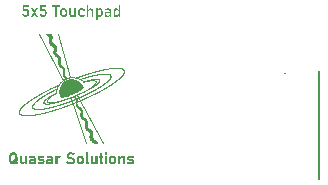
<source format=gbr>
%TF.GenerationSoftware,KiCad,Pcbnew,9.0.0*%
%TF.CreationDate,2025-04-18T16:03:12-04:00*%
%TF.ProjectId,SeniorProjectTouchpad,53656e69-6f72-4507-926f-6a656374546f,rev?*%
%TF.SameCoordinates,Original*%
%TF.FileFunction,Legend,Top*%
%TF.FilePolarity,Positive*%
%FSLAX46Y46*%
G04 Gerber Fmt 4.6, Leading zero omitted, Abs format (unit mm)*
G04 Created by KiCad (PCBNEW 9.0.0) date 2025-04-18 16:03:12*
%MOMM*%
%LPD*%
G01*
G04 APERTURE LIST*
%ADD10C,0.200000*%
%ADD11C,0.046302*%
%ADD12C,0.000000*%
%ADD13C,0.013890*%
%ADD14C,0.027781*%
%ADD15C,0.036763*%
%ADD16C,0.100000*%
G04 APERTURE END LIST*
D10*
G36*
X129202442Y-115501441D02*
G01*
X129265435Y-115516743D01*
X129321913Y-115541564D01*
X129372744Y-115576075D01*
X129414959Y-115618620D01*
X129449285Y-115669975D01*
X129473912Y-115726880D01*
X129489126Y-115790537D01*
X129494409Y-115862255D01*
X129494409Y-116143684D01*
X129489127Y-116215401D01*
X129473914Y-116279081D01*
X129465779Y-116297888D01*
X129585939Y-116388964D01*
X129486166Y-116515971D01*
X129372804Y-116429836D01*
X129372750Y-116429892D01*
X129321913Y-116464436D01*
X129265435Y-116489256D01*
X129202442Y-116504559D01*
X129131647Y-116509865D01*
X129060853Y-116504559D01*
X128997860Y-116489256D01*
X128941382Y-116464436D01*
X128890541Y-116429894D01*
X128848305Y-116387347D01*
X128813949Y-116336025D01*
X128789355Y-116279084D01*
X128774161Y-116215404D01*
X128768886Y-116143684D01*
X128768886Y-115862255D01*
X128769236Y-115857492D01*
X128962937Y-115857492D01*
X128962937Y-116148507D01*
X128968336Y-116198183D01*
X128983758Y-116240037D01*
X129009006Y-116275210D01*
X129042804Y-116301159D01*
X129083377Y-116317089D01*
X129131647Y-116322653D01*
X129179909Y-116317087D01*
X129209240Y-116305557D01*
X129102277Y-116224284D01*
X129201989Y-116097949D01*
X129297948Y-116170681D01*
X129300358Y-116148507D01*
X129300358Y-115857492D01*
X129294956Y-115807772D01*
X129279537Y-115765962D01*
X129254278Y-115730794D01*
X129220430Y-115704840D01*
X129179905Y-115688866D01*
X129131647Y-115683286D01*
X129083381Y-115688865D01*
X129042804Y-115704840D01*
X129009006Y-115730789D01*
X128983758Y-115765962D01*
X128968339Y-115807772D01*
X128962937Y-115857492D01*
X128769236Y-115857492D01*
X128774162Y-115790534D01*
X128789356Y-115726876D01*
X128813949Y-115669975D01*
X128848311Y-115618618D01*
X128890547Y-115576073D01*
X128941382Y-115541564D01*
X128997860Y-115516743D01*
X129060853Y-115501441D01*
X129131647Y-115496135D01*
X129202442Y-115501441D01*
G37*
G36*
X130095369Y-115790508D02*
G01*
X130281848Y-115790508D01*
X130281848Y-116499607D01*
X130095369Y-116499607D01*
X130095369Y-115790508D01*
G37*
G36*
X129875428Y-116221597D02*
G01*
X129878959Y-116254561D01*
X129888769Y-116280555D01*
X129904432Y-116301159D01*
X129925458Y-116316400D01*
X129952127Y-116326016D01*
X129986070Y-116329491D01*
X130019944Y-116325929D01*
X130046343Y-116316089D01*
X130066975Y-116300488D01*
X130082193Y-116279430D01*
X130091857Y-116252357D01*
X130095369Y-116217506D01*
X130104955Y-116372539D01*
X130088730Y-116409344D01*
X130066851Y-116441738D01*
X130039010Y-116470236D01*
X130006385Y-116492077D01*
X129969349Y-116505291D01*
X129926658Y-116509865D01*
X129870544Y-116504845D01*
X129823546Y-116490663D01*
X129783899Y-116467953D01*
X129750376Y-116436409D01*
X129724530Y-116398396D01*
X129705149Y-116352220D01*
X129692693Y-116296239D01*
X129688216Y-116228436D01*
X129688216Y-115790508D01*
X129875428Y-115790508D01*
X129875428Y-116221597D01*
G37*
G36*
X130855941Y-116050139D02*
G01*
X130852042Y-116018884D01*
X130841084Y-115994119D01*
X130823151Y-115974301D01*
X130799833Y-115960159D01*
X130769525Y-115950986D01*
X130730278Y-115947618D01*
X130690987Y-115950841D01*
X130651693Y-115960624D01*
X130614676Y-115976347D01*
X130582694Y-115996833D01*
X130466557Y-115882771D01*
X130497075Y-115853427D01*
X130534114Y-115828263D01*
X130578603Y-115807300D01*
X130650843Y-115787270D01*
X130733026Y-115780311D01*
X130794352Y-115784074D01*
X130846714Y-115794683D01*
X130891478Y-115811391D01*
X130932223Y-115835577D01*
X130965297Y-115865502D01*
X130991557Y-115901578D01*
X131010250Y-115942274D01*
X131021943Y-115989309D01*
X131026056Y-116043971D01*
X131026056Y-116499607D01*
X130855941Y-116499607D01*
X130855941Y-116050139D01*
G37*
G36*
X130658532Y-116509865D02*
G01*
X130600944Y-116505877D01*
X130554674Y-116494904D01*
X130517621Y-116477998D01*
X130488111Y-116455582D01*
X130464687Y-116426856D01*
X130447166Y-116390922D01*
X130435852Y-116346186D01*
X130431752Y-116290596D01*
X130436201Y-116238473D01*
X130448607Y-116195969D01*
X130468169Y-116161199D01*
X130494950Y-116132815D01*
X130527486Y-116111322D01*
X130568593Y-116094878D01*
X130620163Y-116084109D01*
X130684482Y-116080180D01*
X130862108Y-116080180D01*
X130871695Y-116222940D01*
X130685154Y-116222940D01*
X130646247Y-116227636D01*
X130621651Y-116239671D01*
X130606100Y-116259967D01*
X130600463Y-116290596D01*
X130607304Y-116321238D01*
X130627085Y-116342131D01*
X130657732Y-116354057D01*
X130707747Y-116358862D01*
X130777754Y-116353869D01*
X130819366Y-116341826D01*
X130840219Y-116327784D01*
X130851938Y-116310384D01*
X130855941Y-116288520D01*
X130870290Y-116391651D01*
X130859589Y-116426766D01*
X130835119Y-116456559D01*
X130800948Y-116479431D01*
X130757206Y-116496553D01*
X130709540Y-116506484D01*
X130658532Y-116509865D01*
G37*
G36*
X131481569Y-116509865D02*
G01*
X131418576Y-116507030D01*
X131357860Y-116498630D01*
X131299156Y-116484550D01*
X131245142Y-116465474D01*
X131194970Y-116441006D01*
X131152269Y-116412839D01*
X131267734Y-116268736D01*
X131320379Y-116297876D01*
X131374957Y-116319294D01*
X131430642Y-116332740D01*
X131481569Y-116337002D01*
X131543273Y-116332817D01*
X131583357Y-116322347D01*
X131604926Y-116310140D01*
X131616042Y-116296779D01*
X131619566Y-116281681D01*
X131615438Y-116260277D01*
X131603813Y-116245533D01*
X131586480Y-116235257D01*
X131563512Y-116228070D01*
X131494514Y-116218849D01*
X131469601Y-116216163D01*
X131443956Y-116213354D01*
X131438155Y-116212377D01*
X131432354Y-116212011D01*
X131357185Y-116199801D01*
X131305287Y-116186731D01*
X131261522Y-116165067D01*
X131224320Y-116129029D01*
X131206944Y-116098762D01*
X131195484Y-116058390D01*
X131191225Y-116005015D01*
X131195239Y-115958717D01*
X131206734Y-115918573D01*
X131225358Y-115883443D01*
X131250981Y-115852993D01*
X131283627Y-115827431D01*
X131324399Y-115806628D01*
X131368449Y-115792551D01*
X131420395Y-115783529D01*
X131481569Y-115780311D01*
X131535368Y-115783035D01*
X131589158Y-115791241D01*
X131641820Y-115804618D01*
X131691923Y-115822687D01*
X131739533Y-115845359D01*
X131782781Y-115871841D01*
X131671468Y-116007762D01*
X131623905Y-115984682D01*
X131574442Y-115967462D01*
X131524173Y-115956590D01*
X131477478Y-115953113D01*
X131424108Y-115956821D01*
X131389306Y-115966119D01*
X131364930Y-115982628D01*
X131357921Y-116002267D01*
X131362000Y-116017908D01*
X131374652Y-116029989D01*
X131392720Y-116038275D01*
X131416295Y-116044338D01*
X131489079Y-116054230D01*
X131501353Y-116055573D01*
X131513687Y-116056916D01*
X131519793Y-116057649D01*
X131525960Y-116058321D01*
X131604655Y-116069923D01*
X131660538Y-116082928D01*
X131693167Y-116096140D01*
X131722480Y-116115954D01*
X131748954Y-116143012D01*
X131768159Y-116175124D01*
X131780819Y-116218215D01*
X131785529Y-116275514D01*
X131781352Y-116323641D01*
X131769386Y-116365399D01*
X131749992Y-116401970D01*
X131723368Y-116433602D01*
X131689175Y-116460311D01*
X131646189Y-116482204D01*
X131599823Y-116497019D01*
X131545397Y-116506493D01*
X131481569Y-116509865D01*
G37*
G36*
X132326283Y-116050139D02*
G01*
X132322384Y-116018884D01*
X132311426Y-115994119D01*
X132293493Y-115974301D01*
X132270175Y-115960159D01*
X132239867Y-115950986D01*
X132200620Y-115947618D01*
X132161329Y-115950841D01*
X132122035Y-115960624D01*
X132085018Y-115976347D01*
X132053036Y-115996833D01*
X131936899Y-115882771D01*
X131967417Y-115853427D01*
X132004456Y-115828263D01*
X132048945Y-115807300D01*
X132121185Y-115787270D01*
X132203368Y-115780311D01*
X132264694Y-115784074D01*
X132317056Y-115794683D01*
X132361820Y-115811391D01*
X132402565Y-115835577D01*
X132435639Y-115865502D01*
X132461899Y-115901578D01*
X132480592Y-115942274D01*
X132492285Y-115989309D01*
X132496398Y-116043971D01*
X132496398Y-116499607D01*
X132326283Y-116499607D01*
X132326283Y-116050139D01*
G37*
G36*
X132128874Y-116509865D02*
G01*
X132071286Y-116505877D01*
X132025016Y-116494904D01*
X131987963Y-116477998D01*
X131958453Y-116455582D01*
X131935029Y-116426856D01*
X131917508Y-116390922D01*
X131906194Y-116346186D01*
X131902094Y-116290596D01*
X131906543Y-116238473D01*
X131918949Y-116195969D01*
X131938511Y-116161199D01*
X131965292Y-116132815D01*
X131997828Y-116111322D01*
X132038935Y-116094878D01*
X132090505Y-116084109D01*
X132154824Y-116080180D01*
X132332450Y-116080180D01*
X132342037Y-116222940D01*
X132155496Y-116222940D01*
X132116589Y-116227636D01*
X132091993Y-116239671D01*
X132076442Y-116259967D01*
X132070805Y-116290596D01*
X132077646Y-116321238D01*
X132097427Y-116342131D01*
X132128074Y-116354057D01*
X132178088Y-116358862D01*
X132248096Y-116353869D01*
X132289707Y-116341826D01*
X132310561Y-116327784D01*
X132322280Y-116310384D01*
X132326283Y-116288520D01*
X132340632Y-116391651D01*
X132329931Y-116426766D01*
X132305461Y-116456559D01*
X132271290Y-116479431D01*
X132227548Y-116496553D01*
X132179882Y-116506484D01*
X132128874Y-116509865D01*
G37*
G36*
X132680679Y-115790508D02*
G01*
X132881508Y-115790508D01*
X132881508Y-116499607D01*
X132680679Y-116499607D01*
X132680679Y-115790508D01*
G37*
G36*
X133079650Y-115987979D02*
G01*
X133064599Y-115976114D01*
X133046128Y-115967462D01*
X133025429Y-115962428D01*
X133000393Y-115960624D01*
X132964258Y-115964989D01*
X132935573Y-115977242D01*
X132912588Y-115997199D01*
X132895988Y-116023241D01*
X132885368Y-116056396D01*
X132881508Y-116098621D01*
X132867159Y-115914156D01*
X132889464Y-115873812D01*
X132914864Y-115841258D01*
X132943362Y-115815482D01*
X132975941Y-115795771D01*
X133009971Y-115784193D01*
X133046189Y-115780311D01*
X133089155Y-115783932D01*
X133126422Y-115794294D01*
X133160001Y-115811637D01*
X133188949Y-115835632D01*
X133079650Y-115987979D01*
G37*
G36*
X133978647Y-116509865D02*
G01*
X133908159Y-116506258D01*
X133839612Y-116495515D01*
X133773287Y-116477704D01*
X133711873Y-116453506D01*
X133654771Y-116422720D01*
X133604955Y-116386888D01*
X133691722Y-116232527D01*
X133753013Y-116273999D01*
X133824224Y-116305311D01*
X133900430Y-116324502D01*
X133978647Y-116330896D01*
X134039194Y-116326874D01*
X134085579Y-116316055D01*
X134120735Y-116299816D01*
X134149231Y-116275763D01*
X134165654Y-116247039D01*
X134171293Y-116212011D01*
X134171293Y-116211339D01*
X134165345Y-116174995D01*
X134148701Y-116148507D01*
X134123318Y-116128660D01*
X134089960Y-116114313D01*
X133997087Y-116094530D01*
X133993301Y-116093858D01*
X133989577Y-116093125D01*
X133974556Y-116091110D01*
X133879329Y-116072489D01*
X133809203Y-116051848D01*
X133768026Y-116032393D01*
X133731067Y-116005086D01*
X133697829Y-115969172D01*
X133673680Y-115927321D01*
X133657907Y-115872598D01*
X133652094Y-115801438D01*
X133652094Y-115800767D01*
X133657193Y-115737799D01*
X133671738Y-115683433D01*
X133695142Y-115636147D01*
X133727649Y-115594733D01*
X133768895Y-115560114D01*
X133820133Y-115531977D01*
X133875933Y-115512755D01*
X133941422Y-115500494D01*
X134018275Y-115496135D01*
X134071676Y-115499152D01*
X134127207Y-115508408D01*
X134182162Y-115523389D01*
X134236140Y-115543945D01*
X134288089Y-115569554D01*
X134337256Y-115599938D01*
X134258000Y-115758452D01*
X134198998Y-115723077D01*
X134138137Y-115696963D01*
X134075833Y-115680374D01*
X134018275Y-115675104D01*
X133961248Y-115678788D01*
X133917778Y-115688670D01*
X133885041Y-115703436D01*
X133858369Y-115725426D01*
X133843112Y-115751464D01*
X133837902Y-115782998D01*
X133837902Y-115783670D01*
X133844387Y-115823105D01*
X133862509Y-115851691D01*
X133889700Y-115873094D01*
X133923265Y-115888206D01*
X134025053Y-115912813D01*
X134030548Y-115913851D01*
X134035983Y-115914828D01*
X134043860Y-115916599D01*
X134051736Y-115918247D01*
X134141743Y-115939664D01*
X134209151Y-115963005D01*
X134248744Y-115983970D01*
X134283783Y-116012005D01*
X134314725Y-116047757D01*
X134337223Y-116088789D01*
X134351787Y-116140991D01*
X134357101Y-116207248D01*
X134357101Y-116208591D01*
X134351862Y-116270565D01*
X134336876Y-116324265D01*
X134312649Y-116371196D01*
X134279254Y-116411989D01*
X134236583Y-116446297D01*
X134183200Y-116474327D01*
X134125460Y-116493383D01*
X134057830Y-116505543D01*
X133978647Y-116509865D01*
G37*
G36*
X134863872Y-115784621D02*
G01*
X134918588Y-115796817D01*
X134965632Y-115816154D01*
X135007907Y-115843804D01*
X135042518Y-115878415D01*
X135070168Y-115920690D01*
X135089560Y-115967732D01*
X135101766Y-116022238D01*
X135106072Y-116085615D01*
X135106072Y-116203157D01*
X135101757Y-116266990D01*
X135089542Y-116321727D01*
X135070168Y-116368814D01*
X135042534Y-116411076D01*
X135007924Y-116445795D01*
X134965632Y-116473656D01*
X134918566Y-116493198D01*
X134863852Y-116505514D01*
X134800035Y-116509865D01*
X134736178Y-116505514D01*
X134681423Y-116493198D01*
X134634317Y-116473656D01*
X134592111Y-116445762D01*
X134557513Y-116410834D01*
X134529842Y-116368143D01*
X134510503Y-116320622D01*
X134498307Y-116265415D01*
X134493999Y-116201081D01*
X134493999Y-116085615D01*
X134681150Y-116085615D01*
X134681150Y-116203157D01*
X134684948Y-116242081D01*
X134695410Y-116272535D01*
X134711864Y-116296396D01*
X134734391Y-116314292D01*
X134762937Y-116325468D01*
X134799303Y-116329491D01*
X134835724Y-116325481D01*
X134864514Y-116314312D01*
X134887413Y-116296396D01*
X134904289Y-116272477D01*
X134914984Y-116242022D01*
X134918860Y-116203157D01*
X134918860Y-116085615D01*
X134914991Y-116047212D01*
X134904304Y-116017095D01*
X134887413Y-115993413D01*
X134864538Y-115975676D01*
X134835749Y-115964603D01*
X134799303Y-115960624D01*
X134763359Y-115964592D01*
X134734904Y-115975654D01*
X134712230Y-115993413D01*
X134695551Y-116017066D01*
X134684980Y-116047183D01*
X134681150Y-116085615D01*
X134493999Y-116085615D01*
X134498298Y-116022235D01*
X134510484Y-115967728D01*
X134529842Y-115920690D01*
X134557489Y-115878410D01*
X134592080Y-115843801D01*
X134634317Y-115816154D01*
X134681401Y-115796816D01*
X134736157Y-115784621D01*
X134800035Y-115780311D01*
X134863872Y-115784621D01*
G37*
G36*
X135463704Y-116265317D02*
G01*
X135467611Y-116288923D01*
X135478359Y-116305250D01*
X135495408Y-116315461D01*
X135520369Y-116319233D01*
X135551815Y-116319233D01*
X135551815Y-116499607D01*
X135456194Y-116499607D01*
X135401294Y-116493634D01*
X135357986Y-116477027D01*
X135323631Y-116450453D01*
X135298329Y-116414906D01*
X135282300Y-116369600D01*
X135276492Y-116311723D01*
X135276492Y-115506332D01*
X135463704Y-115506332D01*
X135463704Y-116265317D01*
G37*
G36*
X136081272Y-115790508D02*
G01*
X136267752Y-115790508D01*
X136267752Y-116499607D01*
X136081272Y-116499607D01*
X136081272Y-115790508D01*
G37*
G36*
X135861332Y-116221597D02*
G01*
X135864863Y-116254561D01*
X135874673Y-116280555D01*
X135890336Y-116301159D01*
X135911361Y-116316400D01*
X135938031Y-116326016D01*
X135971974Y-116329491D01*
X136005848Y-116325929D01*
X136032247Y-116316089D01*
X136052879Y-116300488D01*
X136068097Y-116279430D01*
X136077760Y-116252357D01*
X136081272Y-116217506D01*
X136090859Y-116372539D01*
X136074634Y-116409344D01*
X136052755Y-116441738D01*
X136024913Y-116470236D01*
X135992289Y-116492077D01*
X135955252Y-116505291D01*
X135912562Y-116509865D01*
X135856448Y-116504845D01*
X135809449Y-116490663D01*
X135769803Y-116467953D01*
X135736279Y-116436409D01*
X135710434Y-116398396D01*
X135691053Y-116352220D01*
X135678597Y-116296239D01*
X135674120Y-116228436D01*
X135674120Y-115790508D01*
X135861332Y-115790508D01*
X135861332Y-116221597D01*
G37*
G36*
X136649931Y-116503026D02*
G01*
X136589834Y-116496967D01*
X136545704Y-116480685D01*
X136513582Y-116455582D01*
X136490656Y-116421322D01*
X136475744Y-116375654D01*
X136470229Y-116315142D01*
X136470229Y-115584245D01*
X136657441Y-115584245D01*
X136657441Y-116268736D01*
X136660270Y-116292751D01*
X136667638Y-116308670D01*
X136680022Y-116319029D01*
X136697741Y-116322653D01*
X136744209Y-116322653D01*
X136744209Y-116503026D01*
X136649931Y-116503026D01*
G37*
G36*
X136397139Y-115790508D02*
G01*
X136744209Y-115790508D01*
X136744209Y-115950365D01*
X136397139Y-115950365D01*
X136397139Y-115790508D01*
G37*
G36*
X136897776Y-115506332D02*
G01*
X137084988Y-115506332D01*
X137084988Y-115693544D01*
X136897776Y-115693544D01*
X136897776Y-115506332D01*
G37*
G36*
X136897776Y-115790508D02*
G01*
X137084988Y-115790508D01*
X137084988Y-116499607D01*
X136897776Y-116499607D01*
X136897776Y-115790508D01*
G37*
G36*
X137608185Y-115784621D02*
G01*
X137662900Y-115796817D01*
X137709945Y-115816154D01*
X137752220Y-115843804D01*
X137786830Y-115878415D01*
X137814481Y-115920690D01*
X137833872Y-115967732D01*
X137846078Y-116022238D01*
X137850384Y-116085615D01*
X137850384Y-116203157D01*
X137846069Y-116266990D01*
X137833854Y-116321727D01*
X137814481Y-116368814D01*
X137786847Y-116411076D01*
X137752236Y-116445795D01*
X137709945Y-116473656D01*
X137662878Y-116493198D01*
X137608164Y-116505514D01*
X137544348Y-116509865D01*
X137480490Y-116505514D01*
X137425735Y-116493198D01*
X137378629Y-116473656D01*
X137336423Y-116445762D01*
X137301826Y-116410834D01*
X137274154Y-116368143D01*
X137254815Y-116320622D01*
X137242620Y-116265415D01*
X137238312Y-116201081D01*
X137238312Y-116085615D01*
X137425463Y-116085615D01*
X137425463Y-116203157D01*
X137429260Y-116242081D01*
X137439723Y-116272535D01*
X137456176Y-116296396D01*
X137478703Y-116314292D01*
X137507250Y-116325468D01*
X137543615Y-116329491D01*
X137580037Y-116325481D01*
X137608827Y-116314312D01*
X137631726Y-116296396D01*
X137648602Y-116272477D01*
X137659297Y-116242022D01*
X137663172Y-116203157D01*
X137663172Y-116085615D01*
X137659303Y-116047212D01*
X137648616Y-116017095D01*
X137631726Y-115993413D01*
X137608851Y-115975676D01*
X137580061Y-115964603D01*
X137543615Y-115960624D01*
X137507672Y-115964592D01*
X137479216Y-115975654D01*
X137456543Y-115993413D01*
X137439864Y-116017066D01*
X137429293Y-116047183D01*
X137425463Y-116085615D01*
X137238312Y-116085615D01*
X137242611Y-116022235D01*
X137254797Y-115967728D01*
X137274154Y-115920690D01*
X137301802Y-115878410D01*
X137336393Y-115843801D01*
X137378629Y-115816154D01*
X137425713Y-115796816D01*
X137480470Y-115784621D01*
X137544348Y-115780311D01*
X137608185Y-115784621D01*
G37*
G36*
X138020805Y-115790508D02*
G01*
X138208017Y-115790508D01*
X138208017Y-116499607D01*
X138020805Y-116499607D01*
X138020805Y-115790508D01*
G37*
G36*
X138430705Y-116069922D02*
G01*
X138427091Y-116036555D01*
X138417042Y-116010221D01*
X138400969Y-115989322D01*
X138379463Y-115973933D01*
X138351919Y-115964168D01*
X138316583Y-115960624D01*
X138283169Y-115964177D01*
X138256972Y-115974021D01*
X138236349Y-115989688D01*
X138221111Y-116010677D01*
X138211494Y-116037324D01*
X138208017Y-116071266D01*
X138193668Y-115914156D01*
X138217717Y-115871370D01*
X138243341Y-115838422D01*
X138270482Y-115813773D01*
X138301870Y-115795610D01*
X138338887Y-115784304D01*
X138382895Y-115780311D01*
X138437723Y-115785415D01*
X138483861Y-115799886D01*
X138523023Y-115823189D01*
X138556368Y-115855782D01*
X138581860Y-115894684D01*
X138601047Y-115942038D01*
X138613408Y-115999541D01*
X138617856Y-116069251D01*
X138617856Y-116499607D01*
X138430705Y-116499607D01*
X138430705Y-116069922D01*
G37*
G36*
X139073614Y-116509865D02*
G01*
X139010621Y-116507030D01*
X138949905Y-116498630D01*
X138891201Y-116484550D01*
X138837187Y-116465474D01*
X138787015Y-116441006D01*
X138744313Y-116412839D01*
X138859779Y-116268736D01*
X138912424Y-116297876D01*
X138967002Y-116319294D01*
X139022687Y-116332740D01*
X139073614Y-116337002D01*
X139135318Y-116332817D01*
X139175402Y-116322347D01*
X139196971Y-116310140D01*
X139208087Y-116296779D01*
X139211611Y-116281681D01*
X139207482Y-116260277D01*
X139195857Y-116245533D01*
X139178524Y-116235257D01*
X139155557Y-116228070D01*
X139086558Y-116218849D01*
X139061646Y-116216163D01*
X139036000Y-116213354D01*
X139030199Y-116212377D01*
X139024399Y-116212011D01*
X138949229Y-116199801D01*
X138897331Y-116186731D01*
X138853567Y-116165067D01*
X138816365Y-116129029D01*
X138798989Y-116098762D01*
X138787528Y-116058390D01*
X138783270Y-116005015D01*
X138787284Y-115958717D01*
X138798779Y-115918573D01*
X138817403Y-115883443D01*
X138843026Y-115852993D01*
X138875672Y-115827431D01*
X138916443Y-115806628D01*
X138960493Y-115792551D01*
X139012440Y-115783529D01*
X139073614Y-115780311D01*
X139127413Y-115783035D01*
X139181203Y-115791241D01*
X139233865Y-115804618D01*
X139283968Y-115822687D01*
X139331578Y-115845359D01*
X139374826Y-115871841D01*
X139263512Y-116007762D01*
X139215949Y-115984682D01*
X139166487Y-115967462D01*
X139116218Y-115956590D01*
X139069523Y-115953113D01*
X139016153Y-115956821D01*
X138981351Y-115966119D01*
X138956975Y-115982628D01*
X138949966Y-116002267D01*
X138954044Y-116017908D01*
X138966696Y-116029989D01*
X138984764Y-116038275D01*
X139008340Y-116044338D01*
X139081124Y-116054230D01*
X139093397Y-116055573D01*
X139105732Y-116056916D01*
X139111838Y-116057649D01*
X139118005Y-116058321D01*
X139196699Y-116069923D01*
X139252583Y-116082928D01*
X139285211Y-116096140D01*
X139314524Y-116115954D01*
X139340998Y-116143012D01*
X139360204Y-116175124D01*
X139372864Y-116218215D01*
X139377574Y-116275514D01*
X139373397Y-116323641D01*
X139361431Y-116365399D01*
X139342037Y-116401970D01*
X139315413Y-116433602D01*
X139281220Y-116460311D01*
X139238233Y-116482204D01*
X139191868Y-116497019D01*
X139137441Y-116506493D01*
X139073614Y-116509865D01*
G37*
D11*
X133366522Y-109377777D02*
X131268760Y-105464881D01*
X135280187Y-114725297D02*
X133990581Y-110869815D01*
X134535927Y-110647473D02*
X136722219Y-114725297D01*
D12*
X133620905Y-109246279D02*
X133616470Y-109243055D01*
X133611842Y-109239788D01*
X133606987Y-109236456D01*
X133601859Y-109233031D01*
X133596396Y-109229476D01*
X133590503Y-109225733D01*
X133584032Y-109221714D01*
X133576710Y-109217254D01*
X133567930Y-109211991D01*
X133558565Y-109206428D01*
X133551282Y-109202105D01*
X133543944Y-109197724D01*
X133536551Y-109193263D01*
X133529106Y-109188699D01*
X133525364Y-109186370D01*
X133521610Y-109184007D01*
X133517843Y-109181606D01*
X133514064Y-109179165D01*
X133510273Y-109176680D01*
X133506470Y-109174149D01*
X133502656Y-109171569D01*
X133498831Y-109168937D01*
X133494994Y-109166250D01*
X133491147Y-109163505D01*
X133487288Y-109160699D01*
X133483420Y-109157830D01*
X133479541Y-109154894D01*
X133475652Y-109151888D01*
X133471753Y-109148811D01*
X133467844Y-109145657D01*
X133463926Y-109142426D01*
X133459999Y-109139114D01*
X133456062Y-109135717D01*
X133452117Y-109132234D01*
X133448163Y-109128661D01*
X133444201Y-109124995D01*
X133440231Y-109121234D01*
X133436252Y-109117374D01*
X133436252Y-109117374D02*
X133434245Y-109115204D01*
X133432254Y-109113022D01*
X133430279Y-109110828D01*
X133428321Y-109108623D01*
X133426378Y-109106405D01*
X133424452Y-109104176D01*
X133422542Y-109101935D01*
X133420649Y-109099682D01*
X133418772Y-109097418D01*
X133416911Y-109095142D01*
X133415067Y-109092855D01*
X133413240Y-109090557D01*
X133411429Y-109088247D01*
X133409634Y-109085926D01*
X133407857Y-109083594D01*
X133406096Y-109081252D01*
X133402625Y-109076533D01*
X133399221Y-109071772D01*
X133395886Y-109066969D01*
X133392619Y-109062123D01*
X133389420Y-109057237D01*
X133386291Y-109052311D01*
X133383232Y-109047344D01*
X133380242Y-109042339D01*
X133378773Y-109039822D01*
X133377322Y-109037296D01*
X133375889Y-109034760D01*
X133374474Y-109032215D01*
X133373076Y-109029660D01*
X133371696Y-109027097D01*
X133370334Y-109024524D01*
X133368989Y-109021943D01*
X133367663Y-109019352D01*
X133366355Y-109016753D01*
X133365064Y-109014145D01*
X133363792Y-109011528D01*
X133362538Y-109008903D01*
X133361302Y-109006270D01*
X133360084Y-109003628D01*
X133358884Y-109000978D01*
X133357703Y-108998320D01*
X133356540Y-108995654D01*
X133355395Y-108992979D01*
X133354268Y-108990297D01*
X133353160Y-108987607D01*
X133352071Y-108984909D01*
X133351000Y-108982204D01*
X133349947Y-108979491D01*
X133348913Y-108976771D01*
X133347898Y-108974043D01*
X133346901Y-108971308D01*
X133345923Y-108968566D01*
X133344964Y-108965817D01*
X133344023Y-108963061D01*
X133343102Y-108960298D01*
X133342199Y-108957528D01*
X133341315Y-108954752D01*
X133340449Y-108951968D01*
X133339603Y-108949179D01*
X133338776Y-108946382D01*
X133337967Y-108943580D01*
X133337178Y-108940771D01*
X133336408Y-108937956D01*
X133335656Y-108935135D01*
X133334924Y-108932308D01*
X133334211Y-108929475D01*
X133333518Y-108926637D01*
X133332843Y-108923792D01*
X133332188Y-108920942D01*
X133331551Y-108918087D01*
X133330935Y-108915226D01*
X133330337Y-108912359D01*
X133329759Y-108909488D01*
X133329200Y-108906611D01*
X133328661Y-108903729D01*
X133328141Y-108900842D01*
X133327640Y-108897951D01*
X133327159Y-108895054D01*
X133326698Y-108892153D01*
X133326256Y-108889247D01*
X133325833Y-108886336D01*
X133325431Y-108883421D01*
X133325047Y-108880502D01*
X133324684Y-108877578D01*
X133324340Y-108874651D01*
X133324015Y-108871719D01*
X133323711Y-108868783D01*
X133323426Y-108865843D01*
X133323161Y-108862900D01*
X133322915Y-108859952D01*
X133322690Y-108857002D01*
X133322484Y-108854047D01*
X133322298Y-108851089D01*
X133322131Y-108848127D01*
X133322072Y-108846970D01*
X133332165Y-108460903D02*
X133331043Y-108458264D01*
X133329912Y-108455656D01*
X133328773Y-108453078D01*
X133327625Y-108450531D01*
X133326469Y-108448013D01*
X133325304Y-108445524D01*
X133324131Y-108443064D01*
X133322949Y-108440633D01*
X133321759Y-108438228D01*
X133320560Y-108435852D01*
X133319351Y-108433501D01*
X133318135Y-108431179D01*
X133316909Y-108428880D01*
X133315675Y-108426609D01*
X133314430Y-108424360D01*
X133313178Y-108422139D01*
X133311915Y-108419939D01*
X133310644Y-108417765D01*
X133309362Y-108415612D01*
X133308073Y-108413484D01*
X133306771Y-108411376D01*
X133305462Y-108409293D01*
X133302812Y-108405187D01*
X133300121Y-108401164D01*
X133297387Y-108397220D01*
X133294609Y-108393352D01*
X133291785Y-108389556D01*
X133288914Y-108385829D01*
X133285993Y-108382167D01*
X133283020Y-108378567D01*
X133279993Y-108375026D01*
X133276908Y-108371540D01*
X133273763Y-108368104D01*
X133270554Y-108364716D01*
X133267276Y-108361371D01*
X133263926Y-108358065D01*
X133260499Y-108354794D01*
X133256988Y-108351553D01*
X133253387Y-108348336D01*
X133249689Y-108345139D01*
X133245885Y-108341954D01*
X133241965Y-108338774D01*
X133237916Y-108335593D01*
X133233724Y-108332399D01*
X133229372Y-108329181D01*
X133224837Y-108325926D01*
X133220092Y-108322617D01*
X133215099Y-108319230D01*
X133209810Y-108315736D01*
X133204153Y-108312092D01*
X133198022Y-108308234D01*
X133191240Y-108304057D01*
X133183470Y-108299359D01*
X133173880Y-108293641D01*
X133167615Y-108289930D01*
X133160154Y-108285508D01*
X133152651Y-108281036D01*
X133145112Y-108276492D01*
X133137540Y-108271852D01*
X133133743Y-108269489D01*
X133129939Y-108267093D01*
X133126130Y-108264662D01*
X133122315Y-108262194D01*
X133118496Y-108259684D01*
X133114672Y-108257130D01*
X133110845Y-108254529D01*
X133107014Y-108251879D01*
X133103181Y-108249177D01*
X133099346Y-108246419D01*
X133095509Y-108243603D01*
X133091671Y-108240726D01*
X133087833Y-108237786D01*
X133083994Y-108234778D01*
X133080157Y-108231701D01*
X133076321Y-108228552D01*
X133072486Y-108225327D01*
X133068654Y-108222025D01*
X133064825Y-108218641D01*
X133060999Y-108215173D01*
X133057177Y-108211619D01*
X133053360Y-108207975D01*
X133049548Y-108204239D01*
X133045741Y-108200408D01*
X133045741Y-108200408D02*
X133041711Y-108196029D01*
X133037734Y-108191589D01*
X133033809Y-108187088D01*
X133029939Y-108182528D01*
X133026124Y-108177910D01*
X133022366Y-108173234D01*
X133018666Y-108168503D01*
X133015025Y-108163718D01*
X133011444Y-108158879D01*
X133007924Y-108153989D01*
X133004466Y-108149048D01*
X133001071Y-108144058D01*
X132997741Y-108139020D01*
X132994476Y-108133937D01*
X132991278Y-108128808D01*
X132988147Y-108123636D01*
X132986607Y-108121035D01*
X132985084Y-108118423D01*
X132983578Y-108115801D01*
X132982090Y-108113169D01*
X132980619Y-108110528D01*
X132979166Y-108107877D01*
X132977731Y-108105217D01*
X132976313Y-108102547D01*
X132974914Y-108099869D01*
X132973532Y-108097182D01*
X132972169Y-108094487D01*
X132970824Y-108091783D01*
X132969497Y-108089071D01*
X132968188Y-108086351D01*
X132966899Y-108083624D01*
X132965627Y-108080889D01*
X132964375Y-108078147D01*
X132963140Y-108075397D01*
X132961925Y-108072642D01*
X132960729Y-108069878D01*
X132959552Y-108067109D01*
X132958394Y-108064333D01*
X132957255Y-108061552D01*
X132956135Y-108058763D01*
X132955035Y-108055970D01*
X132953953Y-108053170D01*
X132952892Y-108050367D01*
X132951849Y-108047557D01*
X132950827Y-108044743D01*
X132949823Y-108041923D01*
X132948840Y-108039100D01*
X132947875Y-108036271D01*
X132946932Y-108033440D01*
X132946007Y-108030602D01*
X132945103Y-108027763D01*
X132944218Y-108024919D01*
X132943353Y-108022073D01*
X132942508Y-108019221D01*
X132941683Y-108016369D01*
X132940878Y-108013512D01*
X132940094Y-108010654D01*
X132939329Y-108007791D01*
X132938585Y-108004929D01*
X132937860Y-108002062D01*
X132937156Y-107999196D01*
X132936471Y-107996325D01*
X132935808Y-107993455D01*
X132935164Y-107990581D01*
X132934541Y-107987709D01*
X132933937Y-107984832D01*
X132933355Y-107981958D01*
X132932792Y-107979080D01*
X132932250Y-107976205D01*
X132931728Y-107973325D01*
X132931227Y-107970449D01*
X132930745Y-107967570D01*
X132930284Y-107964694D01*
X132929843Y-107961814D01*
X132929423Y-107958939D01*
X132929023Y-107956060D01*
X132928644Y-107953186D01*
X132928284Y-107950309D01*
X132927945Y-107947436D01*
X132927626Y-107944561D01*
X132927328Y-107941691D01*
X132927050Y-107938819D01*
X132926792Y-107935951D01*
X132926554Y-107933082D01*
X132926337Y-107930219D01*
X132926140Y-107927353D01*
X132925963Y-107924493D01*
X132925806Y-107921632D01*
X132925670Y-107918777D01*
X132925553Y-107915920D01*
X132925457Y-107913070D01*
X132925381Y-107910219D01*
X132925326Y-107907374D01*
X132925290Y-107904528D01*
X132925274Y-107901690D01*
X132925279Y-107898850D01*
X132925303Y-107896018D01*
X132925348Y-107893185D01*
X132925412Y-107890360D01*
X132925496Y-107887534D01*
X132925601Y-107884716D01*
X132925725Y-107881898D01*
X132925869Y-107879087D01*
X132926033Y-107876277D01*
X132926189Y-107873885D01*
X132937116Y-107536713D02*
X132936062Y-107534230D01*
X132934998Y-107531776D01*
X132933924Y-107529349D01*
X132932841Y-107526950D01*
X132931747Y-107524576D01*
X132930645Y-107522230D01*
X132929531Y-107519909D01*
X132928409Y-107517614D01*
X132927276Y-107515343D01*
X132926134Y-107513098D01*
X132924980Y-107510875D01*
X132923818Y-107508678D01*
X132922644Y-107506502D01*
X132921462Y-107504351D01*
X132920267Y-107502221D01*
X132919064Y-107500115D01*
X132917848Y-107498027D01*
X132916624Y-107495964D01*
X132914141Y-107491897D01*
X132911614Y-107487910D01*
X132909041Y-107484000D01*
X132906422Y-107480163D01*
X132903755Y-107476396D01*
X132901039Y-107472697D01*
X132898271Y-107469062D01*
X132895450Y-107465488D01*
X132892573Y-107461971D01*
X132889638Y-107458508D01*
X132886642Y-107455096D01*
X132883583Y-107451732D01*
X132880455Y-107448410D01*
X132877257Y-107445129D01*
X132873983Y-107441883D01*
X132870628Y-107438669D01*
X132867187Y-107435483D01*
X132863653Y-107432318D01*
X132860020Y-107429169D01*
X132856278Y-107426032D01*
X132852418Y-107422898D01*
X132848428Y-107419760D01*
X132844293Y-107416609D01*
X132839997Y-107413433D01*
X132835518Y-107410221D01*
X132830830Y-107406954D01*
X132825896Y-107403612D01*
X132820670Y-107400166D01*
X132815085Y-107396575D01*
X132809038Y-107392781D01*
X132802367Y-107388684D01*
X132794763Y-107384101D01*
X132785496Y-107378599D01*
X132777980Y-107374169D01*
X132770389Y-107369695D01*
X132762759Y-107365172D01*
X132755097Y-107360575D01*
X132751256Y-107358242D01*
X132747409Y-107355882D01*
X132743556Y-107353491D01*
X132739700Y-107351068D01*
X132735839Y-107348608D01*
X132731976Y-107346110D01*
X132728110Y-107343570D01*
X132724243Y-107340985D01*
X132720375Y-107338352D01*
X132716507Y-107335669D01*
X132712640Y-107332932D01*
X132708775Y-107330139D01*
X132704912Y-107327286D01*
X132701051Y-107324370D01*
X132697195Y-107321389D01*
X132693343Y-107318340D01*
X132689496Y-107315220D01*
X132685655Y-107312025D01*
X132681820Y-107308753D01*
X132677993Y-107305401D01*
X132674175Y-107301966D01*
X132670365Y-107298445D01*
X132666565Y-107294834D01*
X132662775Y-107291132D01*
X132658996Y-107287336D01*
X132655229Y-107283441D01*
X132640505Y-107267976D02*
X132627355Y-107251215D01*
X132565310Y-107144442D02*
X132532065Y-107024890D01*
X132541974Y-106612524D02*
X132540890Y-106610016D01*
X132539798Y-106607541D01*
X132538703Y-106605108D01*
X132537600Y-106602706D01*
X132536493Y-106600344D01*
X132535378Y-106598012D01*
X132534259Y-106595717D01*
X132533133Y-106593452D01*
X132532001Y-106591222D01*
X132530862Y-106589021D01*
X132529717Y-106586852D01*
X132528564Y-106584711D01*
X132527405Y-106582601D01*
X132526238Y-106580517D01*
X132525065Y-106578462D01*
X132523883Y-106576434D01*
X132522694Y-106574432D01*
X132521496Y-106572455D01*
X132520290Y-106570503D01*
X132519077Y-106568576D01*
X132517853Y-106566671D01*
X132516622Y-106564790D01*
X132515380Y-106562929D01*
X132514130Y-106561093D01*
X132512868Y-106559274D01*
X132511599Y-106557479D01*
X132509025Y-106553944D01*
X132506407Y-106550482D01*
X132503742Y-106547088D01*
X132501025Y-106543759D01*
X132498253Y-106540487D01*
X132495423Y-106537269D01*
X132492529Y-106534100D01*
X132489568Y-106530973D01*
X132486533Y-106527884D01*
X132483418Y-106524828D01*
X132480217Y-106521797D01*
X132476921Y-106518786D01*
X132473521Y-106515787D01*
X132470007Y-106512794D01*
X132466368Y-106509797D01*
X132462588Y-106506787D01*
X132458651Y-106503754D01*
X132454537Y-106500683D01*
X132450220Y-106497559D01*
X132445669Y-106494363D01*
X132440842Y-106491070D01*
X132435686Y-106487646D01*
X132430124Y-106484047D01*
X132424043Y-106480205D01*
X132417266Y-106476012D01*
X132409467Y-106471277D01*
X132399920Y-106465566D01*
X132389741Y-106459526D01*
X132379803Y-106453629D01*
X132369592Y-106447529D01*
X132364384Y-106444389D01*
X132359106Y-106441181D01*
X132353758Y-106437900D01*
X132348339Y-106434539D01*
X132235269Y-106332396D02*
X132231452Y-106327368D01*
X132227708Y-106322303D01*
X132224035Y-106317201D01*
X132220432Y-106312060D01*
X132216900Y-106306879D01*
X132213436Y-106301659D01*
X132210042Y-106296397D01*
X132206715Y-106291093D01*
X132203455Y-106285746D01*
X132200262Y-106280355D01*
X132197135Y-106274920D01*
X132194074Y-106269438D01*
X132191078Y-106263909D01*
X132188147Y-106258331D01*
X132185280Y-106252705D01*
X132182476Y-106247027D01*
X132179737Y-106241298D01*
X132177060Y-106235516D01*
X132174446Y-106229679D01*
X132171895Y-106223787D01*
X132169406Y-106217837D01*
X132166979Y-106211829D01*
X132164614Y-106205761D01*
X132162310Y-106199631D01*
X132160069Y-106193438D01*
X132157889Y-106187181D01*
X132155770Y-106180857D01*
X132153713Y-106174465D01*
X132151717Y-106168003D01*
X132149782Y-106161469D01*
X132147909Y-106154862D01*
X132146098Y-106148179D01*
X132144348Y-106141419D01*
X132143683Y-106138761D01*
X132138590Y-106117277D02*
X132135442Y-106094774D01*
X132132478Y-106072179D02*
X132131738Y-106049305D01*
X132145814Y-105920771D02*
X132147684Y-105913239D01*
X132151652Y-105897214D01*
X132153546Y-105889461D01*
X132155370Y-105881865D01*
X132157115Y-105874416D01*
X132158775Y-105867102D01*
X132160341Y-105859913D01*
X132161087Y-105856362D01*
X132161806Y-105852838D01*
X132162499Y-105849339D01*
X132163163Y-105845865D01*
X132163799Y-105842413D01*
X132164404Y-105838983D01*
X132164978Y-105835573D01*
X132165521Y-105832181D01*
X132166030Y-105828807D01*
X132166506Y-105825449D01*
X132166947Y-105822105D01*
X132167352Y-105818774D01*
X132167720Y-105815455D01*
X132168051Y-105812147D01*
X132168344Y-105808847D01*
X132168596Y-105805555D01*
X132168808Y-105802269D01*
X132168979Y-105798988D01*
X132169107Y-105795711D01*
X132169192Y-105792435D01*
X132169233Y-105789160D01*
X132169228Y-105785884D01*
X132169177Y-105782607D01*
X132169079Y-105779325D01*
X132168933Y-105776039D01*
X132168737Y-105772747D01*
X132168492Y-105769447D01*
X132168195Y-105766137D01*
X132167847Y-105762818D01*
X132167445Y-105759486D01*
X132166990Y-105756142D01*
X132166480Y-105752782D01*
X132165914Y-105749407D01*
X132165291Y-105746015D01*
X132164611Y-105742603D01*
X132163872Y-105739172D01*
X132163073Y-105735719D01*
X132162214Y-105732243D01*
X132161293Y-105728743D01*
X132160310Y-105725217D01*
X132159264Y-105721664D01*
X132158153Y-105718083D01*
X132156976Y-105714472D01*
X132155734Y-105710829D01*
X132154424Y-105707154D01*
X132153046Y-105703445D01*
X132151598Y-105699701D01*
X132150081Y-105695920D01*
X132148492Y-105692101D01*
X132146832Y-105688242D01*
X132146832Y-105688242D02*
X132145762Y-105685797D01*
X132144684Y-105683385D01*
X132143607Y-105681024D01*
X132142523Y-105678695D01*
X132141439Y-105676414D01*
X132140348Y-105674163D01*
X132139255Y-105671957D01*
X132138155Y-105669780D01*
X132137053Y-105667644D01*
X132135943Y-105665536D01*
X132134831Y-105663466D01*
X132133710Y-105661422D01*
X132132585Y-105659414D01*
X132131452Y-105657431D01*
X132130315Y-105655481D01*
X132129168Y-105653555D01*
X132128017Y-105651659D01*
X132126856Y-105649786D01*
X132125688Y-105647941D01*
X132124511Y-105646118D01*
X132123326Y-105644320D01*
X132122132Y-105642543D01*
X132120928Y-105640789D01*
X132119715Y-105639056D01*
X132118491Y-105637342D01*
X132117257Y-105635648D01*
X132116011Y-105633972D01*
X132114755Y-105632316D01*
X132112205Y-105629052D01*
X132109602Y-105625850D01*
X132106943Y-105622705D01*
X132104223Y-105619611D01*
X132101437Y-105616562D01*
X132098579Y-105613552D01*
X132095642Y-105610576D01*
X132092621Y-105607627D01*
X132089507Y-105604698D01*
X132086292Y-105601784D01*
X132082967Y-105598877D01*
X132079520Y-105595970D01*
X132075940Y-105593054D01*
X132072212Y-105590120D01*
X132068319Y-105587158D01*
X132064243Y-105584155D01*
X132059960Y-105581099D01*
X132055442Y-105577973D01*
X132050655Y-105574757D01*
X132045556Y-105571425D01*
X132040087Y-105567947D01*
X132034174Y-105564280D01*
X132027712Y-105560364D01*
X132020545Y-105556112D01*
X132012419Y-105551381D01*
X132002873Y-105545909D01*
X131994869Y-105541371D01*
X131994869Y-105541371D02*
X131889485Y-105464880D01*
X132284997Y-105465992D02*
X132298795Y-105484790D01*
X132298795Y-105484790D02*
X132301745Y-105488755D01*
X132304691Y-105492847D01*
X132307633Y-105497071D01*
X132310573Y-105501429D01*
X132313512Y-105505927D01*
X132316449Y-105510569D01*
X132319388Y-105515360D01*
X132322328Y-105520306D01*
X132325272Y-105525412D01*
X132328221Y-105530686D01*
X132331178Y-105536135D01*
X132334146Y-105541769D01*
X132337127Y-105547599D01*
X132340126Y-105553635D01*
X132343148Y-105559895D01*
X132346199Y-105566395D01*
X132349288Y-105573160D01*
X132352426Y-105580219D01*
X132355627Y-105587613D01*
X132358914Y-105595398D01*
X132361766Y-105602305D01*
X132361766Y-105602305D02*
X132363406Y-105606991D01*
X132365035Y-105611710D01*
X132366496Y-105616011D01*
X132367944Y-105620336D01*
X132369270Y-105624365D01*
X132370580Y-105628414D01*
X132371795Y-105632236D01*
X132372993Y-105636074D01*
X132374112Y-105639728D01*
X132375213Y-105643396D01*
X132376247Y-105646910D01*
X132377262Y-105650435D01*
X132378218Y-105653829D01*
X132379156Y-105657231D01*
X132380040Y-105660518D01*
X132380905Y-105663813D01*
X132381721Y-105667006D01*
X132382519Y-105670205D01*
X132383272Y-105673311D01*
X132384005Y-105676423D01*
X132384698Y-105679451D01*
X132385371Y-105682484D01*
X132386006Y-105685440D01*
X132386620Y-105688399D01*
X132387200Y-105691288D01*
X132387759Y-105694179D01*
X132388284Y-105697005D01*
X132388790Y-105699833D01*
X132389263Y-105702599D01*
X132389717Y-105705367D01*
X132390140Y-105708078D01*
X132390543Y-105710790D01*
X132390918Y-105713447D01*
X132391272Y-105716106D01*
X132391598Y-105718713D01*
X132391905Y-105721321D01*
X132392185Y-105723881D01*
X132392445Y-105726440D01*
X132392881Y-105731303D01*
X132395103Y-105754268D02*
X132395028Y-105757976D01*
X132395002Y-105762991D01*
X132395036Y-105770167D01*
X132395059Y-105773043D01*
X132395110Y-105780508D01*
X132395119Y-105784211D01*
X132395108Y-105787836D01*
X132395071Y-105791338D01*
X132395001Y-105794673D01*
X132394890Y-105797796D01*
X132394733Y-105800663D01*
X132394733Y-105800663D02*
X132366766Y-105941699D01*
X132345838Y-106046990D02*
X132345774Y-106050634D01*
X132345789Y-106054377D01*
X132345883Y-106058217D01*
X132346060Y-106062153D01*
X132346322Y-106066183D01*
X132346669Y-106070304D01*
X132347104Y-106074514D01*
X132347628Y-106078808D01*
X132348243Y-106083183D01*
X132348949Y-106087634D01*
X132349747Y-106092156D01*
X132350638Y-106096743D01*
X132351622Y-106101390D01*
X132352698Y-106106088D01*
X132353867Y-106110832D01*
X132355127Y-106115614D01*
X132356478Y-106120425D01*
X132357918Y-106125257D01*
X132359445Y-106130101D01*
X132361057Y-106134948D01*
X132362751Y-106139790D01*
X132364524Y-106144616D01*
X132366374Y-106149417D01*
X132367326Y-106151805D01*
X132368296Y-106154185D01*
X132369282Y-106156552D01*
X132370287Y-106158909D01*
X132371306Y-106161250D01*
X132372342Y-106163581D01*
X132373392Y-106165892D01*
X132374458Y-106168192D01*
X132375537Y-106170469D01*
X132376631Y-106172733D01*
X132377735Y-106174972D01*
X132378855Y-106177197D01*
X132379983Y-106179394D01*
X132381126Y-106181576D01*
X132382275Y-106183728D01*
X132383439Y-106185863D01*
X132384608Y-106187966D01*
X132385790Y-106190052D01*
X132386976Y-106192103D01*
X132388175Y-106194136D01*
X132389375Y-106196133D01*
X132390588Y-106198111D01*
X132391800Y-106200051D01*
X132393025Y-106201971D01*
X132394248Y-106203852D01*
X132395482Y-106205713D01*
X132396713Y-106207534D01*
X132397955Y-106209333D01*
X132399192Y-106211092D01*
X132400439Y-106212829D01*
X132401681Y-106214524D01*
X132402931Y-106216197D01*
X132404176Y-106217828D01*
X132405428Y-106219437D01*
X132406673Y-106221003D01*
X132407926Y-106222547D01*
X132409170Y-106224048D01*
X132410421Y-106225526D01*
X132412605Y-106228031D01*
X132412605Y-106228031D02*
X132414575Y-106230388D01*
X132416695Y-106232799D01*
X132418972Y-106235270D01*
X132421416Y-106237803D01*
X132424035Y-106240403D01*
X132426839Y-106243075D01*
X132429841Y-106245826D01*
X132433053Y-106248661D01*
X132436489Y-106251589D01*
X132440168Y-106254620D01*
X132444110Y-106257765D01*
X132448339Y-106261038D01*
X132452888Y-106264459D01*
X132457795Y-106268052D01*
X132463114Y-106271850D01*
X132468922Y-106275901D01*
X132475335Y-106280281D01*
X132482546Y-106285114D01*
X132490938Y-106290649D01*
X132501517Y-106297544D01*
X132506117Y-106300530D01*
X132513549Y-106305356D01*
X132520919Y-106310165D01*
X132528191Y-106314957D01*
X132535332Y-106319733D01*
X132538842Y-106322115D01*
X132542306Y-106324494D01*
X132545719Y-106326869D01*
X132549079Y-106329240D01*
X132552379Y-106331608D01*
X132555616Y-106333973D01*
X132558785Y-106336335D01*
X132561883Y-106338693D01*
X132561883Y-106338693D02*
X132640874Y-106413703D01*
X132640874Y-106413703D02*
X132644715Y-106418708D01*
X132648490Y-106423758D01*
X132652200Y-106428853D01*
X132655843Y-106433993D01*
X132659419Y-106439177D01*
X132662929Y-106444406D01*
X132666373Y-106449678D01*
X132669749Y-106454995D01*
X132673059Y-106460355D01*
X132676301Y-106465758D01*
X132679476Y-106471205D01*
X132682583Y-106476694D01*
X132685623Y-106482226D01*
X132688595Y-106487800D01*
X132691498Y-106493416D01*
X132694333Y-106499073D01*
X132697099Y-106504772D01*
X132699797Y-106510513D01*
X132702425Y-106516294D01*
X132704984Y-106522115D01*
X132707473Y-106527977D01*
X132709892Y-106533878D01*
X132712241Y-106539819D01*
X132714520Y-106545800D01*
X132716728Y-106551819D01*
X132718865Y-106557877D01*
X132720930Y-106563972D01*
X132722924Y-106570106D01*
X132724846Y-106576277D01*
X132726695Y-106582485D01*
X132728473Y-106588730D01*
X132730177Y-106595011D01*
X132731808Y-106601328D01*
X132733366Y-106607680D01*
X132734849Y-106614067D01*
X132736259Y-106620489D01*
X132736997Y-106624007D01*
X132736997Y-106624007D02*
X132737868Y-106627666D01*
X132738682Y-106631425D01*
X132739444Y-106635311D01*
X132740157Y-106639354D01*
X132740828Y-106643603D01*
X132741463Y-106648122D01*
X132742075Y-106653020D01*
X132742683Y-106658488D01*
X132743329Y-106664952D01*
X132743997Y-106672120D01*
X132744762Y-106680297D01*
X132745171Y-106684413D01*
X132745610Y-106688552D01*
X132745239Y-106732446D02*
X132718014Y-106868574D01*
X132718014Y-106868574D02*
X132696344Y-106980069D01*
X132696344Y-106980069D02*
X132696310Y-106984117D01*
X132696355Y-106988246D01*
X132696480Y-106992454D01*
X132696688Y-106996739D01*
X132696980Y-107001097D01*
X132697357Y-107005527D01*
X132697819Y-107010026D01*
X132698369Y-107014589D01*
X132699006Y-107019214D01*
X132699732Y-107023897D01*
X132700547Y-107028632D01*
X132701452Y-107033415D01*
X132702446Y-107038241D01*
X132703530Y-107043105D01*
X132704702Y-107048001D01*
X132705963Y-107052923D01*
X132707311Y-107057865D01*
X132708747Y-107062821D01*
X132710267Y-107067783D01*
X132711871Y-107072745D01*
X132713557Y-107077701D01*
X132715322Y-107082642D01*
X132717165Y-107087563D01*
X132718115Y-107090014D01*
X132719083Y-107092457D01*
X132720069Y-107094890D01*
X132721074Y-107097315D01*
X132722095Y-107099729D01*
X132723134Y-107102132D01*
X132724188Y-107104522D01*
X132725260Y-107106901D01*
X132726346Y-107109264D01*
X132727449Y-107111615D01*
X132728566Y-107113948D01*
X132729699Y-107116269D01*
X132730843Y-107118568D01*
X132732004Y-107120855D01*
X132733176Y-107123119D01*
X132734363Y-107125368D01*
X132735560Y-107127593D01*
X132736771Y-107129803D01*
X132737991Y-107131987D01*
X132739225Y-107134155D01*
X132740466Y-107136295D01*
X132741721Y-107138419D01*
X132742982Y-107140513D01*
X132744256Y-107142590D01*
X132745534Y-107144636D01*
X132746825Y-107146665D01*
X132748120Y-107148661D01*
X132749426Y-107150639D01*
X132750735Y-107152584D01*
X132752055Y-107154510D01*
X132753377Y-107156402D01*
X132754709Y-107158275D01*
X132756041Y-107160113D01*
X132757384Y-107161932D01*
X132758726Y-107163714D01*
X132760078Y-107165477D01*
X132761427Y-107167204D01*
X132762786Y-107168911D01*
X132764142Y-107170581D01*
X132765507Y-107172230D01*
X132766867Y-107173843D01*
X132768237Y-107175435D01*
X132769316Y-107176668D01*
X132769316Y-107176668D02*
X132771535Y-107179272D01*
X132773893Y-107181915D01*
X132776397Y-107184602D01*
X132779052Y-107187336D01*
X132781868Y-107190122D01*
X132784854Y-107192963D01*
X132788020Y-107195866D01*
X132791376Y-107198836D01*
X132794937Y-107201882D01*
X132798719Y-107205012D01*
X132802739Y-107208238D01*
X132807022Y-107211573D01*
X132811595Y-107215034D01*
X132816495Y-107218646D01*
X132821773Y-107222437D01*
X132827497Y-107226454D01*
X132833771Y-107230764D01*
X132840767Y-107235476D01*
X132848809Y-107240803D01*
X132858678Y-107247257D01*
X132865847Y-107251917D01*
X132873208Y-107256701D01*
X132880524Y-107261479D01*
X132887767Y-107266256D01*
X132894910Y-107271036D01*
X132898435Y-107273429D01*
X132901925Y-107275825D01*
X132905376Y-107278224D01*
X132908784Y-107280627D01*
X132912148Y-107283035D01*
X132915461Y-107285448D01*
X132918723Y-107287867D01*
X132921928Y-107290293D01*
X132921928Y-107290293D02*
X132921944Y-107290305D01*
X132925900Y-107293328D01*
X132929852Y-107296371D01*
X132933795Y-107299453D01*
X132937725Y-107302593D01*
X132939684Y-107304191D01*
X132941638Y-107305811D01*
X132943586Y-107307456D01*
X132945529Y-107309127D01*
X132947465Y-107310828D01*
X132949394Y-107312560D01*
X132951315Y-107314327D01*
X132953228Y-107316130D01*
X132968508Y-107330113D02*
X132970651Y-107332388D01*
X132972778Y-107334674D01*
X132974887Y-107336971D01*
X132976978Y-107339278D01*
X132979053Y-107341597D01*
X132981110Y-107343926D01*
X132983151Y-107346265D01*
X132985173Y-107348616D01*
X132987179Y-107350976D01*
X132989167Y-107353348D01*
X132991138Y-107355729D01*
X132993091Y-107358121D01*
X132995027Y-107360523D01*
X132996946Y-107362936D01*
X132998847Y-107365358D01*
X133000730Y-107367791D01*
X133002596Y-107370233D01*
X133004444Y-107372686D01*
X133006275Y-107375148D01*
X133008088Y-107377620D01*
X133009883Y-107380102D01*
X133011661Y-107382593D01*
X133013421Y-107385094D01*
X133015163Y-107387605D01*
X133016888Y-107390125D01*
X133018594Y-107392654D01*
X133020283Y-107395193D01*
X133021954Y-107397740D01*
X133023607Y-107400297D01*
X133025242Y-107402864D01*
X133026860Y-107405439D01*
X133028459Y-107408023D01*
X133030040Y-107410616D01*
X133031603Y-107413218D01*
X133033148Y-107415829D01*
X133034675Y-107418448D01*
X133036184Y-107421076D01*
X133037675Y-107423713D01*
X133039148Y-107426358D01*
X133040602Y-107429012D01*
X133042039Y-107431674D01*
X133043457Y-107434344D01*
X133044856Y-107437022D01*
X133046238Y-107439709D01*
X133047601Y-107442404D01*
X133048946Y-107445107D01*
X133050272Y-107447817D01*
X133051580Y-107450536D01*
X133052870Y-107453262D01*
X133054141Y-107455997D01*
X133055393Y-107458738D01*
X133056628Y-107461488D01*
X133057843Y-107464245D01*
X133059040Y-107467010D01*
X133060219Y-107469781D01*
X133061379Y-107472561D01*
X133062520Y-107475347D01*
X133063642Y-107478141D01*
X133064746Y-107480942D01*
X133065831Y-107483750D01*
X133066898Y-107486565D01*
X133067946Y-107489387D01*
X133068974Y-107492216D01*
X133069985Y-107495051D01*
X133070976Y-107497894D01*
X133071948Y-107500743D01*
X133072902Y-107503598D01*
X133073836Y-107506460D01*
X133074752Y-107509329D01*
X133075649Y-107512204D01*
X133076526Y-107515085D01*
X133077385Y-107517972D01*
X133078225Y-107520866D01*
X133079045Y-107523766D01*
X133079847Y-107526672D01*
X133080629Y-107529583D01*
X133081393Y-107532501D01*
X133082137Y-107535425D01*
X133082862Y-107538354D01*
X133083568Y-107541289D01*
X133084254Y-107544229D01*
X133084922Y-107547176D01*
X133085570Y-107550127D01*
X133086198Y-107553084D01*
X133086808Y-107556047D01*
X133087398Y-107559015D01*
X133087969Y-107561988D01*
X133088520Y-107564966D01*
X133089052Y-107567949D01*
X133089565Y-107570937D01*
X133090058Y-107573930D01*
X133090531Y-107576928D01*
X133090985Y-107579931D01*
X133091420Y-107582939D01*
X133091835Y-107585951D01*
X133092230Y-107588968D01*
X133092606Y-107591989D01*
X133092963Y-107595015D01*
X133093299Y-107598045D01*
X133093616Y-107601080D01*
X133093914Y-107604119D01*
X133094191Y-107607162D01*
X133094449Y-107610209D01*
X133094688Y-107613260D01*
X133094906Y-107616315D01*
X133095105Y-107619375D01*
X133095283Y-107622437D01*
X133095443Y-107625504D01*
X133095582Y-107628575D01*
X133095701Y-107631649D01*
X133095800Y-107634727D01*
X133095880Y-107637808D01*
X133095940Y-107640893D01*
X133095979Y-107643981D01*
X133095999Y-107647072D01*
X133095999Y-107650167D01*
X133095978Y-107653265D01*
X133095938Y-107656366D01*
X133095877Y-107659470D01*
X133095797Y-107662577D01*
X133095746Y-107664229D01*
X133221873Y-108200870D02*
X133227642Y-108204531D01*
X133233480Y-108208269D01*
X133237817Y-108211074D01*
X133242181Y-108213925D01*
X133245979Y-108216431D01*
X133249792Y-108218974D01*
X133253260Y-108221312D01*
X133256736Y-108223681D01*
X133259966Y-108225909D01*
X133263200Y-108228164D01*
X133266244Y-108230313D01*
X133269289Y-108232488D01*
X133272180Y-108234578D01*
X133275069Y-108236693D01*
X133277829Y-108238738D01*
X133280584Y-108240807D01*
X133283228Y-108242817D01*
X133285867Y-108244849D01*
X133288407Y-108246831D01*
X133290941Y-108248834D01*
X133293386Y-108250794D01*
X133295825Y-108252774D01*
X133298183Y-108254715D01*
X133300533Y-108256677D01*
X133302811Y-108258604D01*
X133305079Y-108260550D01*
X133307281Y-108262465D01*
X133309472Y-108264400D01*
X133311601Y-108266306D01*
X133313720Y-108268230D01*
X133315781Y-108270129D01*
X133317831Y-108272046D01*
X133319827Y-108273940D01*
X133321811Y-108275851D01*
X133323745Y-108277741D01*
X133325666Y-108279648D01*
X133327539Y-108281535D01*
X133329400Y-108283439D01*
X133331215Y-108285326D01*
X133333018Y-108287228D01*
X133334777Y-108289114D01*
X133336523Y-108291016D01*
X133339480Y-108294308D01*
X133397265Y-108846136D02*
X133397299Y-108850983D01*
X133397414Y-108855873D01*
X133397609Y-108860803D01*
X133397886Y-108865772D01*
X133398245Y-108870777D01*
X133398687Y-108875816D01*
X133399211Y-108880887D01*
X133399819Y-108885986D01*
X133400511Y-108891112D01*
X133401286Y-108896261D01*
X133402145Y-108901431D01*
X133403089Y-108906619D01*
X133404116Y-108911821D01*
X133405227Y-108917034D01*
X133406421Y-108922255D01*
X133407698Y-108927481D01*
X133409059Y-108932709D01*
X133410501Y-108937934D01*
X133412024Y-108943153D01*
X133413628Y-108948364D01*
X133415312Y-108953561D01*
X133417075Y-108958742D01*
X133418915Y-108963903D01*
X133420832Y-108969040D01*
X133421818Y-108971599D01*
X133422824Y-108974150D01*
X133423847Y-108976694D01*
X133424890Y-108979229D01*
X133425950Y-108981756D01*
X133427028Y-108984274D01*
X133428123Y-108986782D01*
X133429237Y-108989281D01*
X133430367Y-108991769D01*
X133431515Y-108994247D01*
X133432679Y-108996713D01*
X133433861Y-108999168D01*
X133435058Y-109001610D01*
X133436273Y-109004041D01*
X133437502Y-109006458D01*
X133438748Y-109008864D01*
X133440009Y-109011253D01*
X133441286Y-109013632D01*
X133442577Y-109015993D01*
X133443884Y-109018343D01*
X133445204Y-109020674D01*
X133446541Y-109022994D01*
X133447889Y-109025294D01*
X133449254Y-109027582D01*
X133450629Y-109029850D01*
X133452021Y-109032105D01*
X133453423Y-109034339D01*
X133454840Y-109036560D01*
X133456268Y-109038759D01*
X133457710Y-109040945D01*
X133459162Y-109043108D01*
X133460628Y-109045258D01*
X133462103Y-109047384D01*
X133463592Y-109049495D01*
X133465090Y-109051584D01*
X133466601Y-109053657D01*
X133468119Y-109055706D01*
X133469652Y-109057740D01*
X133471190Y-109059749D01*
X133472743Y-109061743D01*
X133474300Y-109063712D01*
X133475872Y-109065665D01*
X133477448Y-109067592D01*
X133479037Y-109069504D01*
X133480631Y-109071389D01*
X133482237Y-109073258D01*
X133482831Y-109073942D01*
G36*
X132284997Y-105465992D02*
G01*
X132298795Y-105484790D01*
X132303735Y-105491504D01*
X132308520Y-105498371D01*
X132313156Y-105505375D01*
X132317646Y-105512502D01*
X132321995Y-105519738D01*
X132326207Y-105527068D01*
X132334239Y-105541950D01*
X132341776Y-105557032D01*
X132348853Y-105572197D01*
X132355505Y-105587327D01*
X132361766Y-105602305D01*
X132367049Y-105617655D01*
X132372136Y-105633322D01*
X132376926Y-105649257D01*
X132381317Y-105665415D01*
X132385209Y-105681746D01*
X132388501Y-105698202D01*
X132389890Y-105706463D01*
X132391092Y-105714737D01*
X132392093Y-105723019D01*
X132392881Y-105731303D01*
X132395103Y-105754268D01*
X132395015Y-105759263D01*
X132395006Y-105764929D01*
X132395092Y-105777396D01*
X132395090Y-105789898D01*
X132394973Y-105795608D01*
X132394733Y-105800663D01*
X132393155Y-105818631D01*
X132390897Y-105836543D01*
X132388025Y-105854379D01*
X132384604Y-105872119D01*
X132380702Y-105889741D01*
X132376384Y-105907226D01*
X132371717Y-105924552D01*
X132366766Y-105941699D01*
X132362187Y-105957561D01*
X132358118Y-105972384D01*
X132354585Y-105986303D01*
X132351614Y-105999450D01*
X132349228Y-106011958D01*
X132347454Y-106023962D01*
X132346804Y-106029817D01*
X132346315Y-106035595D01*
X132345992Y-106041314D01*
X132345838Y-106046990D01*
X132345882Y-106058199D01*
X132346621Y-106069791D01*
X132348024Y-106081688D01*
X132350058Y-106093809D01*
X132352695Y-106106076D01*
X132355902Y-106118410D01*
X132359650Y-106130732D01*
X132363907Y-106142963D01*
X132368643Y-106155023D01*
X132373826Y-106166834D01*
X132379426Y-106178316D01*
X132385413Y-106189391D01*
X132391755Y-106199979D01*
X132398421Y-106210001D01*
X132405382Y-106219378D01*
X132412605Y-106228031D01*
X132418996Y-106235295D01*
X132426229Y-106242502D01*
X132434206Y-106249655D01*
X132442832Y-106256756D01*
X132452010Y-106263807D01*
X132461645Y-106270810D01*
X132481896Y-106284682D01*
X132523635Y-106311948D01*
X132543580Y-106325377D01*
X132552985Y-106332048D01*
X132561883Y-106338693D01*
X132567344Y-106342782D01*
X132572722Y-106346957D01*
X132578018Y-106351215D01*
X132583237Y-106355557D01*
X132593453Y-106364486D01*
X132603393Y-106373732D01*
X132613081Y-106383287D01*
X132622542Y-106393140D01*
X132631798Y-106403282D01*
X132640874Y-106413703D01*
X132649731Y-106425446D01*
X132658207Y-106437404D01*
X132666304Y-106449572D01*
X132674021Y-106461942D01*
X132681358Y-106474510D01*
X132688315Y-106487268D01*
X132694893Y-106500211D01*
X132701090Y-106513333D01*
X132706908Y-106526627D01*
X132712346Y-106540088D01*
X132717404Y-106553709D01*
X132722082Y-106567485D01*
X132726381Y-106581408D01*
X132730300Y-106595474D01*
X132733838Y-106609675D01*
X132736997Y-106624007D01*
X132737968Y-106628108D01*
X132738837Y-106632185D01*
X132740310Y-106640277D01*
X132741489Y-106648311D01*
X132742450Y-106656314D01*
X132745610Y-106688552D01*
X132745610Y-106710499D01*
X132745604Y-106715999D01*
X132745563Y-106721507D01*
X132745453Y-106726998D01*
X132745362Y-106729729D01*
X132745239Y-106732446D01*
X132743701Y-106749762D01*
X132741493Y-106767038D01*
X132738684Y-106784251D01*
X132735342Y-106801378D01*
X132731536Y-106818397D01*
X132727333Y-106835284D01*
X132722803Y-106852018D01*
X132718014Y-106868574D01*
X132713402Y-106884535D01*
X132709249Y-106899708D01*
X132705598Y-106914197D01*
X132702491Y-106928107D01*
X132699969Y-106941544D01*
X132698076Y-106954613D01*
X132697379Y-106961043D01*
X132696854Y-106967420D01*
X132696507Y-106973758D01*
X132696344Y-106980069D01*
X132696485Y-106992568D01*
X132697341Y-107005362D01*
X132698886Y-107018382D01*
X132701092Y-107031559D01*
X132703932Y-107044823D01*
X132707379Y-107058105D01*
X132711407Y-107071336D01*
X132715988Y-107084446D01*
X132721095Y-107097366D01*
X132726702Y-107110027D01*
X132732781Y-107122360D01*
X132739305Y-107134294D01*
X132746248Y-107145762D01*
X132753582Y-107156693D01*
X132761280Y-107167018D01*
X132769316Y-107176668D01*
X132776267Y-107184465D01*
X132783937Y-107192102D01*
X132792248Y-107199592D01*
X132801119Y-107206950D01*
X132810468Y-107214190D01*
X132820216Y-107221328D01*
X132840587Y-107235356D01*
X132882573Y-107262825D01*
X132902901Y-107276500D01*
X132912617Y-107283375D01*
X132921928Y-107290293D01*
X132929840Y-107296362D01*
X132933785Y-107299445D01*
X132937717Y-107302586D01*
X132941632Y-107305806D01*
X132945525Y-107309124D01*
X132949392Y-107312558D01*
X132953228Y-107316130D01*
X132968508Y-107330113D01*
X132984235Y-107347522D01*
X132998975Y-107365523D01*
X133012717Y-107384090D01*
X133025451Y-107403194D01*
X133037165Y-107422807D01*
X133047851Y-107442902D01*
X133057495Y-107463451D01*
X133066090Y-107484426D01*
X133073622Y-107505800D01*
X133080083Y-107527543D01*
X133085462Y-107549630D01*
X133089747Y-107572031D01*
X133092929Y-107594720D01*
X133094996Y-107617667D01*
X133095939Y-107640846D01*
X133095746Y-107664229D01*
X133094642Y-107679926D01*
X133092699Y-107695682D01*
X133090040Y-107711481D01*
X133086789Y-107727305D01*
X133079009Y-107758966D01*
X133070349Y-107790529D01*
X133061803Y-107821863D01*
X133057882Y-107837402D01*
X133054361Y-107852833D01*
X133051364Y-107868140D01*
X133049015Y-107883306D01*
X133047439Y-107898315D01*
X133046758Y-107913149D01*
X133047012Y-107926936D01*
X133047999Y-107940929D01*
X133049699Y-107955069D01*
X133052086Y-107969296D01*
X133055139Y-107983551D01*
X133058833Y-107997775D01*
X133063147Y-108011909D01*
X133068057Y-108025894D01*
X133073540Y-108039671D01*
X133079573Y-108053180D01*
X133086133Y-108066362D01*
X133093196Y-108079159D01*
X133100741Y-108091511D01*
X133108743Y-108103358D01*
X133117179Y-108114643D01*
X133126027Y-108125305D01*
X133130786Y-108130570D01*
X133135718Y-108135712D01*
X133140822Y-108140741D01*
X133146095Y-108145668D01*
X133151536Y-108150504D01*
X133157143Y-108155262D01*
X133162913Y-108159950D01*
X133168845Y-108164581D01*
X133174937Y-108169165D01*
X133181186Y-108173713D01*
X133194148Y-108182747D01*
X133207716Y-108191770D01*
X133221873Y-108200870D01*
X133236543Y-108210248D01*
X133251552Y-108220158D01*
X133266735Y-108230662D01*
X133281927Y-108241824D01*
X133289474Y-108247671D01*
X133296962Y-108253707D01*
X133304369Y-108259938D01*
X133311676Y-108266373D01*
X133318861Y-108273020D01*
X133325903Y-108279886D01*
X133332784Y-108286979D01*
X133339480Y-108294308D01*
X133346024Y-108301752D01*
X133352324Y-108309356D01*
X133358386Y-108317107D01*
X133364216Y-108324996D01*
X133369819Y-108333011D01*
X133375202Y-108341141D01*
X133380371Y-108349377D01*
X133385331Y-108357707D01*
X133390088Y-108366120D01*
X133394647Y-108374606D01*
X133399016Y-108383155D01*
X133403199Y-108391755D01*
X133411032Y-108409065D01*
X133418194Y-108426453D01*
X133424330Y-108444245D01*
X133429902Y-108462384D01*
X133434824Y-108480835D01*
X133437013Y-108490167D01*
X133439007Y-108499564D01*
X133440794Y-108509022D01*
X133442365Y-108518537D01*
X133443708Y-108528103D01*
X133444812Y-108537717D01*
X133445666Y-108547375D01*
X133446260Y-108557072D01*
X133446583Y-108566803D01*
X133446623Y-108576565D01*
X133446456Y-108586329D01*
X133446003Y-108596030D01*
X133445282Y-108605665D01*
X133444314Y-108615226D01*
X133443118Y-108624708D01*
X133441714Y-108634106D01*
X133438358Y-108652628D01*
X133434404Y-108670745D01*
X133430007Y-108688415D01*
X133425323Y-108705592D01*
X133420509Y-108722231D01*
X133415826Y-108738452D01*
X133411486Y-108754366D01*
X133407571Y-108770022D01*
X133404164Y-108785468D01*
X133401348Y-108800754D01*
X133400187Y-108808352D01*
X133399204Y-108815928D01*
X133398410Y-108823488D01*
X133397816Y-108831039D01*
X133397431Y-108838586D01*
X133397265Y-108846136D01*
X133397630Y-108861228D01*
X133398746Y-108876435D01*
X133400596Y-108891706D01*
X133403160Y-108906994D01*
X133406420Y-108922249D01*
X133410356Y-108937423D01*
X133414951Y-108952467D01*
X133420185Y-108967331D01*
X133426039Y-108981968D01*
X133432496Y-108996328D01*
X133439536Y-109010362D01*
X133447141Y-109024022D01*
X133455292Y-109037259D01*
X133463969Y-109050024D01*
X133473156Y-109062268D01*
X133482831Y-109073942D01*
X133493163Y-109084991D01*
X133504105Y-109095446D01*
X133515582Y-109105388D01*
X133527519Y-109114899D01*
X133539839Y-109124059D01*
X133552469Y-109132950D01*
X133578353Y-109150248D01*
X133604566Y-109167441D01*
X133630506Y-109185180D01*
X133643185Y-109194456D01*
X133655569Y-109204112D01*
X133667583Y-109214228D01*
X133679152Y-109224887D01*
X133620905Y-109246279D01*
X133610418Y-109238801D01*
X133599761Y-109231655D01*
X133577963Y-109218012D01*
X133532607Y-109190856D01*
X133520938Y-109183581D01*
X133509149Y-109175936D01*
X133497247Y-109167834D01*
X133485237Y-109159185D01*
X133473127Y-109149903D01*
X133460922Y-109139899D01*
X133448628Y-109129085D01*
X133436252Y-109117374D01*
X133423657Y-109103246D01*
X133411747Y-109088656D01*
X133400533Y-109073623D01*
X133390023Y-109058168D01*
X133380225Y-109042311D01*
X133371150Y-109026070D01*
X133362805Y-109009467D01*
X133355201Y-108992521D01*
X133348345Y-108975251D01*
X133342247Y-108957677D01*
X133336915Y-108939820D01*
X133332359Y-108921699D01*
X133328588Y-108903333D01*
X133325611Y-108884743D01*
X133323435Y-108865949D01*
X133322072Y-108846970D01*
X133322632Y-108819131D01*
X133324781Y-108792893D01*
X133328180Y-108768019D01*
X133332491Y-108744272D01*
X133352087Y-108655812D01*
X133355881Y-108634143D01*
X133358557Y-108612179D01*
X133359776Y-108589681D01*
X133359733Y-108578159D01*
X133359199Y-108566414D01*
X133358131Y-108554418D01*
X133356488Y-108542140D01*
X133354226Y-108529551D01*
X133351304Y-108516621D01*
X133347679Y-108503321D01*
X133343309Y-108489621D01*
X133338152Y-108475492D01*
X133332165Y-108460903D01*
X133325771Y-108446515D01*
X133319113Y-108433042D01*
X133312201Y-108420432D01*
X133305045Y-108408636D01*
X133297655Y-108397601D01*
X133290042Y-108387277D01*
X133282213Y-108377611D01*
X133274181Y-108368554D01*
X133265954Y-108360053D01*
X133257542Y-108352058D01*
X133248956Y-108344517D01*
X133240204Y-108337379D01*
X133222246Y-108324107D01*
X133203747Y-108311834D01*
X133125916Y-108264525D01*
X133105895Y-108251095D01*
X133085806Y-108236206D01*
X133075761Y-108228085D01*
X133065728Y-108219446D01*
X133055718Y-108210238D01*
X133045741Y-108200408D01*
X133030971Y-108183756D01*
X133017032Y-108166372D01*
X133003955Y-108148306D01*
X132991770Y-108129607D01*
X132980508Y-108110325D01*
X132970198Y-108090509D01*
X132960871Y-108070209D01*
X132952558Y-108049474D01*
X132945289Y-108028354D01*
X132939094Y-108006898D01*
X132934004Y-107985156D01*
X132930049Y-107963177D01*
X132927260Y-107941011D01*
X132925667Y-107918708D01*
X132925299Y-107896316D01*
X132926189Y-107873885D01*
X132928939Y-107849648D01*
X132932515Y-107826714D01*
X132936683Y-107804893D01*
X132941205Y-107783997D01*
X132950368Y-107744226D01*
X132954537Y-107724973D01*
X132958114Y-107705890D01*
X132960865Y-107686789D01*
X132962552Y-107667480D01*
X132962940Y-107647776D01*
X132961792Y-107627487D01*
X132960569Y-107617065D01*
X132958872Y-107606425D01*
X132956674Y-107595545D01*
X132953944Y-107584402D01*
X132950652Y-107572970D01*
X132946770Y-107561227D01*
X132942268Y-107549150D01*
X132937116Y-107536713D01*
X132931033Y-107523052D01*
X132924652Y-107510250D01*
X132917984Y-107498258D01*
X132911042Y-107487028D01*
X132903838Y-107476511D01*
X132896384Y-107466658D01*
X132888694Y-107457420D01*
X132880778Y-107448748D01*
X132872650Y-107440594D01*
X132864321Y-107432908D01*
X132855804Y-107425642D01*
X132847111Y-107418746D01*
X132829247Y-107405872D01*
X132810827Y-107393895D01*
X132772711Y-107371066D01*
X132753212Y-107359433D01*
X132733549Y-107347133D01*
X132713821Y-107333774D01*
X132694126Y-107318967D01*
X132684322Y-107310897D01*
X132674563Y-107302319D01*
X132664861Y-107293183D01*
X132655229Y-107283441D01*
X132640505Y-107267976D01*
X132627355Y-107251215D01*
X132622539Y-107245095D01*
X132617879Y-107238860D01*
X132613368Y-107232518D01*
X132609001Y-107226080D01*
X132604769Y-107219553D01*
X132600667Y-107212947D01*
X132592825Y-107199530D01*
X132585422Y-107185901D01*
X132578404Y-107172129D01*
X132571717Y-107158286D01*
X132565310Y-107144442D01*
X132559897Y-107130269D01*
X132554633Y-107115774D01*
X132549623Y-107101007D01*
X132544972Y-107086021D01*
X132540786Y-107070864D01*
X132537169Y-107055590D01*
X132535607Y-107047924D01*
X132534227Y-107040248D01*
X132533042Y-107032568D01*
X132532065Y-107024890D01*
X132529195Y-107003499D01*
X132528669Y-106994450D01*
X132528338Y-106985369D01*
X132528248Y-106967136D01*
X132528892Y-106948861D01*
X132530237Y-106930608D01*
X132532250Y-106912436D01*
X132534899Y-106894410D01*
X132538151Y-106876589D01*
X132541974Y-106859036D01*
X132550493Y-106824618D01*
X132557640Y-106792742D01*
X132560533Y-106777521D01*
X132562883Y-106762652D01*
X132564625Y-106748041D01*
X132565692Y-106733592D01*
X132566018Y-106719212D01*
X132565537Y-106704806D01*
X132564181Y-106690279D01*
X132561885Y-106675537D01*
X132558583Y-106660485D01*
X132554208Y-106645028D01*
X132548694Y-106629073D01*
X132541974Y-106612524D01*
X132537893Y-106603340D01*
X132533705Y-106594598D01*
X132529409Y-106586276D01*
X132525001Y-106578353D01*
X132520481Y-106570809D01*
X132515846Y-106563623D01*
X132511094Y-106556775D01*
X132506223Y-106550243D01*
X132501231Y-106544007D01*
X132496116Y-106538046D01*
X132490876Y-106532340D01*
X132485509Y-106526867D01*
X132474385Y-106516539D01*
X132462728Y-106506897D01*
X132450522Y-106497775D01*
X132437751Y-106489007D01*
X132424398Y-106480426D01*
X132410447Y-106471868D01*
X132380687Y-106454155D01*
X132348339Y-106434539D01*
X132340474Y-106429378D01*
X132332655Y-106424038D01*
X132324895Y-106418523D01*
X132317206Y-106412836D01*
X132309602Y-106406980D01*
X132302096Y-106400959D01*
X132294700Y-106394775D01*
X132287428Y-106388433D01*
X132280293Y-106381936D01*
X132273308Y-106375287D01*
X132266485Y-106368490D01*
X132259838Y-106361548D01*
X132253380Y-106354464D01*
X132247124Y-106347242D01*
X132241082Y-106339885D01*
X132235269Y-106332396D01*
X132227063Y-106321417D01*
X132219214Y-106310288D01*
X132211716Y-106299010D01*
X132204564Y-106287582D01*
X132197752Y-106276004D01*
X132191274Y-106264276D01*
X132185126Y-106252398D01*
X132179302Y-106240371D01*
X132173795Y-106228194D01*
X132168601Y-106215867D01*
X132163713Y-106203390D01*
X132159127Y-106190764D01*
X132154836Y-106177988D01*
X132150836Y-106165062D01*
X132147120Y-106151986D01*
X132143683Y-106138761D01*
X132142380Y-106133386D01*
X132141033Y-106128054D01*
X132139738Y-106122704D01*
X132139140Y-106120004D01*
X132138590Y-106117277D01*
X132135442Y-106094774D01*
X132132478Y-106072179D01*
X132131738Y-106049305D01*
X132131504Y-106041283D01*
X132131458Y-106033231D01*
X132131893Y-106017059D01*
X132132976Y-106000839D01*
X132134643Y-105984621D01*
X132136826Y-105968456D01*
X132139460Y-105952392D01*
X132142478Y-105936481D01*
X132145814Y-105920771D01*
X132153925Y-105887895D01*
X132160818Y-105857651D01*
X132163642Y-105843275D01*
X132165962Y-105829267D01*
X132167712Y-105815531D01*
X132168826Y-105801971D01*
X132169236Y-105788490D01*
X132168876Y-105774992D01*
X132167680Y-105761381D01*
X132165582Y-105747559D01*
X132162514Y-105733431D01*
X132158411Y-105718899D01*
X132153206Y-105703868D01*
X132146832Y-105688242D01*
X132140505Y-105674485D01*
X132133902Y-105661770D01*
X132126991Y-105650003D01*
X132119741Y-105639092D01*
X132112120Y-105628945D01*
X132104097Y-105619470D01*
X132095641Y-105610574D01*
X132086720Y-105602166D01*
X132077304Y-105594153D01*
X132067360Y-105586442D01*
X132056857Y-105578942D01*
X132045765Y-105571560D01*
X132034051Y-105564205D01*
X132021685Y-105556783D01*
X131994869Y-105541371D01*
X131981001Y-105533090D01*
X131967216Y-105524484D01*
X131953573Y-105515533D01*
X131940128Y-105506217D01*
X131926939Y-105496514D01*
X131914064Y-105486404D01*
X131907762Y-105481190D01*
X131901560Y-105475866D01*
X131895465Y-105470431D01*
X131889485Y-105464880D01*
X132283979Y-105464880D01*
X132284997Y-105465992D01*
G37*
X134229222Y-110748041D02*
X134264041Y-110767580D01*
X134264041Y-110767580D02*
X134269846Y-110770740D01*
X134275670Y-110773941D01*
X134280171Y-110776440D01*
X134284678Y-110778969D01*
X134288614Y-110781203D01*
X134292551Y-110783462D01*
X134296131Y-110785541D01*
X134299709Y-110787644D01*
X134303032Y-110789620D01*
X134306350Y-110791619D01*
X134309470Y-110793523D01*
X134312585Y-110795447D01*
X134315540Y-110797298D01*
X134318488Y-110799168D01*
X134321302Y-110800978D01*
X134324108Y-110802807D01*
X134326799Y-110804586D01*
X134329482Y-110806384D01*
X134332064Y-110808139D01*
X134334638Y-110809914D01*
X134337122Y-110811651D01*
X134339596Y-110813407D01*
X134341990Y-110815130D01*
X134344375Y-110816872D01*
X134346686Y-110818586D01*
X134348988Y-110820318D01*
X134351223Y-110822025D01*
X134353447Y-110823750D01*
X134355610Y-110825453D01*
X134357763Y-110827174D01*
X134359859Y-110828875D01*
X134361943Y-110830594D01*
X134363975Y-110832295D01*
X134365996Y-110834013D01*
X134367967Y-110835716D01*
X134369927Y-110837436D01*
X134371840Y-110839142D01*
X134373742Y-110840865D01*
X134375600Y-110842575D01*
X134377446Y-110844303D01*
X134379251Y-110846019D01*
X134381044Y-110847752D01*
X134382390Y-110849072D01*
X134477216Y-111386176D02*
X134477684Y-111391124D01*
X134478236Y-111396109D01*
X134478871Y-111401129D01*
X134479592Y-111406182D01*
X134480398Y-111411266D01*
X134481289Y-111416377D01*
X134482265Y-111421513D01*
X134483328Y-111426672D01*
X134484475Y-111431850D01*
X134485709Y-111437045D01*
X134487027Y-111442253D01*
X134488431Y-111447471D01*
X134489920Y-111452696D01*
X134491492Y-111457925D01*
X134493148Y-111463154D01*
X134494887Y-111468379D01*
X134496708Y-111473598D01*
X134498610Y-111478806D01*
X134500592Y-111484000D01*
X134502652Y-111489176D01*
X134504790Y-111494330D01*
X134507005Y-111499460D01*
X134509294Y-111504561D01*
X134510466Y-111507099D01*
X134511656Y-111509629D01*
X134512864Y-111512149D01*
X134514090Y-111514661D01*
X134515332Y-111517162D01*
X134516593Y-111519654D01*
X134517870Y-111522133D01*
X134519164Y-111524603D01*
X134520474Y-111527060D01*
X134521801Y-111529506D01*
X134523144Y-111531938D01*
X134524503Y-111534360D01*
X134525876Y-111536765D01*
X134527266Y-111539160D01*
X134528670Y-111541538D01*
X134530089Y-111543904D01*
X134531522Y-111546252D01*
X134532970Y-111548588D01*
X134534431Y-111550906D01*
X134535907Y-111553211D01*
X134537395Y-111555496D01*
X134538897Y-111557768D01*
X134540411Y-111560019D01*
X134541939Y-111562257D01*
X134543477Y-111564474D01*
X134545029Y-111566676D01*
X134546591Y-111568857D01*
X134548167Y-111571023D01*
X134549751Y-111573166D01*
X134551349Y-111575294D01*
X134552954Y-111577399D01*
X134554573Y-111579488D01*
X134556198Y-111581553D01*
X134557837Y-111583603D01*
X134559482Y-111585628D01*
X134561139Y-111587637D01*
X134562802Y-111589621D01*
X134564477Y-111591588D01*
X134566157Y-111593530D01*
X134567848Y-111595455D01*
X134569544Y-111597354D01*
X134571251Y-111599236D01*
X134572962Y-111601091D01*
X134574684Y-111602930D01*
X134576408Y-111604741D01*
X134578143Y-111606536D01*
X134579880Y-111608303D01*
X134581628Y-111610052D01*
X134582230Y-111610648D01*
X134811518Y-111767983D02*
X134813675Y-111770197D01*
X134815814Y-111772422D01*
X134817936Y-111774658D01*
X134820041Y-111776904D01*
X134822128Y-111779161D01*
X134824198Y-111781429D01*
X134826250Y-111783707D01*
X134828285Y-111785995D01*
X134830302Y-111788294D01*
X134832302Y-111790604D01*
X134834284Y-111792923D01*
X134836249Y-111795254D01*
X134838197Y-111797594D01*
X134840127Y-111799944D01*
X134842039Y-111802305D01*
X134843933Y-111804676D01*
X134845811Y-111807056D01*
X134847670Y-111809447D01*
X134849512Y-111811848D01*
X134851337Y-111814258D01*
X134853143Y-111816679D01*
X134854932Y-111819109D01*
X134856704Y-111821549D01*
X134858458Y-111823999D01*
X134860194Y-111826458D01*
X134861912Y-111828927D01*
X134863613Y-111831406D01*
X134865296Y-111833894D01*
X134866961Y-111836392D01*
X134868609Y-111838899D01*
X134870239Y-111841415D01*
X134871851Y-111843941D01*
X134873445Y-111846476D01*
X134875021Y-111849021D01*
X134876580Y-111851574D01*
X134878121Y-111854137D01*
X134879644Y-111856709D01*
X134881149Y-111859290D01*
X134882636Y-111861880D01*
X134884105Y-111864479D01*
X134885557Y-111867087D01*
X134886990Y-111869703D01*
X134888406Y-111872329D01*
X134889803Y-111874964D01*
X134891183Y-111877607D01*
X134892545Y-111880259D01*
X134893888Y-111882920D01*
X134895214Y-111885589D01*
X134896521Y-111888267D01*
X134897811Y-111890954D01*
X134899082Y-111893649D01*
X134900335Y-111896353D01*
X134901570Y-111899065D01*
X134902787Y-111901785D01*
X134903986Y-111904514D01*
X134905167Y-111907251D01*
X134906329Y-111909997D01*
X134907473Y-111912751D01*
X134908599Y-111915512D01*
X134909707Y-111918282D01*
X134910796Y-111921061D01*
X134911867Y-111923847D01*
X134912920Y-111926641D01*
X134913954Y-111929444D01*
X134914970Y-111932254D01*
X134915968Y-111935072D01*
X134916947Y-111937898D01*
X134917907Y-111940732D01*
X134918850Y-111943574D01*
X134919773Y-111946423D01*
X134920678Y-111949281D01*
X134921565Y-111952145D01*
X134922433Y-111955018D01*
X134923282Y-111957898D01*
X134924113Y-111960786D01*
X134924925Y-111963681D01*
X134925719Y-111966584D01*
X134926494Y-111969494D01*
X134927250Y-111972412D01*
X134927987Y-111975336D01*
X134928705Y-111978269D01*
X134929405Y-111981208D01*
X134930086Y-111984155D01*
X134930748Y-111987109D01*
X134931391Y-111990070D01*
X134932015Y-111993038D01*
X134932620Y-111996014D01*
X134933207Y-111998996D01*
X134933774Y-112001986D01*
X134934322Y-112004982D01*
X134934851Y-112007986D01*
X134935361Y-112010996D01*
X134935852Y-112014013D01*
X134936324Y-112017037D01*
X134936776Y-112020068D01*
X134937210Y-112023105D01*
X134937624Y-112026149D01*
X134938018Y-112029200D01*
X134938394Y-112032258D01*
X134938750Y-112035321D01*
X134939087Y-112038392D01*
X134939404Y-112041469D01*
X134939774Y-112045332D01*
X134939774Y-112045332D02*
X134940062Y-112051208D01*
X134940271Y-112057080D01*
X134940401Y-112062954D01*
X134940452Y-112068837D01*
X134940424Y-112074735D01*
X134940317Y-112080656D01*
X134940131Y-112086608D01*
X134939865Y-112092603D01*
X134939517Y-112098650D01*
X134939087Y-112104765D01*
X134938573Y-112110962D01*
X134937971Y-112117261D01*
X134937279Y-112123687D01*
X134936491Y-112130270D01*
X134935601Y-112137048D01*
X134934600Y-112144077D01*
X134933475Y-112151431D01*
X134932205Y-112159227D01*
X134930755Y-112167654D01*
X134929060Y-112177074D01*
X134926955Y-112188371D01*
X134925466Y-112196240D01*
X134922857Y-112210087D01*
X134921591Y-112216964D01*
X134920364Y-112223819D01*
X134919187Y-112230659D01*
X134918070Y-112237490D01*
X134917025Y-112244319D01*
X134916532Y-112247734D01*
X134916061Y-112251152D01*
X134915613Y-112254573D01*
X134915189Y-112257997D01*
X134914790Y-112261425D01*
X134914419Y-112264859D01*
X134914076Y-112268299D01*
X134913762Y-112271746D01*
X134913480Y-112275200D01*
X134913229Y-112278663D01*
X134913012Y-112282136D01*
X134912830Y-112285618D01*
X134912684Y-112289112D01*
X134912576Y-112292618D01*
X134912506Y-112296136D01*
X134912476Y-112299668D01*
X134912488Y-112303215D01*
X134912542Y-112306776D01*
X134912640Y-112310353D01*
X134912784Y-112313948D01*
X134912974Y-112317560D01*
X134913212Y-112321190D01*
X134913500Y-112324840D01*
X134913838Y-112328510D01*
X134914228Y-112332201D01*
X134914671Y-112335914D01*
X134915169Y-112339649D01*
X134915722Y-112343408D01*
X134916333Y-112347191D01*
X134917002Y-112351000D01*
X134917731Y-112354834D01*
X134918521Y-112358695D01*
X134919373Y-112362583D01*
X134920289Y-112366500D01*
X134921270Y-112370447D01*
X134922318Y-112374423D01*
X134923433Y-112378430D01*
X134924617Y-112382469D01*
X134925871Y-112386541D01*
X134927197Y-112390646D01*
X134928596Y-112394785D01*
X134930069Y-112398959D01*
X134931617Y-112403169D01*
X134933243Y-112407416D01*
X134934946Y-112411701D01*
X134936729Y-112416023D01*
X134938593Y-112420385D01*
X134940539Y-112424787D01*
X134942568Y-112429230D01*
X134944682Y-112433714D01*
X134944682Y-112433714D02*
X134945987Y-112436452D01*
X134947298Y-112439155D01*
X134948608Y-112441812D01*
X134949923Y-112444434D01*
X134951239Y-112447012D01*
X134952560Y-112449557D01*
X134953883Y-112452061D01*
X134955210Y-112454533D01*
X134956540Y-112456965D01*
X134957875Y-112459366D01*
X134959212Y-112461730D01*
X134960555Y-112464063D01*
X134961901Y-112466362D01*
X134963252Y-112468630D01*
X134964607Y-112470867D01*
X134965968Y-112473074D01*
X134967334Y-112475251D01*
X134968705Y-112477399D01*
X134970082Y-112479519D01*
X134971464Y-112481611D01*
X134972853Y-112483677D01*
X134974248Y-112485716D01*
X134975650Y-112487731D01*
X134977059Y-112489719D01*
X134978475Y-112491685D01*
X134979898Y-112493625D01*
X134981331Y-112495545D01*
X134982769Y-112497440D01*
X134985674Y-112501167D01*
X134988616Y-112504813D01*
X134991597Y-112508382D01*
X134994622Y-112511879D01*
X134997694Y-112515309D01*
X135000817Y-112518676D01*
X135003995Y-112521987D01*
X135007233Y-112525246D01*
X135010536Y-112528458D01*
X135013911Y-112531629D01*
X135017364Y-112534765D01*
X135020902Y-112537871D01*
X135024534Y-112540954D01*
X135028270Y-112544022D01*
X135032121Y-112547081D01*
X135036100Y-112550142D01*
X135040223Y-112553213D01*
X135044509Y-112556307D01*
X135048979Y-112559437D01*
X135053663Y-112562621D01*
X135058596Y-112565879D01*
X135063825Y-112569238D01*
X135069414Y-112572736D01*
X135075456Y-112576426D01*
X135082089Y-112580387D01*
X135089551Y-112584753D01*
X135098304Y-112589789D01*
X135109577Y-112596195D01*
X135114213Y-112598818D01*
X135129078Y-112607248D01*
X135136708Y-112611616D01*
X135144474Y-112616109D01*
X135152376Y-112620745D01*
X135160419Y-112625541D01*
X135164494Y-112628004D01*
X135168604Y-112630515D01*
X135172751Y-112633074D01*
X135176934Y-112635684D01*
X135176934Y-112635684D02*
X135240738Y-112686895D01*
X135376311Y-113021473D02*
X135376221Y-113026036D01*
X135376048Y-113030760D01*
X135375790Y-113035656D01*
X135375442Y-113040740D01*
X135375002Y-113046032D01*
X135374463Y-113051554D01*
X135373819Y-113057335D01*
X135373065Y-113063410D01*
X135372188Y-113069828D01*
X135371178Y-113076655D01*
X135370014Y-113083984D01*
X135368670Y-113091963D01*
X135367097Y-113100842D01*
X135365201Y-113111127D01*
X135362717Y-113124226D01*
X135362000Y-113127979D01*
X135360418Y-113136262D01*
X135358855Y-113144529D01*
X135357328Y-113152773D01*
X135355856Y-113160985D01*
X135354456Y-113169157D01*
X135353788Y-113173225D01*
X135353144Y-113177281D01*
X135352528Y-113181322D01*
X135351940Y-113185349D01*
X135351383Y-113189359D01*
X135350860Y-113193353D01*
X135350372Y-113197328D01*
X135349922Y-113201284D01*
X135349512Y-113205220D01*
X135349144Y-113209135D01*
X135348820Y-113213028D01*
X135348542Y-113216897D01*
X135348314Y-113220743D01*
X135348136Y-113224563D01*
X135348011Y-113228357D01*
X135347941Y-113232123D01*
X135347929Y-113235862D01*
X135347977Y-113239571D01*
X135348086Y-113243250D01*
X135348260Y-113246898D01*
X135348500Y-113250513D01*
X135348808Y-113254095D01*
X135440578Y-113448378D02*
X135443287Y-113450996D01*
X135446133Y-113453636D01*
X135449123Y-113456301D01*
X135452265Y-113458995D01*
X135455566Y-113461721D01*
X135459039Y-113464486D01*
X135462693Y-113467294D01*
X135466543Y-113470153D01*
X135470604Y-113473070D01*
X135474897Y-113476056D01*
X135479443Y-113479123D01*
X135484274Y-113482287D01*
X135489426Y-113485568D01*
X135494951Y-113488994D01*
X135500921Y-113492603D01*
X135507442Y-113496456D01*
X135514687Y-113500648D01*
X135522976Y-113505358D01*
X135533051Y-113511001D01*
X135542036Y-113515995D01*
X135554720Y-113523054D01*
X135561047Y-113526604D01*
X135567350Y-113530176D01*
X135573617Y-113533775D01*
X135579838Y-113537407D01*
X135586000Y-113541077D01*
X135589055Y-113542928D01*
X135592092Y-113544791D01*
X135595109Y-113546665D01*
X135598105Y-113548553D01*
X135601077Y-113550455D01*
X135604025Y-113552370D01*
X135606947Y-113554301D01*
X135609843Y-113556248D01*
X135612709Y-113558210D01*
X135615546Y-113560190D01*
X135618351Y-113562188D01*
X135621123Y-113564204D01*
X135623862Y-113566240D01*
X135626565Y-113568295D01*
X135629230Y-113570371D01*
X135631858Y-113572468D01*
X135634446Y-113574587D01*
X135636992Y-113576728D01*
X135725707Y-113673313D02*
X135727555Y-113676095D01*
X135729385Y-113678886D01*
X135731194Y-113681683D01*
X135732986Y-113684489D01*
X135734757Y-113687300D01*
X135736511Y-113690120D01*
X135738244Y-113692946D01*
X135739959Y-113695781D01*
X135741654Y-113698621D01*
X135743331Y-113701469D01*
X135744988Y-113704323D01*
X135746626Y-113707185D01*
X135748245Y-113710053D01*
X135749845Y-113712928D01*
X135751425Y-113715809D01*
X135752986Y-113718698D01*
X135754528Y-113721591D01*
X135756051Y-113724493D01*
X135757554Y-113727400D01*
X135759038Y-113730314D01*
X135760502Y-113733233D01*
X135761948Y-113736160D01*
X135763374Y-113739091D01*
X135764781Y-113742030D01*
X135766168Y-113744973D01*
X135767537Y-113747924D01*
X135768885Y-113750878D01*
X135770215Y-113753841D01*
X135771525Y-113756807D01*
X135772816Y-113759781D01*
X135774087Y-113762759D01*
X135775339Y-113765744D01*
X135776571Y-113768733D01*
X135777784Y-113771729D01*
X135778978Y-113774728D01*
X135780152Y-113777735D01*
X135781307Y-113780745D01*
X135782443Y-113783763D01*
X135783558Y-113786783D01*
X135784655Y-113789811D01*
X135785732Y-113792842D01*
X135786790Y-113795879D01*
X135787827Y-113798920D01*
X135788846Y-113801968D01*
X135789845Y-113805018D01*
X135790825Y-113808075D01*
X135791785Y-113811136D01*
X135792726Y-113814202D01*
X135793647Y-113817272D01*
X135794549Y-113820348D01*
X135795431Y-113823427D01*
X135796293Y-113826512D01*
X135797136Y-113829600D01*
X135797960Y-113832694D01*
X135798764Y-113835791D01*
X135799548Y-113838894D01*
X135800313Y-113841999D01*
X135801059Y-113845110D01*
X135801784Y-113848224D01*
X135802490Y-113851344D01*
X135803177Y-113854466D01*
X135803844Y-113857595D01*
X135804491Y-113860725D01*
X135805119Y-113863861D01*
X135805727Y-113867000D01*
X135806316Y-113870144D01*
X135806884Y-113873290D01*
X135807434Y-113876442D01*
X135807963Y-113879596D01*
X135808473Y-113882756D01*
X135808963Y-113885917D01*
X135809434Y-113889084D01*
X135809699Y-113890933D01*
X135809699Y-113890933D02*
X135809823Y-113892588D01*
X135810633Y-113903462D01*
X135811412Y-113914431D01*
X135811773Y-113919881D01*
X135812106Y-113925270D01*
X135812405Y-113930570D01*
X135812662Y-113935754D01*
X135869707Y-114367289D02*
X135961014Y-114427944D01*
X136115571Y-114541292D02*
X136130480Y-114559072D01*
X136130480Y-114559072D02*
X136133731Y-114562934D01*
X136136982Y-114566920D01*
X136140236Y-114571034D01*
X136143492Y-114575281D01*
X136146755Y-114579664D01*
X136150024Y-114584189D01*
X136153302Y-114588863D01*
X136156592Y-114593691D01*
X136159897Y-114598680D01*
X136163219Y-114603840D01*
X136166563Y-114609179D01*
X136169934Y-114614709D01*
X136173337Y-114620443D01*
X136176779Y-114626397D01*
X136180269Y-114632591D01*
X136183818Y-114639049D01*
X136187441Y-114645804D01*
X136191158Y-114652897D01*
X136194996Y-114660389D01*
X136198997Y-114668368D01*
X136201044Y-114672512D01*
X136201044Y-114672512D02*
X136221880Y-114725297D01*
X136221880Y-114725297D02*
X135969071Y-114725297D01*
X135582263Y-114198564D02*
X135587819Y-114110405D01*
X135587819Y-114110405D02*
X135588580Y-114105252D01*
X135589466Y-114099791D01*
X135590488Y-114093977D01*
X135591663Y-114087750D01*
X135593010Y-114081026D01*
X135594561Y-114073678D01*
X135596366Y-114065494D01*
X135598521Y-114056070D01*
X135601263Y-114044391D01*
X135602962Y-114037235D01*
X135606562Y-114022010D01*
X135608322Y-114014421D01*
X135610032Y-114006863D01*
X135611676Y-113999349D01*
X135613238Y-113991891D01*
X135613982Y-113988187D01*
X135614700Y-113984501D01*
X135615388Y-113980836D01*
X135616045Y-113977192D01*
X135616669Y-113973571D01*
X135617257Y-113969975D01*
X135617808Y-113966405D01*
X135618320Y-113962863D01*
X135618789Y-113959350D01*
X135619215Y-113955867D01*
X135619595Y-113952417D01*
X135619927Y-113949001D01*
X135620208Y-113945619D01*
X135620438Y-113942275D01*
X135620613Y-113938969D01*
X135620732Y-113935703D01*
X135620792Y-113932478D01*
X135620792Y-113929296D01*
X135620729Y-113926159D01*
X135620601Y-113923067D01*
X135620601Y-113923067D02*
X135620487Y-113919118D01*
X135620290Y-113915082D01*
X135620010Y-113910962D01*
X135619643Y-113906760D01*
X135619189Y-113902478D01*
X135618647Y-113898119D01*
X135618015Y-113893685D01*
X135617292Y-113889180D01*
X135616478Y-113884609D01*
X135615571Y-113879975D01*
X135614571Y-113875283D01*
X135613479Y-113870539D01*
X135612293Y-113865747D01*
X135611015Y-113860914D01*
X135609645Y-113856045D01*
X135608184Y-113851148D01*
X135606632Y-113846229D01*
X135604993Y-113841295D01*
X135603267Y-113836354D01*
X135601456Y-113831414D01*
X135599563Y-113826481D01*
X135597590Y-113821564D01*
X135595541Y-113816671D01*
X135594488Y-113814236D01*
X135593418Y-113811809D01*
X135592330Y-113809393D01*
X135591225Y-113806987D01*
X135590104Y-113804594D01*
X135588965Y-113802211D01*
X135587813Y-113799845D01*
X135586643Y-113797490D01*
X135585461Y-113795154D01*
X135584262Y-113792830D01*
X135583052Y-113790528D01*
X135581826Y-113788239D01*
X135580591Y-113785974D01*
X135579340Y-113783724D01*
X135578081Y-113781499D01*
X135576807Y-113779290D01*
X135575527Y-113777108D01*
X135574232Y-113774943D01*
X135572932Y-113772808D01*
X135571619Y-113770689D01*
X135570302Y-113768602D01*
X135568973Y-113766534D01*
X135567641Y-113764498D01*
X135566297Y-113762480D01*
X135564951Y-113760498D01*
X135563595Y-113758534D01*
X135562239Y-113756606D01*
X135560872Y-113754698D01*
X135559507Y-113752827D01*
X135558132Y-113750976D01*
X135556759Y-113749162D01*
X135555378Y-113747370D01*
X135554000Y-113745615D01*
X135552613Y-113743882D01*
X135551232Y-113742188D01*
X135549842Y-113740515D01*
X135548459Y-113738881D01*
X135547068Y-113737269D01*
X135545684Y-113735697D01*
X135544293Y-113734146D01*
X135542257Y-113731932D01*
X135542257Y-113731932D02*
X135450209Y-113663312D01*
X135450209Y-113663312D02*
X135446202Y-113660963D01*
X135442200Y-113658592D01*
X135438375Y-113656303D01*
X135434555Y-113653993D01*
X135430889Y-113651751D01*
X135427229Y-113649489D01*
X135423704Y-113647286D01*
X135420186Y-113645064D01*
X135416788Y-113642893D01*
X135413398Y-113640703D01*
X135410117Y-113638559D01*
X135406844Y-113636396D01*
X135403670Y-113634274D01*
X135400506Y-113632134D01*
X135397432Y-113630031D01*
X135394369Y-113627909D01*
X135391389Y-113625821D01*
X135388419Y-113623716D01*
X135385528Y-113621640D01*
X135382647Y-113619548D01*
X135379840Y-113617483D01*
X135377044Y-113615402D01*
X135374315Y-113613346D01*
X135371599Y-113611274D01*
X135368947Y-113609225D01*
X135366308Y-113607160D01*
X135363729Y-113605116D01*
X135361162Y-113603057D01*
X135358653Y-113601018D01*
X135356157Y-113598963D01*
X135353716Y-113596927D01*
X135351288Y-113594876D01*
X135348911Y-113592842D01*
X135346549Y-113590793D01*
X135344235Y-113588760D01*
X135341936Y-113586712D01*
X135339683Y-113584680D01*
X135337445Y-113582632D01*
X135335252Y-113580599D01*
X135333073Y-113578551D01*
X135330938Y-113576517D01*
X135328817Y-113574468D01*
X135326738Y-113572431D01*
X135324673Y-113570381D01*
X135322648Y-113568342D01*
X135320638Y-113566288D01*
X135318667Y-113564246D01*
X135316710Y-113562189D01*
X135314791Y-113560143D01*
X135312886Y-113558083D01*
X135311018Y-113556033D01*
X135309165Y-113553968D01*
X135306210Y-113550613D01*
X135199715Y-113326233D02*
X135196566Y-113305027D01*
X135196566Y-113305027D02*
X135193695Y-113283728D01*
X135193695Y-113283728D02*
X135192769Y-113262243D01*
X135192769Y-113262243D02*
X135192121Y-113240666D01*
X135195084Y-113198531D02*
X135196084Y-113191493D01*
X135197177Y-113184361D01*
X135198367Y-113177108D01*
X135199662Y-113169694D01*
X135201073Y-113162070D01*
X135202614Y-113154162D01*
X135204310Y-113145863D01*
X135206199Y-113136998D01*
X135208352Y-113127244D01*
X135210941Y-113115848D01*
X135213317Y-113105546D01*
X135216507Y-113091684D01*
X135218053Y-113084849D01*
X135219553Y-113078067D01*
X135220999Y-113071330D01*
X135222382Y-113064629D01*
X135223692Y-113057957D01*
X135224317Y-113054629D01*
X135224920Y-113051306D01*
X135225501Y-113047986D01*
X135226058Y-113044667D01*
X135226589Y-113041350D01*
X135227095Y-113038033D01*
X135227574Y-113034716D01*
X135228024Y-113031396D01*
X135228445Y-113028073D01*
X135228834Y-113024747D01*
X135229193Y-113021416D01*
X135229518Y-113018078D01*
X135229809Y-113014734D01*
X135230065Y-113011382D01*
X135230284Y-113008021D01*
X135230466Y-113004650D01*
X135230609Y-113001268D01*
X135230713Y-112997874D01*
X135230776Y-112994467D01*
X135230796Y-112991046D01*
X135230773Y-112987610D01*
X135230706Y-112984158D01*
X135230594Y-112980689D01*
X135230435Y-112977202D01*
X135230228Y-112973696D01*
X135229972Y-112970170D01*
X135229666Y-112966623D01*
X135229309Y-112963054D01*
X135228900Y-112959462D01*
X135228437Y-112955846D01*
X135227920Y-112952205D01*
X135227346Y-112948537D01*
X135226716Y-112944843D01*
X135226028Y-112941120D01*
X135225281Y-112937369D01*
X135224473Y-112933587D01*
X135223604Y-112929774D01*
X135222673Y-112925929D01*
X135221677Y-112922051D01*
X135220617Y-112918139D01*
X135219491Y-112914191D01*
X135218298Y-112910208D01*
X135217036Y-112906187D01*
X135215705Y-112902128D01*
X135214303Y-112898030D01*
X135212830Y-112893892D01*
X135211284Y-112889713D01*
X135209664Y-112885491D01*
X135207969Y-112881226D01*
X135206197Y-112876917D01*
X135206197Y-112876917D02*
X135205157Y-112874346D01*
X135204107Y-112871803D01*
X135203047Y-112869289D01*
X135201977Y-112866803D01*
X135200897Y-112864343D01*
X135199808Y-112861911D01*
X135198708Y-112859505D01*
X135197598Y-112857126D01*
X135196478Y-112854771D01*
X135195349Y-112852442D01*
X135194209Y-112850137D01*
X135193059Y-112847858D01*
X135191898Y-112845600D01*
X135190728Y-112843369D01*
X135189546Y-112841157D01*
X135188355Y-112838972D01*
X135187152Y-112836805D01*
X135185940Y-112834663D01*
X135184716Y-112832539D01*
X135183482Y-112830440D01*
X135180980Y-112826299D01*
X135178433Y-112822237D01*
X135175840Y-112818250D01*
X135173199Y-112814336D01*
X135170509Y-112810491D01*
X135167768Y-112806711D01*
X135164975Y-112802994D01*
X135162127Y-112799337D01*
X135159222Y-112795735D01*
X135156258Y-112792186D01*
X135153231Y-112788686D01*
X135150139Y-112785231D01*
X135146978Y-112781817D01*
X135143743Y-112778441D01*
X135140430Y-112775099D01*
X135137035Y-112771785D01*
X135133551Y-112768495D01*
X135129972Y-112765224D01*
X135126290Y-112761966D01*
X135122496Y-112758714D01*
X135118579Y-112755462D01*
X135114528Y-112752199D01*
X135110327Y-112748918D01*
X135105957Y-112745604D01*
X135101397Y-112742245D01*
X135096615Y-112738820D01*
X135091576Y-112735305D01*
X135086224Y-112731669D01*
X135080486Y-112727863D01*
X135074245Y-112723816D01*
X135067306Y-112719407D01*
X135059284Y-112714397D01*
X135049159Y-112708155D01*
X135044873Y-112705525D01*
X135037472Y-112700980D01*
X135030034Y-112696388D01*
X135022564Y-112691727D01*
X135015068Y-112686975D01*
X135011312Y-112684558D01*
X135007552Y-112682110D01*
X135003787Y-112679629D01*
X135000019Y-112677112D01*
X134996249Y-112674556D01*
X134992477Y-112671959D01*
X134988704Y-112669317D01*
X134984931Y-112666628D01*
X134981158Y-112663890D01*
X134977385Y-112661099D01*
X134973615Y-112658254D01*
X134969846Y-112655350D01*
X134966081Y-112652387D01*
X134962319Y-112649360D01*
X134958561Y-112646268D01*
X134954809Y-112643107D01*
X134951062Y-112639875D01*
X134947322Y-112636569D01*
X134943588Y-112633186D01*
X134939863Y-112629725D01*
X134936145Y-112626181D01*
X134932437Y-112622553D01*
X134928739Y-112618837D01*
X134925051Y-112615032D01*
X134805499Y-112265637D02*
X134806618Y-112258183D01*
X134807832Y-112250627D01*
X134809147Y-112242931D01*
X134810572Y-112235050D01*
X134812121Y-112226917D01*
X134813814Y-112218438D01*
X134815684Y-112209461D01*
X134817788Y-112199723D01*
X134820253Y-112188663D01*
X134823631Y-112173817D01*
X134826944Y-112159256D01*
X134828545Y-112152088D01*
X134830097Y-112144984D01*
X134831590Y-112137932D01*
X134833014Y-112130924D01*
X134834360Y-112123949D01*
X134835001Y-112120471D01*
X134835619Y-112116998D01*
X134836212Y-112113529D01*
X134836780Y-112110062D01*
X134837321Y-112106596D01*
X134837835Y-112103131D01*
X134838319Y-112099664D01*
X134838773Y-112096194D01*
X134839196Y-112092721D01*
X134839586Y-112089243D01*
X134839942Y-112085760D01*
X134840263Y-112082269D01*
X134840548Y-112078769D01*
X134840796Y-112075260D01*
X134841005Y-112071740D01*
X134841174Y-112068208D01*
X134841302Y-112064663D01*
X134841389Y-112061103D01*
X134841431Y-112057528D01*
X134841430Y-112053935D01*
X134841382Y-112050325D01*
X134841288Y-112046695D01*
X134841145Y-112043045D01*
X134840954Y-112039374D01*
X134840711Y-112035679D01*
X134840417Y-112031960D01*
X134840070Y-112028216D01*
X134839670Y-112024446D01*
X134839213Y-112020648D01*
X134838701Y-112016820D01*
X134838131Y-112012963D01*
X134837501Y-112009075D01*
X134836812Y-112005154D01*
X134836062Y-112001199D01*
X134835249Y-111997209D01*
X134834373Y-111993184D01*
X134833432Y-111989120D01*
X134832425Y-111985019D01*
X134831351Y-111980877D01*
X134830208Y-111976695D01*
X134828996Y-111972471D01*
X134827713Y-111968203D01*
X134826358Y-111963890D01*
X134824930Y-111959532D01*
X134823428Y-111955127D01*
X134821850Y-111950674D01*
X134820196Y-111946171D01*
X134818463Y-111941618D01*
X134816652Y-111937013D01*
X134814760Y-111932355D01*
X134814760Y-111932355D02*
X134813424Y-111929303D01*
X134812072Y-111926265D01*
X134810735Y-111923310D01*
X134809381Y-111920368D01*
X134808041Y-111917504D01*
X134806685Y-111914653D01*
X134805340Y-111911874D01*
X134803980Y-111909109D01*
X134802630Y-111906412D01*
X134801264Y-111903727D01*
X134799908Y-111901107D01*
X134798536Y-111898500D01*
X134797173Y-111895953D01*
X134795794Y-111893420D01*
X134794422Y-111890943D01*
X134793036Y-111888479D01*
X134791656Y-111886070D01*
X134790260Y-111883674D01*
X134788871Y-111881329D01*
X134787467Y-111878997D01*
X134786068Y-111876714D01*
X134784653Y-111874445D01*
X134783244Y-111872221D01*
X134781819Y-111870012D01*
X134780399Y-111867846D01*
X134778964Y-111865694D01*
X134777532Y-111863585D01*
X134776085Y-111861489D01*
X134774642Y-111859433D01*
X134773184Y-111857391D01*
X134771728Y-111855388D01*
X134770257Y-111853398D01*
X134768789Y-111851446D01*
X134767306Y-111849507D01*
X134765825Y-111847604D01*
X134764329Y-111845714D01*
X134762834Y-111843859D01*
X134761325Y-111842018D01*
X134759816Y-111840209D01*
X134758293Y-111838415D01*
X134756770Y-111836652D01*
X134755233Y-111834903D01*
X134753695Y-111833184D01*
X134752143Y-111831480D01*
X134749844Y-111829009D01*
X134647887Y-111752888D02*
X134641747Y-111749202D01*
X134635548Y-111745446D01*
X134631050Y-111742694D01*
X134626531Y-111739901D01*
X134622619Y-111737458D01*
X134618697Y-111734982D01*
X134615141Y-111732713D01*
X134611580Y-111730415D01*
X134608278Y-111728259D01*
X134604976Y-111726077D01*
X134601871Y-111724001D01*
X134598769Y-111721901D01*
X134595827Y-111719885D01*
X134592889Y-111717847D01*
X134590085Y-111715877D01*
X134587288Y-111713885D01*
X134584605Y-111711950D01*
X134581930Y-111709995D01*
X134579356Y-111708089D01*
X134576790Y-111706163D01*
X134574314Y-111704279D01*
X134571847Y-111702376D01*
X134569462Y-111700510D01*
X134567086Y-111698625D01*
X134564784Y-111696774D01*
X134562493Y-111694904D01*
X134560269Y-111693063D01*
X134558056Y-111691205D01*
X134555907Y-111689374D01*
X134553768Y-111687524D01*
X134551688Y-111685699D01*
X134549620Y-111683857D01*
X134547606Y-111682037D01*
X134545604Y-111680199D01*
X134543654Y-111678382D01*
X134541716Y-111676548D01*
X134539827Y-111674733D01*
X134537950Y-111672901D01*
X134536119Y-111671085D01*
X134534301Y-111669254D01*
X134532527Y-111667438D01*
X134530765Y-111665607D01*
X134528798Y-111663525D01*
X134353591Y-110877594D02*
X134350547Y-110874360D01*
X134347400Y-110871133D01*
X134344146Y-110867909D01*
X134340779Y-110864685D01*
X134337292Y-110861457D01*
X134333679Y-110858219D01*
X134329932Y-110854967D01*
X134326040Y-110851694D01*
X134321992Y-110848393D01*
X134317776Y-110845057D01*
X134313374Y-110841674D01*
X134308767Y-110838232D01*
X134303929Y-110834717D01*
X134298830Y-110831108D01*
X134293425Y-110827379D01*
X134287657Y-110823493D01*
X134281441Y-110819399D01*
X134274642Y-110815012D01*
X134267027Y-110810190D01*
X134258114Y-110804631D01*
X134245101Y-110796604D01*
X134231823Y-110788413D01*
X134225198Y-110784287D01*
X134218593Y-110780128D01*
X134212017Y-110775924D01*
X134205479Y-110771667D01*
X134202227Y-110769515D01*
X134198988Y-110767346D01*
X134195762Y-110765158D01*
X134192552Y-110762950D01*
G36*
X134237801Y-110753008D02*
G01*
X134246458Y-110757915D01*
X134255202Y-110762769D01*
X134264041Y-110767580D01*
X134279355Y-110775985D01*
X134294735Y-110784728D01*
X134310074Y-110793894D01*
X134325264Y-110803569D01*
X134332770Y-110808624D01*
X134340198Y-110813838D01*
X134347536Y-110819223D01*
X134354769Y-110824788D01*
X134361884Y-110830545D01*
X134368868Y-110836504D01*
X134375708Y-110842676D01*
X134382390Y-110849072D01*
X134388939Y-110855619D01*
X134395288Y-110862334D01*
X134401442Y-110869211D01*
X134407404Y-110876238D01*
X134413180Y-110883409D01*
X134418774Y-110890713D01*
X134424190Y-110898142D01*
X134429432Y-110905688D01*
X134434505Y-110913341D01*
X134439413Y-110921092D01*
X134444161Y-110928934D01*
X134448752Y-110936856D01*
X134453191Y-110944851D01*
X134457483Y-110952909D01*
X134465641Y-110969179D01*
X134473632Y-110987129D01*
X134480642Y-111004981D01*
X134486695Y-111022755D01*
X134491817Y-111040475D01*
X134496034Y-111058160D01*
X134499370Y-111075832D01*
X134501852Y-111093512D01*
X134503504Y-111111223D01*
X134504352Y-111128984D01*
X134504421Y-111146818D01*
X134503737Y-111164745D01*
X134502325Y-111182787D01*
X134500210Y-111200965D01*
X134497418Y-111219301D01*
X134493974Y-111237816D01*
X134489903Y-111256530D01*
X134486559Y-111273389D01*
X134483532Y-111290018D01*
X134480916Y-111306439D01*
X134478802Y-111322673D01*
X134477283Y-111338742D01*
X134476775Y-111346721D01*
X134476451Y-111354667D01*
X134476321Y-111362583D01*
X134476398Y-111370472D01*
X134476693Y-111378335D01*
X134477216Y-111386176D01*
X134478920Y-111401483D01*
X134481375Y-111416848D01*
X134484561Y-111432222D01*
X134488455Y-111447555D01*
X134493034Y-111462800D01*
X134498275Y-111477906D01*
X134504158Y-111492826D01*
X134510658Y-111507511D01*
X134517754Y-111521911D01*
X134525424Y-111535978D01*
X134533645Y-111549663D01*
X134542394Y-111562917D01*
X134551649Y-111575691D01*
X134561389Y-111587937D01*
X134571590Y-111599606D01*
X134582230Y-111610648D01*
X134594888Y-111622208D01*
X134608152Y-111632940D01*
X134621940Y-111642973D01*
X134636170Y-111652435D01*
X134650760Y-111661453D01*
X134665627Y-111670156D01*
X134695866Y-111687128D01*
X134726232Y-111704373D01*
X134741257Y-111713418D01*
X134756067Y-111722915D01*
X134770580Y-111732992D01*
X134784714Y-111743777D01*
X134798387Y-111755398D01*
X134811518Y-111767983D01*
X134825091Y-111782416D01*
X134837953Y-111797300D01*
X134850100Y-111812621D01*
X134861523Y-111828365D01*
X134872216Y-111844519D01*
X134882173Y-111861069D01*
X134891387Y-111878001D01*
X134899851Y-111895302D01*
X134907558Y-111912958D01*
X134914503Y-111930954D01*
X134920677Y-111949279D01*
X134926076Y-111967917D01*
X134930692Y-111986855D01*
X134934518Y-112006079D01*
X134937547Y-112025576D01*
X134939774Y-112045332D01*
X134940436Y-112073453D01*
X134939426Y-112100037D01*
X134937092Y-112125304D01*
X134933782Y-112149473D01*
X134917746Y-112239558D01*
X134914779Y-112261528D01*
X134912925Y-112283717D01*
X134912533Y-112306343D01*
X134912994Y-112317889D01*
X134913951Y-112329626D01*
X134915447Y-112341582D01*
X134917526Y-112353785D01*
X134920232Y-112366262D01*
X134923608Y-112379040D01*
X134927697Y-112392147D01*
X134932544Y-112405610D01*
X134938191Y-112419457D01*
X134944682Y-112433714D01*
X134950045Y-112444674D01*
X134955493Y-112455052D01*
X134961029Y-112464877D01*
X134966657Y-112474176D01*
X134972381Y-112482978D01*
X134978204Y-112491312D01*
X134984131Y-112499204D01*
X134990166Y-112506684D01*
X134996311Y-112513779D01*
X135002571Y-112520518D01*
X135008949Y-112526929D01*
X135015450Y-112533040D01*
X135028833Y-112544475D01*
X135042750Y-112555049D01*
X135057232Y-112564987D01*
X135072308Y-112574514D01*
X135088009Y-112583857D01*
X135104364Y-112593239D01*
X135139159Y-112613028D01*
X135157659Y-112623885D01*
X135176934Y-112635684D01*
X135185312Y-112641307D01*
X135193675Y-112647189D01*
X135201973Y-112653311D01*
X135210156Y-112659657D01*
X135218173Y-112666206D01*
X135225977Y-112672941D01*
X135233515Y-112679844D01*
X135240738Y-112686895D01*
X135256536Y-112703782D01*
X135271507Y-112721424D01*
X135285619Y-112739774D01*
X135298840Y-112758784D01*
X135311139Y-112778409D01*
X135322482Y-112798601D01*
X135332838Y-112819314D01*
X135342175Y-112840502D01*
X135350460Y-112862116D01*
X135357661Y-112884112D01*
X135363747Y-112906442D01*
X135368684Y-112929060D01*
X135372441Y-112951919D01*
X135374986Y-112974971D01*
X135376287Y-112998172D01*
X135376311Y-113021473D01*
X135375791Y-113035625D01*
X135374616Y-113050057D01*
X135372892Y-113064721D01*
X135370724Y-113079568D01*
X135365484Y-113109612D01*
X135359746Y-113139798D01*
X135354360Y-113169732D01*
X135352064Y-113184482D01*
X135350175Y-113199021D01*
X135348798Y-113213302D01*
X135348041Y-113227273D01*
X135348008Y-113240887D01*
X135348808Y-113254095D01*
X135350203Y-113266890D01*
X135352322Y-113279915D01*
X135355132Y-113293101D01*
X135358602Y-113306381D01*
X135362703Y-113319688D01*
X135367402Y-113332952D01*
X135372670Y-113346107D01*
X135378476Y-113359085D01*
X135384788Y-113371817D01*
X135391576Y-113384236D01*
X135398810Y-113396274D01*
X135406458Y-113407864D01*
X135414489Y-113418937D01*
X135422874Y-113429425D01*
X135431580Y-113439262D01*
X135440578Y-113448378D01*
X135450305Y-113457327D01*
X135460872Y-113465907D01*
X135472171Y-113474171D01*
X135484095Y-113482171D01*
X135496537Y-113489961D01*
X135509390Y-113497592D01*
X135535903Y-113512588D01*
X135562775Y-113527579D01*
X135589152Y-113542986D01*
X135601886Y-113550977D01*
X135614176Y-113559229D01*
X135625914Y-113567795D01*
X135636992Y-113576728D01*
X135640124Y-113579100D01*
X135643267Y-113581589D01*
X135646414Y-113584183D01*
X135649563Y-113586868D01*
X135655842Y-113592459D01*
X135662064Y-113598258D01*
X135668191Y-113604162D01*
X135674184Y-113610065D01*
X135685609Y-113621455D01*
X135696015Y-113633934D01*
X135701340Y-113640338D01*
X135706630Y-113646829D01*
X135711799Y-113653389D01*
X135716759Y-113660002D01*
X135719134Y-113663322D01*
X135721424Y-113666649D01*
X135723619Y-113669980D01*
X135725707Y-113673313D01*
X135733762Y-113685716D01*
X135741463Y-113698298D01*
X135748805Y-113711056D01*
X135755786Y-113723985D01*
X135762399Y-113737082D01*
X135768642Y-113750342D01*
X135774509Y-113763759D01*
X135779996Y-113777331D01*
X135785099Y-113791053D01*
X135789813Y-113804920D01*
X135794135Y-113818928D01*
X135798060Y-113833073D01*
X135801582Y-113847351D01*
X135804700Y-113861756D01*
X135807406Y-113876285D01*
X135809699Y-113890933D01*
X135811354Y-113913587D01*
X135812082Y-113924857D01*
X135812662Y-113935754D01*
X135812500Y-113945264D01*
X135812216Y-113954815D01*
X135811803Y-113964376D01*
X135811250Y-113973918D01*
X135810550Y-113983413D01*
X135809693Y-113992831D01*
X135808672Y-114002143D01*
X135807477Y-114011319D01*
X135803972Y-114032972D01*
X135799735Y-114055779D01*
X135790900Y-114102800D01*
X135787217Y-114125988D01*
X135785760Y-114137276D01*
X135784635Y-114148276D01*
X135783900Y-114158922D01*
X135783611Y-114169151D01*
X135783826Y-114178899D01*
X135784603Y-114188100D01*
X135785853Y-114199623D01*
X135787808Y-114211464D01*
X135790434Y-114223545D01*
X135793694Y-114235789D01*
X135797556Y-114248118D01*
X135801983Y-114260456D01*
X135806942Y-114272726D01*
X135812396Y-114284849D01*
X135818312Y-114296748D01*
X135824654Y-114308347D01*
X135831387Y-114319567D01*
X135838477Y-114330332D01*
X135845889Y-114340564D01*
X135853588Y-114350185D01*
X135861539Y-114359120D01*
X135869707Y-114367289D01*
X135873962Y-114371284D01*
X135878366Y-114375187D01*
X135882929Y-114379011D01*
X135887659Y-114382770D01*
X135892566Y-114386479D01*
X135897661Y-114390152D01*
X135902952Y-114393802D01*
X135908450Y-114397443D01*
X135914164Y-114401090D01*
X135920103Y-114404757D01*
X135932696Y-114412203D01*
X135946308Y-114419895D01*
X135961014Y-114427944D01*
X135987555Y-114442782D01*
X136000865Y-114450542D01*
X136014088Y-114458574D01*
X136027142Y-114466909D01*
X136039943Y-114475581D01*
X136052408Y-114484622D01*
X136058488Y-114489291D01*
X136064453Y-114494064D01*
X136067714Y-114496590D01*
X136070998Y-114499230D01*
X136077610Y-114504803D01*
X136084232Y-114510684D01*
X136090810Y-114516775D01*
X136097288Y-114522979D01*
X136103611Y-114529198D01*
X136115571Y-114541292D01*
X136130480Y-114559072D01*
X136135839Y-114565505D01*
X136141051Y-114572086D01*
X136146120Y-114578801D01*
X136151051Y-114585639D01*
X136155847Y-114592586D01*
X136160514Y-114599629D01*
X136169478Y-114613952D01*
X136177976Y-114628504D01*
X136186046Y-114643184D01*
X136193724Y-114657888D01*
X136201044Y-114672512D01*
X136206487Y-114685305D01*
X136211809Y-114698384D01*
X136216957Y-114711723D01*
X136219450Y-114718482D01*
X136221880Y-114725297D01*
X135969071Y-114725297D01*
X135965516Y-114719396D01*
X135961872Y-114713650D01*
X135958143Y-114708076D01*
X135954335Y-114702690D01*
X135950453Y-114697507D01*
X135946503Y-114692545D01*
X135942490Y-114687819D01*
X135938419Y-114683347D01*
X135931950Y-114676354D01*
X135924591Y-114669403D01*
X135916445Y-114662495D01*
X135907615Y-114655629D01*
X135898202Y-114648804D01*
X135888310Y-114642020D01*
X135867496Y-114628571D01*
X135824616Y-114602138D01*
X135804189Y-114589145D01*
X135794587Y-114582703D01*
X135785529Y-114576296D01*
X135779768Y-114572235D01*
X135774081Y-114568074D01*
X135768468Y-114563818D01*
X135762926Y-114559468D01*
X135752056Y-114550502D01*
X135741461Y-114541199D01*
X135731131Y-114531584D01*
X135721055Y-114521680D01*
X135711225Y-114511511D01*
X135701630Y-114501102D01*
X135691566Y-114488313D01*
X135686190Y-114481402D01*
X135680782Y-114474292D01*
X135675492Y-114467096D01*
X135670467Y-114459924D01*
X135668101Y-114456382D01*
X135665857Y-114452887D01*
X135663754Y-114449453D01*
X135661810Y-114446095D01*
X135653356Y-114431911D01*
X135645296Y-114417527D01*
X135637646Y-114402950D01*
X135630420Y-114388184D01*
X135623634Y-114373237D01*
X135617303Y-114358114D01*
X135611440Y-114342821D01*
X135606062Y-114327365D01*
X135601183Y-114311751D01*
X135596819Y-114295987D01*
X135592983Y-114280077D01*
X135589691Y-114264028D01*
X135586959Y-114247846D01*
X135584800Y-114231537D01*
X135583229Y-114215108D01*
X135582263Y-114198564D01*
X135581867Y-114187692D01*
X135581842Y-114176650D01*
X135582157Y-114165502D01*
X135582784Y-114154311D01*
X135583693Y-114143142D01*
X135584854Y-114132059D01*
X135586240Y-114121125D01*
X135587819Y-114110405D01*
X135589606Y-114098963D01*
X135591761Y-114087246D01*
X135596887Y-114063188D01*
X135608412Y-114014027D01*
X135613671Y-113989748D01*
X135615926Y-113977864D01*
X135617836Y-113966220D01*
X135619329Y-113954867D01*
X135620336Y-113943855D01*
X135620783Y-113933238D01*
X135620601Y-113923067D01*
X135620004Y-113910891D01*
X135618685Y-113898408D01*
X135616677Y-113885689D01*
X135614011Y-113872809D01*
X135610719Y-113859838D01*
X135606833Y-113846849D01*
X135602384Y-113833916D01*
X135597403Y-113821109D01*
X135591924Y-113808503D01*
X135585977Y-113796168D01*
X135579595Y-113784178D01*
X135572808Y-113772605D01*
X135565649Y-113761521D01*
X135558150Y-113751000D01*
X135550342Y-113741112D01*
X135542257Y-113731932D01*
X135537922Y-113727348D01*
X135533421Y-113722860D01*
X135528750Y-113718457D01*
X135523903Y-113714126D01*
X135518875Y-113709854D01*
X135513662Y-113705629D01*
X135508257Y-113701440D01*
X135502657Y-113697274D01*
X135496857Y-113693119D01*
X135490850Y-113688963D01*
X135478200Y-113680597D01*
X135464666Y-113672079D01*
X135450209Y-113663312D01*
X135430678Y-113651622D01*
X135411339Y-113639361D01*
X135392316Y-113626473D01*
X135382960Y-113619776D01*
X135373729Y-113612901D01*
X135364638Y-113605840D01*
X135355703Y-113598586D01*
X135346938Y-113591132D01*
X135338359Y-113583472D01*
X135329981Y-113575596D01*
X135321820Y-113567500D01*
X135313891Y-113559174D01*
X135306210Y-113550613D01*
X135297168Y-113539331D01*
X135288482Y-113527821D01*
X135280154Y-113516088D01*
X135272183Y-113504140D01*
X135264571Y-113491985D01*
X135257317Y-113479631D01*
X135250422Y-113467083D01*
X135243887Y-113454351D01*
X135237712Y-113441440D01*
X135231898Y-113428359D01*
X135226446Y-113415114D01*
X135221355Y-113401714D01*
X135216627Y-113388165D01*
X135212262Y-113374474D01*
X135208260Y-113360650D01*
X135204623Y-113346698D01*
X135202065Y-113336500D01*
X135200833Y-113331397D01*
X135200256Y-113328825D01*
X135199715Y-113326233D01*
X135196566Y-113305027D01*
X135193695Y-113283728D01*
X135192769Y-113262243D01*
X135192376Y-113251420D01*
X135192222Y-113246030D01*
X135192121Y-113240666D01*
X135193418Y-113219552D01*
X135193769Y-113214250D01*
X135194077Y-113208938D01*
X135194256Y-113206298D01*
X135194472Y-113203678D01*
X135194743Y-113201087D01*
X135195084Y-113198531D01*
X135198617Y-113175641D01*
X135202665Y-113153912D01*
X135211536Y-113113262D01*
X135220169Y-113075227D01*
X135223918Y-113056767D01*
X135227033Y-113038454D01*
X135229323Y-113020118D01*
X135230598Y-113001589D01*
X135230665Y-112982700D01*
X135229334Y-112963281D01*
X135228084Y-112953319D01*
X135226412Y-112943162D01*
X135224296Y-112932787D01*
X135221710Y-112922174D01*
X135218631Y-112911302D01*
X135215035Y-112900149D01*
X135210899Y-112888695D01*
X135206197Y-112876917D01*
X135200216Y-112862816D01*
X135193931Y-112849582D01*
X135187355Y-112837167D01*
X135180500Y-112825521D01*
X135173378Y-112814596D01*
X135166002Y-112804345D01*
X135158383Y-112794717D01*
X135150535Y-112785666D01*
X135142468Y-112777141D01*
X135134197Y-112769096D01*
X135125732Y-112761481D01*
X135117086Y-112754247D01*
X135099301Y-112740731D01*
X135080938Y-112728160D01*
X135003685Y-112679562D01*
X134983911Y-112665893D01*
X134964148Y-112650841D01*
X134954302Y-112642674D01*
X134944496Y-112634017D01*
X134934741Y-112624819D01*
X134925051Y-112615032D01*
X134909349Y-112597012D01*
X134894595Y-112578233D01*
X134880821Y-112558749D01*
X134868059Y-112538614D01*
X134856341Y-112517880D01*
X134845699Y-112496603D01*
X134836164Y-112474834D01*
X134827770Y-112452628D01*
X134820548Y-112430037D01*
X134814530Y-112407116D01*
X134809748Y-112383918D01*
X134806234Y-112360495D01*
X134804020Y-112336903D01*
X134803138Y-112313193D01*
X134803621Y-112289420D01*
X134805499Y-112265637D01*
X134838154Y-112100871D01*
X134840284Y-112082023D01*
X134841350Y-112062924D01*
X134841161Y-112043384D01*
X134839527Y-112023211D01*
X134836260Y-112002213D01*
X134833954Y-111991345D01*
X134831169Y-111980198D01*
X134827881Y-111968750D01*
X134824065Y-111956976D01*
X134819700Y-111944852D01*
X134814760Y-111932355D01*
X134808286Y-111918023D01*
X134801413Y-111904018D01*
X134794106Y-111890377D01*
X134790279Y-111883705D01*
X134786330Y-111877140D01*
X134782256Y-111870684D01*
X134778051Y-111864345D01*
X134773711Y-111858126D01*
X134769233Y-111852032D01*
X134764611Y-111846069D01*
X134759842Y-111840240D01*
X134754921Y-111834552D01*
X134749844Y-111829009D01*
X134744619Y-111823561D01*
X134739226Y-111818255D01*
X134733668Y-111813080D01*
X134727949Y-111808025D01*
X134722071Y-111803080D01*
X134716037Y-111798233D01*
X134709852Y-111793475D01*
X134703518Y-111788795D01*
X134697039Y-111784183D01*
X134690418Y-111779627D01*
X134676762Y-111770642D01*
X134662576Y-111761758D01*
X134647887Y-111752888D01*
X134632845Y-111743796D01*
X134617546Y-111734250D01*
X134602140Y-111724182D01*
X134586779Y-111713520D01*
X134579163Y-111707945D01*
X134571614Y-111702194D01*
X134564152Y-111696260D01*
X134556795Y-111690133D01*
X134549562Y-111683805D01*
X134542472Y-111677267D01*
X134535545Y-111670510D01*
X134528798Y-111663525D01*
X134516105Y-111649029D01*
X134504113Y-111634097D01*
X134492826Y-111618747D01*
X134482254Y-111602998D01*
X134472403Y-111586868D01*
X134463280Y-111570374D01*
X134454893Y-111553535D01*
X134447248Y-111536368D01*
X134440354Y-111518892D01*
X134434216Y-111501125D01*
X134428843Y-111483085D01*
X134424241Y-111464789D01*
X134420417Y-111446257D01*
X134417380Y-111427505D01*
X134415135Y-111408553D01*
X134413691Y-111389417D01*
X134414302Y-111360418D01*
X134416528Y-111333243D01*
X134420023Y-111307613D01*
X134424440Y-111283248D01*
X134444401Y-111192853D01*
X134448231Y-111170624D01*
X134450904Y-111147985D01*
X134452073Y-111124656D01*
X134451985Y-111112645D01*
X134451391Y-111100358D01*
X134450248Y-111087758D01*
X134448513Y-111074811D01*
X134446141Y-111061482D01*
X134443091Y-111047736D01*
X134439318Y-111033538D01*
X134434779Y-111018854D01*
X134429430Y-111003648D01*
X134423230Y-110987885D01*
X134416413Y-110972796D01*
X134409132Y-110957982D01*
X134401350Y-110943490D01*
X134397259Y-110936381D01*
X134393029Y-110929371D01*
X134388654Y-110922467D01*
X134384131Y-110915673D01*
X134379453Y-110908998D01*
X134374617Y-110902445D01*
X134369617Y-110896023D01*
X134364450Y-110889736D01*
X134359109Y-110883591D01*
X134353591Y-110877594D01*
X134345075Y-110868819D01*
X134336185Y-110860453D01*
X134326956Y-110852455D01*
X134317425Y-110844784D01*
X134307627Y-110837396D01*
X134297600Y-110830251D01*
X134287377Y-110823307D01*
X134276996Y-110816522D01*
X134255902Y-110803261D01*
X134234605Y-110790135D01*
X134213392Y-110776810D01*
X134202908Y-110769968D01*
X134192552Y-110762950D01*
X134229222Y-110748041D01*
X134237801Y-110753008D01*
G37*
D13*
X134429710Y-109185531D02*
X134449728Y-109178150D01*
X134469723Y-109170798D01*
X134489702Y-109163474D01*
X134509659Y-109156179D01*
X134529599Y-109148911D01*
X134549515Y-109141674D01*
X134569414Y-109134464D01*
X134589288Y-109127284D01*
X134609143Y-109120132D01*
X134628974Y-109113011D01*
X134648784Y-109105918D01*
X134668569Y-109098855D01*
X134688332Y-109091821D01*
X134708070Y-109084818D01*
X134727784Y-109077844D01*
X134747473Y-109070900D01*
X134767136Y-109063986D01*
X134786774Y-109057103D01*
X134806385Y-109050250D01*
X134825970Y-109043427D01*
X134845528Y-109036635D01*
X134865058Y-109029874D01*
X134884559Y-109023144D01*
X134904033Y-109016444D01*
X134923477Y-109009776D01*
X134942892Y-109003139D01*
X134962276Y-108996534D01*
X134981632Y-108989959D01*
X135000955Y-108983417D01*
X135020249Y-108976906D01*
X135039508Y-108970427D01*
X135058739Y-108963979D01*
X135077933Y-108957564D01*
X135097098Y-108951181D01*
X135116226Y-108944830D01*
X135135324Y-108938511D01*
X135154383Y-108932225D01*
X135173412Y-108925971D01*
X135192401Y-108919751D01*
X135211360Y-108913562D01*
X135230277Y-108907407D01*
X135249163Y-108901283D01*
X135268006Y-108895195D01*
X135286818Y-108889137D01*
X135305585Y-108883115D01*
X135324321Y-108877124D01*
X135343012Y-108871168D01*
X135361670Y-108865244D01*
X135380282Y-108859355D01*
X135398860Y-108853498D01*
X135417391Y-108847677D01*
X135435889Y-108841887D01*
X135454338Y-108836134D01*
X135472753Y-108830412D01*
X135491117Y-108824726D01*
X135509448Y-108819072D01*
X135527727Y-108813455D01*
X135545971Y-108807869D01*
X135564163Y-108802321D01*
X135582320Y-108796804D01*
X135600422Y-108791324D01*
X135618490Y-108785876D01*
X135636502Y-108780465D01*
X135654479Y-108775086D01*
X135672399Y-108769745D01*
X135690283Y-108764436D01*
X135708109Y-108759164D01*
X135725899Y-108753924D01*
X135743630Y-108748722D01*
X135761324Y-108743552D01*
X135778958Y-108738420D01*
X135796556Y-108733320D01*
X135814091Y-108728258D01*
X135831590Y-108723228D01*
X135849026Y-108718237D01*
X135866424Y-108713277D01*
X135883759Y-108708357D01*
X135901056Y-108703467D01*
X135918288Y-108698617D01*
X135935482Y-108693799D01*
X135952610Y-108689019D01*
X135969699Y-108684272D01*
X135986722Y-108679563D01*
X136003705Y-108674886D01*
X136020621Y-108670249D01*
X136037497Y-108665643D01*
X136054305Y-108661076D01*
X136071073Y-108656541D01*
X136087771Y-108652046D01*
X136104429Y-108647582D01*
X136121016Y-108643158D01*
X136137563Y-108638765D01*
X136154038Y-108634412D01*
X136170473Y-108630090D01*
X136186835Y-108625809D01*
X136203157Y-108621558D01*
X136219404Y-108617347D01*
X136235611Y-108613168D01*
X136251742Y-108609029D01*
X136267833Y-108604920D01*
X136283848Y-108600852D01*
X136299822Y-108596815D01*
X136315719Y-108592818D01*
X136331576Y-108588852D01*
X136347354Y-108584926D01*
X136363091Y-108581031D01*
X136378749Y-108577175D01*
X136394366Y-108573351D01*
X136409903Y-108569567D01*
X136425399Y-108565813D01*
X136440815Y-108562100D01*
X136456188Y-108558417D01*
X136471481Y-108554774D01*
X136486732Y-108551162D01*
X136501901Y-108547590D01*
X136517028Y-108544048D01*
X136532072Y-108540546D01*
X136547075Y-108537074D01*
X136561994Y-108533642D01*
X136576870Y-108530241D01*
X136591663Y-108526879D01*
X136606414Y-108523547D01*
X136621080Y-108520255D01*
X136635703Y-108516993D01*
X136650241Y-108513770D01*
X136664737Y-108510578D01*
X136679147Y-108507424D01*
X136693514Y-108504301D01*
X136707795Y-108501217D01*
X136722033Y-108498162D01*
X136736184Y-108495147D01*
X136750292Y-108492161D01*
X136764314Y-108489214D01*
X136778292Y-108486297D01*
X136792182Y-108483418D01*
X136806030Y-108480569D01*
X136819789Y-108477759D01*
X136833505Y-108474977D01*
X136847132Y-108472234D01*
X136860717Y-108469520D01*
X136874212Y-108466844D01*
X136887664Y-108464198D01*
X136901027Y-108461589D01*
X136914347Y-108459009D01*
X136927577Y-108456467D01*
X136940763Y-108453953D01*
X136953860Y-108451477D01*
X136966914Y-108449030D01*
X136979877Y-108446619D01*
X136992797Y-108444238D01*
X137005627Y-108441893D01*
X137018413Y-108439577D01*
X137031108Y-108437297D01*
X137043761Y-108435045D01*
X137056322Y-108432830D01*
X137068840Y-108430643D01*
X137081268Y-108428492D01*
X137093652Y-108426369D01*
X137105944Y-108424282D01*
X137118194Y-108422222D01*
X137130352Y-108420199D01*
X137142468Y-108418202D01*
X137154491Y-108416241D01*
X137166472Y-108414307D01*
X137178361Y-108412409D01*
X137190208Y-108410537D01*
X137201962Y-108408700D01*
X137213674Y-108406890D01*
X137225295Y-108405115D01*
X137236872Y-108403366D01*
X137248358Y-108401652D01*
X137259801Y-108399964D01*
X137271153Y-108398310D01*
X137282462Y-108396682D01*
X137293680Y-108395088D01*
X137304855Y-108393520D01*
X137315939Y-108391984D01*
X137326980Y-108390476D01*
X137337930Y-108388999D01*
X137348838Y-108387549D01*
X137359655Y-108386131D01*
X137370429Y-108384739D01*
X137381113Y-108383378D01*
X137391755Y-108382043D01*
X137402305Y-108380740D01*
X137412814Y-108379462D01*
X137423233Y-108378215D01*
X137433609Y-108376994D01*
X137443895Y-108375803D01*
X137454140Y-108374637D01*
X137464294Y-108373502D01*
X137474407Y-108372391D01*
X137484431Y-108371311D01*
X137494412Y-108370255D01*
X137504305Y-108369229D01*
X137514156Y-108368227D01*
X137523918Y-108367254D01*
X137533639Y-108366305D01*
X137543271Y-108365386D01*
X137552862Y-108364490D01*
X137562365Y-108363623D01*
X137571827Y-108362779D01*
X137581201Y-108361964D01*
X137590535Y-108361172D01*
X137599781Y-108360407D01*
X137608986Y-108359666D01*
X137618105Y-108358953D01*
X137627183Y-108358262D01*
X137636174Y-108357598D01*
X137645126Y-108356957D01*
X137653991Y-108356343D01*
X137662816Y-108355751D01*
X137671555Y-108355185D01*
X137680255Y-108354642D01*
X137688869Y-108354124D01*
X137697445Y-108353628D01*
X137705935Y-108353158D01*
X137714386Y-108352710D01*
X137722753Y-108352286D01*
X137731080Y-108351884D01*
X137739324Y-108351507D01*
X137747530Y-108351151D01*
X137755651Y-108350819D01*
X137763735Y-108350509D01*
X137771736Y-108350221D01*
X137779698Y-108349956D01*
X137787579Y-108349713D01*
X137795421Y-108349491D01*
X137803182Y-108349291D01*
X137810905Y-108349113D01*
X137818547Y-108348956D01*
X137826152Y-108348821D01*
X137833676Y-108348706D01*
X137841163Y-108348613D01*
X137848570Y-108348540D01*
X137855940Y-108348488D01*
X137863232Y-108348456D01*
X137870486Y-108348445D01*
X137877662Y-108348454D01*
X137884801Y-108348483D01*
X137891863Y-108348531D01*
X137898889Y-108348599D01*
X137905837Y-108348687D01*
X137912749Y-108348794D01*
X137919585Y-108348920D01*
X137926386Y-108349065D01*
X137933110Y-108349229D01*
X137939799Y-108349412D01*
X137946413Y-108349613D01*
X137952992Y-108349833D01*
X137959496Y-108350070D01*
X137965966Y-108350327D01*
X137972362Y-108350600D01*
X137978723Y-108350892D01*
X137985011Y-108351201D01*
X137991266Y-108351528D01*
X137997447Y-108351871D01*
X138003595Y-108352233D01*
X138009672Y-108352610D01*
X138015714Y-108353006D01*
X138021686Y-108353417D01*
X138027624Y-108353845D01*
X138033493Y-108354289D01*
X138039328Y-108354750D01*
X138045094Y-108355226D01*
X138050827Y-108355720D01*
X138056492Y-108356227D01*
X138062124Y-108356752D01*
X138067688Y-108357290D01*
X138073220Y-108357846D01*
X138078685Y-108358415D01*
X138084117Y-108359001D01*
X138089484Y-108359599D01*
X138094819Y-108360215D01*
X138100089Y-108360843D01*
X138105327Y-108361487D01*
X138110500Y-108362144D01*
X138115643Y-108362817D01*
X138120721Y-108363502D01*
X138125768Y-108364203D01*
X138130753Y-108364915D01*
X138135707Y-108365643D01*
X138140598Y-108366383D01*
X138145460Y-108367138D01*
X138150260Y-108367903D01*
X138155029Y-108368685D01*
X138159738Y-108369476D01*
X138164418Y-108370283D01*
X138169037Y-108371100D01*
X138173627Y-108371932D01*
X138178158Y-108372774D01*
X138182660Y-108373631D01*
X138187103Y-108374497D01*
X138191518Y-108375378D01*
X138195875Y-108376267D01*
X138200204Y-108377172D01*
X138204475Y-108378085D01*
X138208719Y-108379012D01*
X138212906Y-108379948D01*
X138217066Y-108380898D01*
X138221170Y-108381856D01*
X138225247Y-108382828D01*
X138229269Y-108383808D01*
X138233264Y-108384802D01*
X138237206Y-108385803D01*
X138241120Y-108386818D01*
X138244981Y-108387839D01*
X138248816Y-108388875D01*
X138252599Y-108389917D01*
X138256355Y-108390973D01*
X138260060Y-108392035D01*
X138263738Y-108393110D01*
X138267366Y-108394192D01*
X138270968Y-108395287D01*
X138274521Y-108396387D01*
X138278048Y-108397501D01*
X138281526Y-108398620D01*
X138284978Y-108399752D01*
X138288382Y-108400889D01*
X138291761Y-108402039D01*
X138295093Y-108403195D01*
X138298400Y-108404362D01*
X138301661Y-108405535D01*
X138304896Y-108406720D01*
X138308087Y-108407909D01*
X138311252Y-108409111D01*
X138314373Y-108410318D01*
X138317469Y-108411536D01*
X138320521Y-108412758D01*
X138323550Y-108413993D01*
X138326535Y-108415231D01*
X138329496Y-108416482D01*
X138332414Y-108417736D01*
X138335309Y-108419002D01*
X138338163Y-108420271D01*
X138340993Y-108421552D01*
X138343781Y-108422836D01*
X138346547Y-108424132D01*
X138349273Y-108425431D01*
X138351975Y-108426741D01*
X138354638Y-108428055D01*
X138357279Y-108429379D01*
X138359880Y-108430707D01*
X138362459Y-108432045D01*
X138365000Y-108433387D01*
X138367519Y-108434739D01*
X138370001Y-108436094D01*
X138372460Y-108437460D01*
X138374883Y-108438828D01*
X138377284Y-108440208D01*
X138379649Y-108441589D01*
X138381993Y-108442981D01*
X138384301Y-108444376D01*
X138386588Y-108445781D01*
X138388840Y-108447188D01*
X138391071Y-108448606D01*
X138393268Y-108450026D01*
X138395445Y-108451456D01*
X138397588Y-108452888D01*
X138399710Y-108454331D01*
X138401800Y-108455776D01*
X138403868Y-108457230D01*
X138405906Y-108458687D01*
X138407922Y-108460154D01*
X138409908Y-108461623D01*
X138411873Y-108463102D01*
X138413807Y-108464582D01*
X138415722Y-108466073D01*
X138417606Y-108467566D01*
X138419471Y-108469068D01*
X138421306Y-108470573D01*
X138423121Y-108472087D01*
X138424908Y-108473603D01*
X138426674Y-108475129D01*
X138428413Y-108476657D01*
X138430132Y-108478194D01*
X138431824Y-108479734D01*
X138433496Y-108481283D01*
X138435141Y-108482834D01*
X138436766Y-108484395D01*
X138438366Y-108485958D01*
X138439946Y-108487530D01*
X138441500Y-108489105D01*
X138443035Y-108490689D01*
X138444545Y-108492276D01*
X138446036Y-108493871D01*
X138447502Y-108495470D01*
X138448949Y-108497077D01*
X138450372Y-108498688D01*
X138451776Y-108500307D01*
X138453156Y-108501929D01*
X138454517Y-108503561D01*
X138455855Y-108505195D01*
X138457174Y-108506838D01*
X138458471Y-108508485D01*
X138459749Y-108510141D01*
X138461004Y-108511800D01*
X138462241Y-108513468D01*
X138463455Y-108515140D01*
X138464652Y-108516820D01*
X138465826Y-108518505D01*
X138466982Y-108520198D01*
X138468117Y-108521895D01*
X138469234Y-108523601D01*
X138470329Y-108525312D01*
X138471407Y-108527031D01*
X138472463Y-108528755D01*
X138473502Y-108530487D01*
X138474520Y-108532225D01*
X138475520Y-108533971D01*
X138476500Y-108535722D01*
X138477462Y-108537482D01*
X138478404Y-108539247D01*
X138479327Y-108541021D01*
X138480232Y-108542801D01*
X138481118Y-108544590D01*
X138481985Y-108546384D01*
X138482833Y-108548187D01*
X138483663Y-108549997D01*
X138484475Y-108551815D01*
X138485268Y-108553640D01*
X138486042Y-108555473D01*
X138486606Y-108556841D01*
X134419802Y-111254586D02*
X134379000Y-111271179D01*
X134338213Y-111287680D01*
X134297443Y-111304087D01*
X134256694Y-111320401D01*
X134215968Y-111336618D01*
X134175270Y-111352739D01*
X134134603Y-111368761D01*
X134093970Y-111384685D01*
X134053374Y-111400508D01*
X134012819Y-111416229D01*
X133972308Y-111431848D01*
X133931844Y-111447362D01*
X133911628Y-111455082D01*
X133891432Y-111462772D01*
X133871243Y-111470438D01*
X133851074Y-111478075D01*
X133830914Y-111485688D01*
X133810775Y-111493271D01*
X133790645Y-111500829D01*
X133770537Y-111508358D01*
X133750439Y-111515862D01*
X133730363Y-111523336D01*
X133710300Y-111530784D01*
X133690259Y-111538203D01*
X133670232Y-111545595D01*
X133650227Y-111552957D01*
X133630237Y-111560293D01*
X133610270Y-111567599D01*
X133590320Y-111574878D01*
X133570393Y-111582127D01*
X133550484Y-111589348D01*
X133530599Y-111596539D01*
X133510733Y-111603702D01*
X133490891Y-111610835D01*
X133471070Y-111617940D01*
X133451273Y-111625014D01*
X133431499Y-111632059D01*
X133411749Y-111639075D01*
X133392023Y-111646060D01*
X133372323Y-111653016D01*
X133352647Y-111659941D01*
X133332997Y-111666836D01*
X133313373Y-111673701D01*
X133293776Y-111680536D01*
X133274206Y-111687339D01*
X133254663Y-111694112D01*
X133235149Y-111700855D01*
X133215662Y-111707566D01*
X133196205Y-111714246D01*
X133176776Y-111720895D01*
X133157378Y-111727513D01*
X133138009Y-111734099D01*
X133118673Y-111740654D01*
X133099365Y-111747177D01*
X133080091Y-111753668D01*
X133060847Y-111760128D01*
X133041638Y-111766555D01*
X133022458Y-111772951D01*
X133003316Y-111779314D01*
X132984203Y-111785646D01*
X132965129Y-111791943D01*
X132946085Y-111798210D01*
X132927081Y-111804443D01*
X132908108Y-111810645D01*
X132889175Y-111816812D01*
X132870274Y-111822948D01*
X132851415Y-111829049D01*
X132832587Y-111835119D01*
X132813803Y-111841154D01*
X132795052Y-111847158D01*
X132776345Y-111853126D01*
X132757671Y-111859063D01*
X132739042Y-111864964D01*
X132720447Y-111870834D01*
X132701899Y-111876668D01*
X132683385Y-111882471D01*
X132664919Y-111888237D01*
X132646487Y-111893972D01*
X132628106Y-111899670D01*
X132609758Y-111905337D01*
X132591461Y-111910967D01*
X132573199Y-111916565D01*
X132554990Y-111922127D01*
X132536815Y-111927657D01*
X132518695Y-111933149D01*
X132500609Y-111938610D01*
X132482579Y-111944034D01*
X132464584Y-111949426D01*
X132446646Y-111954780D01*
X132428743Y-111960103D01*
X132410899Y-111965387D01*
X132393090Y-111970640D01*
X132375340Y-111975855D01*
X132357627Y-111981038D01*
X132339974Y-111986183D01*
X132322357Y-111991296D01*
X132304802Y-111996371D01*
X132287284Y-112001414D01*
X132269829Y-112006418D01*
X132252411Y-112011391D01*
X132235056Y-112016325D01*
X132217740Y-112021227D01*
X132200488Y-112026090D01*
X132183274Y-112030922D01*
X132166126Y-112035715D01*
X132149016Y-112040475D01*
X132131973Y-112045197D01*
X132114969Y-112049887D01*
X132098033Y-112054538D01*
X132081136Y-112059157D01*
X132064308Y-112063736D01*
X132047519Y-112068284D01*
X132030801Y-112072793D01*
X132014122Y-112077270D01*
X131997514Y-112081707D01*
X131980945Y-112086113D01*
X131964449Y-112090479D01*
X131947993Y-112094814D01*
X131931610Y-112099109D01*
X131915267Y-112103372D01*
X131898998Y-112107596D01*
X131882770Y-112111788D01*
X131866616Y-112115941D01*
X131850503Y-112120062D01*
X131834467Y-112124143D01*
X131818471Y-112128193D01*
X131802552Y-112132203D01*
X131786673Y-112136183D01*
X131770873Y-112140122D01*
X131755114Y-112144030D01*
X131739433Y-112147898D01*
X131723794Y-112151735D01*
X131708235Y-112155532D01*
X131692716Y-112159298D01*
X131677278Y-112163025D01*
X131661882Y-112166720D01*
X131646567Y-112170376D01*
X131631293Y-112174001D01*
X131616102Y-112177586D01*
X131600952Y-112181141D01*
X131585885Y-112184656D01*
X131570859Y-112188140D01*
X131555918Y-112191585D01*
X131541018Y-112194999D01*
X131526202Y-112198374D01*
X131511429Y-112201718D01*
X131496740Y-112205023D01*
X131482093Y-112208297D01*
X131467532Y-112211533D01*
X131453013Y-112214738D01*
X131438580Y-112217903D01*
X131424189Y-112221039D01*
X131409885Y-112224136D01*
X131395623Y-112227203D01*
X131381449Y-112230231D01*
X131367317Y-112233229D01*
X131353272Y-112236188D01*
X131339271Y-112239118D01*
X131325357Y-112242009D01*
X131311486Y-112244870D01*
X131297703Y-112247693D01*
X131283963Y-112250487D01*
X131270312Y-112253242D01*
X131256704Y-112255968D01*
X131243185Y-112258656D01*
X131229709Y-112261315D01*
X131216323Y-112263935D01*
X131202980Y-112266527D01*
X131189726Y-112269081D01*
X131176515Y-112271607D01*
X131163395Y-112274095D01*
X131150318Y-112276554D01*
X131137331Y-112278976D01*
X131124387Y-112281370D01*
X131111534Y-112283726D01*
X131098724Y-112286054D01*
X131086004Y-112288345D01*
X131073328Y-112290609D01*
X131060743Y-112292835D01*
X131048201Y-112295034D01*
X131035750Y-112297196D01*
X131023342Y-112299331D01*
X131011026Y-112301429D01*
X130998752Y-112303500D01*
X130986570Y-112305535D01*
X130974432Y-112307543D01*
X130962384Y-112309515D01*
X130950380Y-112311460D01*
X130938467Y-112313370D01*
X130926597Y-112315253D01*
X130914818Y-112317100D01*
X130903083Y-112318921D01*
X130891439Y-112320708D01*
X130879838Y-112322467D01*
X130868328Y-112324192D01*
X130856862Y-112325891D01*
X130845486Y-112327556D01*
X130834154Y-112329195D01*
X130822913Y-112330800D01*
X130811714Y-112332378D01*
X130800607Y-112333924D01*
X130789542Y-112335443D01*
X130778569Y-112336930D01*
X130767638Y-112338391D01*
X130756798Y-112339819D01*
X130746000Y-112341222D01*
X130735293Y-112342592D01*
X130724628Y-112343937D01*
X130714054Y-112345251D01*
X130703523Y-112346539D01*
X130693081Y-112347796D01*
X130682682Y-112349027D01*
X130672373Y-112350228D01*
X130662105Y-112351403D01*
X130651928Y-112352549D01*
X130641792Y-112353669D01*
X130631746Y-112354759D01*
X130621742Y-112355825D01*
X130611826Y-112356861D01*
X130601953Y-112357872D01*
X130592168Y-112358854D01*
X130582425Y-112359812D01*
X130572770Y-112360742D01*
X130563156Y-112361647D01*
X130553631Y-112362523D01*
X130544147Y-112363376D01*
X130534751Y-112364201D01*
X130525395Y-112365002D01*
X130516127Y-112365775D01*
X130506899Y-112366525D01*
X130497759Y-112367248D01*
X130488659Y-112367947D01*
X130479646Y-112368620D01*
X130470672Y-112369269D01*
X130461786Y-112369893D01*
X130452939Y-112370493D01*
X130444178Y-112371068D01*
X130435456Y-112371619D01*
X130426821Y-112372146D01*
X130418224Y-112372650D01*
X130409713Y-112373129D01*
X130401240Y-112373585D01*
X130392852Y-112374017D01*
X130384503Y-112374427D01*
X130376239Y-112374813D01*
X130368012Y-112375176D01*
X130359869Y-112375517D01*
X130351765Y-112375835D01*
X130343744Y-112376130D01*
X130335760Y-112376404D01*
X130327859Y-112376655D01*
X130319996Y-112376884D01*
X130312215Y-112377091D01*
X130304472Y-112377277D01*
X130296809Y-112377441D01*
X130289184Y-112377585D01*
X130281640Y-112377706D01*
X130274133Y-112377807D01*
X130266706Y-112377887D01*
X130259316Y-112377947D01*
X130252005Y-112377986D01*
X130244731Y-112378004D01*
X130237535Y-112378002D01*
X130230376Y-112377981D01*
X130223295Y-112377939D01*
X130216250Y-112377878D01*
X130209282Y-112377797D01*
X130202351Y-112377697D01*
X130195496Y-112377578D01*
X130188676Y-112377439D01*
X130181933Y-112377282D01*
X130175225Y-112377106D01*
X130168592Y-112376911D01*
X130161994Y-112376698D01*
X130155471Y-112376467D01*
X130148983Y-112376217D01*
X130142569Y-112375950D01*
X130136189Y-112375664D01*
X130129883Y-112375362D01*
X130123610Y-112375041D01*
X130117410Y-112374703D01*
X130111244Y-112374348D01*
X130105150Y-112373976D01*
X130099090Y-112373587D01*
X130093100Y-112373182D01*
X130087144Y-112372759D01*
X130081258Y-112372321D01*
X130075406Y-112371866D01*
X130069622Y-112371395D01*
X130063872Y-112370908D01*
X130058190Y-112370406D01*
X130052541Y-112369887D01*
X130046960Y-112369354D01*
X130041411Y-112368803D01*
X130035929Y-112368240D01*
X130030480Y-112367659D01*
X130025096Y-112367066D01*
X130019745Y-112366456D01*
X130014459Y-112365833D01*
X130009204Y-112365193D01*
X130004015Y-112364542D01*
X129998856Y-112363874D01*
X129993762Y-112363194D01*
X129988698Y-112362498D01*
X129983698Y-112361790D01*
X129978728Y-112361067D01*
X129973821Y-112360332D01*
X129968944Y-112359582D01*
X129964129Y-112358821D01*
X129959344Y-112358044D01*
X129954619Y-112357257D01*
X129949924Y-112356455D01*
X129945290Y-112355642D01*
X129940685Y-112354815D01*
X129936139Y-112353977D01*
X129931622Y-112353125D01*
X129927164Y-112352263D01*
X129922735Y-112351387D01*
X129918363Y-112350501D01*
X129914020Y-112349601D01*
X129909734Y-112348692D01*
X129905476Y-112347769D01*
X129901275Y-112346837D01*
X129897101Y-112345891D01*
X129892982Y-112344937D01*
X129888892Y-112343968D01*
X129884856Y-112342992D01*
X129880847Y-112342003D01*
X129876892Y-112341005D01*
X129872964Y-112339994D01*
X129869089Y-112338976D01*
X129865241Y-112337944D01*
X129861445Y-112336906D01*
X129857676Y-112335853D01*
X129853958Y-112334795D01*
X129850266Y-112333723D01*
X129846625Y-112332645D01*
X129843010Y-112331554D01*
X129839445Y-112330456D01*
X129835906Y-112329346D01*
X129832415Y-112328230D01*
X129828950Y-112327101D01*
X129825534Y-112325967D01*
X129822142Y-112324820D01*
X129818798Y-112323668D01*
X129815479Y-112322504D01*
X129812207Y-112321334D01*
X129808959Y-112320152D01*
X129805757Y-112318966D01*
X129802580Y-112317767D01*
X129799447Y-112316564D01*
X129796339Y-112315348D01*
X129793276Y-112314129D01*
X129790236Y-112312897D01*
X129787240Y-112311661D01*
X129784267Y-112310414D01*
X129781337Y-112309163D01*
X129778431Y-112307900D01*
X129775567Y-112306633D01*
X129772726Y-112305355D01*
X129769927Y-112304073D01*
X129767150Y-112302780D01*
X129764414Y-112301484D01*
X129761701Y-112300176D01*
X129759027Y-112298865D01*
X129756376Y-112297543D01*
X129753765Y-112296218D01*
X129751175Y-112294882D01*
X129748624Y-112293543D01*
X129746095Y-112292193D01*
X129743603Y-112290840D01*
X129741134Y-112289477D01*
X129738701Y-112288111D01*
X129736291Y-112286734D01*
X129733916Y-112285355D01*
X129731563Y-112283965D01*
X129729245Y-112282573D01*
X129726948Y-112281170D01*
X129724687Y-112279765D01*
X129722446Y-112278350D01*
X129720240Y-112276932D01*
X129718054Y-112275504D01*
X129715902Y-112274074D01*
X129713771Y-112272634D01*
X129711672Y-112271191D01*
X129709595Y-112269739D01*
X129707549Y-112268284D01*
X129705523Y-112266819D01*
X129703529Y-112265353D01*
X129701555Y-112263876D01*
X129699612Y-112262397D01*
X129697689Y-112260909D01*
X129695796Y-112259418D01*
X129693924Y-112257918D01*
X129692080Y-112256415D01*
X129690257Y-112254903D01*
X129688462Y-112253389D01*
X129686687Y-112251866D01*
X129684940Y-112250340D01*
X129683213Y-112248804D01*
X129681514Y-112247267D01*
X129679834Y-112245720D01*
X129678181Y-112244171D01*
X129676548Y-112242612D01*
X129674940Y-112241051D01*
X129673353Y-112239481D01*
X129671791Y-112237908D01*
X129670248Y-112236326D01*
X129668731Y-112234742D01*
X129667233Y-112233148D01*
X129665759Y-112231552D01*
X129664305Y-112229946D01*
X129662875Y-112228338D01*
X129661464Y-112226721D01*
X129660076Y-112225101D01*
X129658708Y-112223472D01*
X129657363Y-112221839D01*
X129656037Y-112220198D01*
X129654733Y-112218553D01*
X129653448Y-112216900D01*
X129652186Y-112215243D01*
X129650942Y-112213577D01*
X129649721Y-112211908D01*
X129648518Y-112210230D01*
X129647336Y-112208547D01*
X129646174Y-112206856D01*
X129645032Y-112205161D01*
X129643909Y-112203458D01*
X129642806Y-112201749D01*
X129641723Y-112200033D01*
X129640659Y-112198311D01*
X129639614Y-112196581D01*
X129638590Y-112194846D01*
X129637583Y-112193102D01*
X129636597Y-112191353D01*
X129635629Y-112189596D01*
X129634680Y-112187833D01*
X129633750Y-112186061D01*
X129632840Y-112184284D01*
X129631947Y-112182498D01*
X129631074Y-112180706D01*
X129630219Y-112178906D01*
X129629383Y-112177099D01*
X129628565Y-112175284D01*
X129627766Y-112173461D01*
X129626985Y-112171631D01*
X129626147Y-112169607D01*
X129626147Y-112169607D02*
X129624682Y-112165909D01*
X129623292Y-112162183D01*
X129621976Y-112158427D01*
X129620734Y-112154641D01*
X129619567Y-112150824D01*
X129618473Y-112146975D01*
X129617453Y-112143094D01*
X129616507Y-112139180D01*
X129615635Y-112135231D01*
X129614838Y-112131247D01*
X129614114Y-112127228D01*
X129613466Y-112123172D01*
X129612893Y-112119079D01*
X129612395Y-112114947D01*
X129611972Y-112110775D01*
X129611627Y-112106564D01*
X129611358Y-112102312D01*
X129611167Y-112098017D01*
X129611054Y-112093680D01*
X129611020Y-112089299D01*
X129611066Y-112084872D01*
X129611192Y-112080401D01*
X129611400Y-112075882D01*
X129611691Y-112071316D01*
X129612064Y-112066701D01*
X129612522Y-112062036D01*
X129613066Y-112057321D01*
X129613696Y-112052554D01*
X129614413Y-112047735D01*
X129615220Y-112042862D01*
X129616117Y-112037935D01*
X129617106Y-112032952D01*
X129618187Y-112027913D01*
X129619363Y-112022817D01*
X129620635Y-112017662D01*
X129622003Y-112012448D01*
X129623471Y-112007173D01*
X129625038Y-112001838D01*
X129626708Y-111996440D01*
X129628481Y-111990979D01*
X129630359Y-111985454D01*
X129632343Y-111979864D01*
X129634437Y-111974208D01*
X129636640Y-111968485D01*
X129638956Y-111962694D01*
X129641385Y-111956834D01*
X129643930Y-111950905D01*
X129646593Y-111944905D01*
X129649375Y-111938833D01*
X129652278Y-111932689D01*
X129655305Y-111926472D01*
X129658457Y-111920181D01*
X129661737Y-111913814D01*
X129665146Y-111907371D01*
X129668686Y-111900852D01*
X129672360Y-111894254D01*
X129676169Y-111887579D01*
X129680116Y-111880823D01*
X129684202Y-111873988D01*
X129688431Y-111867071D01*
X129692804Y-111860072D01*
X129697323Y-111852991D01*
X129701990Y-111845826D01*
X129706808Y-111838577D01*
X129711779Y-111831242D01*
X129716905Y-111823822D01*
X129722189Y-111816314D01*
X129727632Y-111808720D01*
X129733236Y-111801037D01*
X129739006Y-111793265D01*
X129744941Y-111785403D01*
X129751045Y-111777451D01*
X129757321Y-111769408D01*
X129763769Y-111761274D01*
X129770393Y-111753046D01*
X129777195Y-111744726D01*
X129784178Y-111736311D01*
X129791343Y-111727803D01*
X129798693Y-111719199D01*
X129806230Y-111710499D01*
X129813956Y-111701703D01*
X129821875Y-111692811D01*
X129829987Y-111683821D01*
X129838296Y-111674733D01*
X129846804Y-111665546D01*
X129855513Y-111656260D01*
X129864425Y-111646875D01*
X129873542Y-111637389D01*
X129882867Y-111627804D01*
X129892403Y-111618117D01*
X129902151Y-111608328D01*
X129912113Y-111598438D01*
X129922292Y-111588446D01*
X129932690Y-111578351D01*
X129943309Y-111568153D01*
X129954152Y-111557852D01*
X129965220Y-111547447D01*
X129976515Y-111536939D01*
X129988040Y-111526326D01*
X129999797Y-111515609D01*
X130011788Y-111504787D01*
X130024015Y-111493860D01*
X130036479Y-111482828D01*
X130049183Y-111471691D01*
X130062129Y-111460449D01*
X130075319Y-111449101D01*
X130088754Y-111437648D01*
X130102436Y-111426089D01*
X130116368Y-111414424D01*
X130130551Y-111402654D01*
X130144987Y-111390778D01*
X130159677Y-111378797D01*
X130174623Y-111366710D01*
X130189827Y-111354518D01*
X130205290Y-111342221D01*
X130221014Y-111329819D01*
X130237001Y-111317311D01*
X130253251Y-111304699D01*
X130269767Y-111291983D01*
X130286549Y-111279163D01*
X130303599Y-111266238D01*
X130320919Y-111253210D01*
X130338509Y-111240080D01*
X130356370Y-111226846D01*
X130374504Y-111213510D01*
X130392912Y-111200072D01*
X130411595Y-111186533D01*
X130430553Y-111172893D01*
X130449788Y-111159153D01*
X130469300Y-111145313D01*
X130489091Y-111131375D01*
X130509160Y-111117337D01*
X130529509Y-111103203D01*
X130550137Y-111088971D01*
X130571047Y-111074643D01*
X130592237Y-111060219D01*
X130613709Y-111045701D01*
X130635463Y-111031089D01*
X130657498Y-111016385D01*
X130679816Y-111001588D01*
X130702416Y-110986700D01*
X130725299Y-110971722D01*
X130748463Y-110956656D01*
X130771910Y-110941501D01*
X130795640Y-110926259D01*
X130819651Y-110910932D01*
X130843943Y-110895520D01*
X130868517Y-110880024D01*
X130893372Y-110864446D01*
X130918507Y-110848787D01*
X130943921Y-110833048D01*
X130969615Y-110817231D01*
X130995587Y-110801336D01*
X131021836Y-110785366D01*
X131048363Y-110769321D01*
X131075164Y-110753202D01*
X131102241Y-110737013D01*
X131129591Y-110720752D01*
X131157214Y-110704424D01*
X131185108Y-110688027D01*
X131213272Y-110671566D01*
X131241704Y-110655040D01*
X131270404Y-110638451D01*
X131299369Y-110621801D01*
X131328599Y-110605092D01*
X131358091Y-110588325D01*
X131387844Y-110571502D01*
X131417856Y-110554625D01*
X131448125Y-110537695D01*
X131478650Y-110520714D01*
X131509428Y-110503683D01*
X131540457Y-110486605D01*
X131571736Y-110469482D01*
X131603262Y-110452314D01*
X131635033Y-110435104D01*
X131667047Y-110417854D01*
X131699301Y-110400565D01*
X131731793Y-110383240D01*
X131764521Y-110365880D01*
X131797482Y-110348486D01*
X131830674Y-110331062D01*
X131864094Y-110313608D01*
X131897740Y-110296127D01*
X131931609Y-110278620D01*
X131965698Y-110261090D01*
X132000004Y-110243538D01*
X132034525Y-110225966D01*
X132069258Y-110208376D01*
X132104200Y-110190771D01*
X132139348Y-110173151D01*
X132174699Y-110155519D01*
X132210250Y-110137876D01*
X132245999Y-110120225D01*
X132281942Y-110102568D01*
X132299987Y-110093737D01*
X132318076Y-110084906D01*
X132336215Y-110076073D01*
X132354397Y-110067242D01*
X132372630Y-110058408D01*
X132390904Y-110049576D01*
X132409227Y-110040743D01*
X132427593Y-110031912D01*
X132446005Y-110023080D01*
X132464460Y-110014250D01*
X132482960Y-110005421D01*
X132501502Y-109996594D01*
X132520089Y-109987768D01*
X132538717Y-109978944D01*
X132557388Y-109970122D01*
X132576100Y-109961303D01*
X132594855Y-109952486D01*
X132613650Y-109943672D01*
X132632486Y-109934861D01*
X132651362Y-109926053D01*
X132670277Y-109917249D01*
X132689233Y-109908449D01*
X132708226Y-109899652D01*
X132727259Y-109890860D01*
X132746330Y-109882072D01*
X132765439Y-109873289D01*
X132784584Y-109864511D01*
X132803768Y-109855737D01*
X132822986Y-109846970D01*
X132842243Y-109838207D01*
X132861532Y-109829451D01*
X132880860Y-109820700D01*
X132900220Y-109811956D01*
X132919617Y-109803218D01*
X132939045Y-109794487D01*
X132958510Y-109785762D01*
X132966101Y-109782365D01*
D14*
X134318585Y-111006314D02*
X134283322Y-111020649D01*
X134248074Y-111034892D01*
X134212844Y-111049041D01*
X134177637Y-111063095D01*
X134142455Y-111077053D01*
X134107303Y-111090913D01*
X134072185Y-111104674D01*
X134037105Y-111118335D01*
X134002066Y-111131894D01*
X133967072Y-111145349D01*
X133949590Y-111152039D01*
X133932128Y-111158700D01*
X133914672Y-111165337D01*
X133897237Y-111171945D01*
X133879810Y-111178529D01*
X133862403Y-111185083D01*
X133845007Y-111191613D01*
X133827632Y-111198113D01*
X133810268Y-111204587D01*
X133792925Y-111211032D01*
X133775596Y-111217451D01*
X133758289Y-111223840D01*
X133740996Y-111230203D01*
X133723726Y-111236536D01*
X133706472Y-111242842D01*
X133689242Y-111249119D01*
X133672028Y-111255367D01*
X133654839Y-111261586D01*
X133637669Y-111267776D01*
X133620523Y-111273937D01*
X133603397Y-111280069D01*
X133586297Y-111286171D01*
X133569218Y-111292243D01*
X133552165Y-111298286D01*
X133535136Y-111304298D01*
X133518133Y-111310281D01*
X133501155Y-111316233D01*
X133484203Y-111322155D01*
X133467278Y-111328047D01*
X133450381Y-111333908D01*
X133433511Y-111339737D01*
X133416669Y-111345537D01*
X133399858Y-111351304D01*
X133383074Y-111357041D01*
X133366321Y-111362747D01*
X133349598Y-111368421D01*
X133332907Y-111374063D01*
X133316245Y-111379674D01*
X133299618Y-111385252D01*
X133283021Y-111390799D01*
X133266460Y-111396314D01*
X133249929Y-111401797D01*
X133233435Y-111407246D01*
X133216972Y-111412664D01*
X133200549Y-111418049D01*
X133184157Y-111423402D01*
X133167805Y-111428721D01*
X133151485Y-111434008D01*
X133135208Y-111439261D01*
X133118962Y-111444482D01*
X133102760Y-111449668D01*
X133086591Y-111454823D01*
X133070468Y-111459943D01*
X133054377Y-111465031D01*
X133038333Y-111470083D01*
X133022323Y-111475103D01*
X133006361Y-111480088D01*
X132990433Y-111485041D01*
X132974555Y-111489957D01*
X132958711Y-111494842D01*
X132942919Y-111499690D01*
X132927162Y-111504507D01*
X132911457Y-111509287D01*
X132895788Y-111514035D01*
X132880173Y-111518745D01*
X132864593Y-111523424D01*
X132849070Y-111528065D01*
X132833582Y-111532675D01*
X132818152Y-111537247D01*
X132802758Y-111541787D01*
X132787423Y-111546289D01*
X132772124Y-111550759D01*
X132756885Y-111555191D01*
X132741684Y-111559592D01*
X132726544Y-111563953D01*
X132711441Y-111568283D01*
X132696402Y-111572575D01*
X132681400Y-111576835D01*
X132666462Y-111581055D01*
X132651562Y-111585244D01*
X132636728Y-111589394D01*
X132621933Y-111593513D01*
X132607204Y-111597592D01*
X132592514Y-111601640D01*
X132577892Y-111605648D01*
X132563308Y-111609625D01*
X132548795Y-111613562D01*
X132534320Y-111617467D01*
X132519916Y-111621333D01*
X132505552Y-111625168D01*
X132491259Y-111628963D01*
X132477007Y-111632726D01*
X132462827Y-111636450D01*
X132448687Y-111640142D01*
X132434621Y-111643794D01*
X132420596Y-111647416D01*
X132406646Y-111650997D01*
X132392736Y-111654547D01*
X132378903Y-111658057D01*
X132365110Y-111661536D01*
X132351395Y-111664975D01*
X132337720Y-111668383D01*
X132324124Y-111671750D01*
X132310569Y-111675087D01*
X132297094Y-111678384D01*
X132283660Y-111681650D01*
X132270305Y-111684876D01*
X132256993Y-111688072D01*
X132243762Y-111691227D01*
X132230572Y-111694352D01*
X132217464Y-111697437D01*
X132204399Y-111700491D01*
X132191416Y-111703506D01*
X132178475Y-111706490D01*
X132165617Y-111709435D01*
X132152802Y-111712349D01*
X132140071Y-111715223D01*
X132127383Y-111718068D01*
X132114780Y-111720873D01*
X132102219Y-111723648D01*
X132089744Y-111726383D01*
X132077311Y-111729089D01*
X132064965Y-111731755D01*
X132052662Y-111734392D01*
X132040445Y-111736989D01*
X132028271Y-111739557D01*
X132016185Y-111742086D01*
X132004142Y-111744586D01*
X131992187Y-111747047D01*
X131980274Y-111749479D01*
X131968451Y-111751872D01*
X131956670Y-111754236D01*
X131944978Y-111756562D01*
X131933330Y-111758858D01*
X131921770Y-111761117D01*
X131910254Y-111763347D01*
X131898828Y-111765539D01*
X131887445Y-111767703D01*
X131876152Y-111769828D01*
X131864902Y-111771926D01*
X131853743Y-111773986D01*
X131842627Y-111776018D01*
X131831601Y-111778013D01*
X131820619Y-111779980D01*
X131809728Y-111781910D01*
X131798879Y-111783812D01*
X131788122Y-111785678D01*
X131777408Y-111787516D01*
X131766786Y-111789318D01*
X131756206Y-111791093D01*
X131745718Y-111792831D01*
X131735273Y-111794543D01*
X131724920Y-111796219D01*
X131714609Y-111797868D01*
X131704390Y-111799482D01*
X131694214Y-111801069D01*
X131684129Y-111802621D01*
X131674088Y-111804146D01*
X131664138Y-111805638D01*
X131654230Y-111807102D01*
X131644415Y-111808533D01*
X131634642Y-111809938D01*
X131624960Y-111811309D01*
X131615321Y-111812653D01*
X131605773Y-111813965D01*
X131596268Y-111815251D01*
X131586853Y-111816504D01*
X131577482Y-111817732D01*
X131568201Y-111818927D01*
X131558962Y-111820096D01*
X131549814Y-111821234D01*
X131540708Y-111822347D01*
X131531693Y-111823428D01*
X131522719Y-111824484D01*
X131513836Y-111825510D01*
X131504995Y-111826510D01*
X131496243Y-111827480D01*
X131487533Y-111828425D01*
X131478913Y-111829340D01*
X131470334Y-111830231D01*
X131461845Y-111831093D01*
X131453396Y-111831930D01*
X131445037Y-111832738D01*
X131436718Y-111833522D01*
X131428488Y-111834277D01*
X131420299Y-111835009D01*
X131412198Y-111835713D01*
X131404137Y-111836393D01*
X131396164Y-111837046D01*
X131388232Y-111837675D01*
X131380386Y-111838277D01*
X131372581Y-111838856D01*
X131364862Y-111839408D01*
X131357183Y-111839938D01*
X131349590Y-111840441D01*
X131342037Y-111840922D01*
X131334570Y-111841377D01*
X131327142Y-111841810D01*
X131319798Y-111842218D01*
X131312494Y-111842604D01*
X131305275Y-111842965D01*
X131298094Y-111843304D01*
X131290997Y-111843619D01*
X131283939Y-111843912D01*
X131276964Y-111844181D01*
X131270027Y-111844430D01*
X131263172Y-111844655D01*
X131256356Y-111844859D01*
X131249621Y-111845040D01*
X131242925Y-111845200D01*
X131236309Y-111845339D01*
X131229731Y-111845456D01*
X131223234Y-111845552D01*
X131216773Y-111845627D01*
X131210392Y-111845682D01*
X131204049Y-111845716D01*
X131197784Y-111845730D01*
X131191555Y-111845723D01*
X131185405Y-111845697D01*
X131179292Y-111845650D01*
X131173256Y-111845584D01*
X131167255Y-111845499D01*
X131161332Y-111845394D01*
X131155444Y-111845271D01*
X131149632Y-111845128D01*
X131143855Y-111844967D01*
X131138154Y-111844787D01*
X131132487Y-111844589D01*
X131126895Y-111844373D01*
X131121338Y-111844139D01*
X131115854Y-111843887D01*
X131110404Y-111843617D01*
X131105027Y-111843331D01*
X131099684Y-111843026D01*
X131094413Y-111842705D01*
X131089176Y-111842366D01*
X131084009Y-111842012D01*
X131078876Y-111841640D01*
X131073813Y-111841253D01*
X131068784Y-111840848D01*
X131063823Y-111840429D01*
X131058895Y-111839993D01*
X131054036Y-111839542D01*
X131049208Y-111839074D01*
X131044449Y-111838593D01*
X131039721Y-111838095D01*
X131035060Y-111837583D01*
X131030431Y-111837055D01*
X131025867Y-111836514D01*
X131021335Y-111835957D01*
X131016867Y-111835388D01*
X131012431Y-111834802D01*
X131008059Y-111834204D01*
X131003717Y-111833591D01*
X130999438Y-111832966D01*
X130995189Y-111832325D01*
X130991003Y-111831674D01*
X130986847Y-111831006D01*
X130982751Y-111830329D01*
X130978686Y-111829635D01*
X130974681Y-111828932D01*
X130970705Y-111828214D01*
X130966788Y-111827486D01*
X130962901Y-111826743D01*
X130959072Y-111825990D01*
X130955271Y-111825223D01*
X130951528Y-111824447D01*
X130947814Y-111823657D01*
X130944155Y-111822858D01*
X130940526Y-111822044D01*
X130936951Y-111821223D01*
X130933405Y-111820387D01*
X130929912Y-111819544D01*
X130926448Y-111818686D01*
X130923037Y-111817822D01*
X130919653Y-111816943D01*
X130916323Y-111816058D01*
X130913019Y-111815158D01*
X130909766Y-111814253D01*
X130906541Y-111813333D01*
X130903366Y-111812408D01*
X130900217Y-111811469D01*
X130897119Y-111810524D01*
X130894046Y-111809566D01*
X130891022Y-111808602D01*
X130888025Y-111807626D01*
X130885075Y-111806644D01*
X130882150Y-111805649D01*
X130879273Y-111804650D01*
X130876421Y-111803637D01*
X130873615Y-111802620D01*
X130870834Y-111801591D01*
X130868098Y-111800557D01*
X130865387Y-111799511D01*
X130862720Y-111798460D01*
X130860078Y-111797398D01*
X130857479Y-111796331D01*
X130854904Y-111795253D01*
X130852371Y-111794171D01*
X130849863Y-111793077D01*
X130847396Y-111791979D01*
X130844953Y-111790870D01*
X130842550Y-111789757D01*
X130840171Y-111788633D01*
X130837831Y-111787506D01*
X130835515Y-111786368D01*
X130833238Y-111785226D01*
X130830983Y-111784074D01*
X130828767Y-111782918D01*
X130826573Y-111781752D01*
X130824417Y-111780583D01*
X130822283Y-111779403D01*
X130820185Y-111778220D01*
X130818110Y-111777027D01*
X130816070Y-111775831D01*
X130814052Y-111774625D01*
X130812069Y-111773416D01*
X130810107Y-111772197D01*
X130808180Y-111770976D01*
X130806274Y-111769744D01*
X130804401Y-111768510D01*
X130802550Y-111767266D01*
X130800731Y-111766020D01*
X130798933Y-111764763D01*
X130797166Y-111763505D01*
X130795421Y-111762236D01*
X130793706Y-111760966D01*
X130792012Y-111759685D01*
X130790349Y-111758403D01*
X130788705Y-111757111D01*
X130787091Y-111755816D01*
X130785498Y-111754512D01*
X130783933Y-111753206D01*
X130782388Y-111751891D01*
X130780872Y-111750573D01*
X130779375Y-111749245D01*
X130777906Y-111747916D01*
X130776456Y-111746577D01*
X130775034Y-111745236D01*
X130773631Y-111743885D01*
X130772254Y-111742532D01*
X130770896Y-111741170D01*
X130769564Y-111739806D01*
X130768251Y-111738432D01*
X130766964Y-111737055D01*
X130765695Y-111735670D01*
X130764451Y-111734281D01*
X130763226Y-111732884D01*
X130762024Y-111731484D01*
X130760842Y-111730075D01*
X130759683Y-111728662D01*
X130758542Y-111727241D01*
X130757425Y-111725816D01*
X130756326Y-111724383D01*
X130755250Y-111722945D01*
X130754192Y-111721500D01*
X130753156Y-111720050D01*
X130752138Y-111718591D01*
X130751142Y-111717129D01*
X130750165Y-111715658D01*
X130749208Y-111714182D01*
X130748270Y-111712698D01*
X130747352Y-111711209D01*
X130746453Y-111709711D01*
X130745574Y-111708209D01*
X130744713Y-111706698D01*
X130743872Y-111705181D01*
X130743050Y-111703656D01*
X130742247Y-111702126D01*
X130741462Y-111700587D01*
X130740697Y-111699042D01*
X130739949Y-111697488D01*
X130739221Y-111695928D01*
X130738511Y-111694360D01*
X130737820Y-111692785D01*
X130737147Y-111691201D01*
X130736656Y-111690011D01*
X130736656Y-111690011D02*
X130735395Y-111686813D01*
X130734208Y-111683586D01*
X130733096Y-111680329D01*
X130732058Y-111677042D01*
X130731094Y-111673723D01*
X130730204Y-111670372D01*
X130729388Y-111666988D01*
X130728645Y-111663570D01*
X130727977Y-111660116D01*
X130727384Y-111656627D01*
X130726865Y-111653101D01*
X130726422Y-111649536D01*
X130726055Y-111645933D01*
X130725764Y-111642289D01*
X130725550Y-111638604D01*
X130725414Y-111634877D01*
X130725356Y-111631106D01*
X130725378Y-111627291D01*
X130725480Y-111623431D01*
X130725663Y-111619524D01*
X130725929Y-111615569D01*
X130726279Y-111611565D01*
X130726713Y-111607512D01*
X130727234Y-111603407D01*
X130727842Y-111599250D01*
X130728538Y-111595040D01*
X130729325Y-111590775D01*
X130730204Y-111586455D01*
X130731176Y-111582078D01*
X130732243Y-111577643D01*
X130733406Y-111573149D01*
X130734668Y-111568595D01*
X130736031Y-111563980D01*
X130737495Y-111559303D01*
X130739063Y-111554562D01*
X130740736Y-111549757D01*
X130742518Y-111544887D01*
X130744409Y-111539950D01*
X130746412Y-111534945D01*
X130748529Y-111529871D01*
X130750763Y-111524727D01*
X130753114Y-111519513D01*
X130755586Y-111514226D01*
X130758180Y-111508867D01*
X130760900Y-111503433D01*
X130763746Y-111497925D01*
X130766723Y-111492340D01*
X130769831Y-111486678D01*
X130773073Y-111480938D01*
X130776453Y-111475119D01*
X130779972Y-111469220D01*
X130783632Y-111463240D01*
X130787437Y-111457178D01*
X130791388Y-111451034D01*
X130795489Y-111444805D01*
X130799741Y-111438491D01*
X130804148Y-111432092D01*
X130808712Y-111425606D01*
X130813436Y-111419033D01*
X130818321Y-111412372D01*
X130823372Y-111405621D01*
X130828590Y-111398780D01*
X130833979Y-111391849D01*
X130839540Y-111384826D01*
X130845276Y-111377710D01*
X130851191Y-111370502D01*
X130857287Y-111363199D01*
X130863566Y-111355802D01*
X130870031Y-111348309D01*
X130876685Y-111340721D01*
X130883531Y-111333035D01*
X130890571Y-111325252D01*
X130897808Y-111317371D01*
X130905244Y-111309391D01*
X130912882Y-111301312D01*
X130920725Y-111293134D01*
X130928776Y-111284854D01*
X130937037Y-111276474D01*
X130945510Y-111267993D01*
X130954198Y-111259409D01*
X130963104Y-111250724D01*
X130972230Y-111241935D01*
X130981579Y-111233043D01*
X130991153Y-111224048D01*
X131000955Y-111214949D01*
X131010987Y-111205746D01*
X131021252Y-111196438D01*
X131031751Y-111187025D01*
X131042487Y-111177508D01*
X131053463Y-111167885D01*
X131064681Y-111158157D01*
X131076143Y-111148324D01*
X131087851Y-111138385D01*
X131099807Y-111128341D01*
X131112013Y-111118191D01*
X131124472Y-111107935D01*
X131137185Y-111097574D01*
X131150154Y-111087108D01*
X131163381Y-111076536D01*
X131176869Y-111065860D01*
X131190618Y-111055078D01*
X131204630Y-111044192D01*
X131218908Y-111033201D01*
X131233452Y-111022106D01*
X131248264Y-111010907D01*
X131263346Y-110999605D01*
X131278699Y-110988201D01*
X131294324Y-110976693D01*
X131310223Y-110965084D01*
X131326396Y-110953374D01*
X131342845Y-110941563D01*
X131359571Y-110929652D01*
X131376574Y-110917642D01*
X131393857Y-110905533D01*
X131411418Y-110893326D01*
X131429259Y-110881022D01*
X131447381Y-110868623D01*
X131465784Y-110856127D01*
X131484469Y-110843538D01*
X131503435Y-110830856D01*
X131522683Y-110818081D01*
X131542214Y-110805215D01*
X131562027Y-110792259D01*
X131582122Y-110779215D01*
X131602499Y-110766083D01*
X131623159Y-110752864D01*
X131644100Y-110739561D01*
X131665322Y-110726173D01*
X131686825Y-110712704D01*
X131708608Y-110699153D01*
X131730671Y-110685523D01*
X131753012Y-110671815D01*
X131775631Y-110658031D01*
X131798527Y-110644172D01*
X131821699Y-110630240D01*
X131845145Y-110616236D01*
X131868865Y-110602162D01*
X131892857Y-110588020D01*
X131917119Y-110573811D01*
X131941650Y-110559538D01*
X131966449Y-110545202D01*
X131991513Y-110530806D01*
X132016841Y-110516349D01*
X132042432Y-110501836D01*
X132068282Y-110487268D01*
X132094390Y-110472646D01*
X132120754Y-110457972D01*
X132147371Y-110443250D01*
X132174239Y-110428480D01*
X132201356Y-110413665D01*
X132228720Y-110398806D01*
X132256327Y-110383907D01*
X132284175Y-110368968D01*
X132312262Y-110353993D01*
X132340584Y-110338982D01*
X132369139Y-110323939D01*
X132397924Y-110308866D01*
X132426936Y-110293764D01*
X132456171Y-110278637D01*
X132485628Y-110263485D01*
X132515301Y-110248311D01*
X132545189Y-110233118D01*
X132575288Y-110217908D01*
X132605595Y-110202682D01*
X132636106Y-110187444D01*
X132666818Y-110172194D01*
X132697727Y-110156937D01*
X132728830Y-110141673D01*
X132744456Y-110134038D01*
X132760124Y-110126404D01*
X132775843Y-110118768D01*
X132791604Y-110111134D01*
X132815064Y-110099812D01*
D15*
X135055622Y-109514461D02*
X135069104Y-109510437D01*
X135082540Y-109506448D01*
X135095898Y-109502503D01*
X135109209Y-109498593D01*
X135122440Y-109494727D01*
X135135624Y-109490895D01*
X135148726Y-109487109D01*
X135161781Y-109483357D01*
X135174751Y-109479649D01*
X135187675Y-109475976D01*
X135200512Y-109472349D01*
X135213302Y-109468755D01*
X135226004Y-109465207D01*
X135238658Y-109461693D01*
X135251223Y-109458225D01*
X135263739Y-109454791D01*
X135276165Y-109451402D01*
X135288542Y-109448048D01*
X135300827Y-109444739D01*
X135313062Y-109441464D01*
X135325204Y-109438235D01*
X135337297Y-109435039D01*
X135349295Y-109431890D01*
X135361244Y-109428774D01*
X135373096Y-109425704D01*
X135384898Y-109422667D01*
X135396603Y-109419677D01*
X135408258Y-109416719D01*
X135419814Y-109413808D01*
X135431320Y-109410929D01*
X135442727Y-109408097D01*
X135454083Y-109405297D01*
X135465338Y-109402543D01*
X135476543Y-109399821D01*
X135487647Y-109397145D01*
X135498700Y-109394502D01*
X135509650Y-109391904D01*
X135520549Y-109389339D01*
X135531346Y-109386818D01*
X135542091Y-109384330D01*
X135552733Y-109381886D01*
X135563324Y-109379475D01*
X135573810Y-109377108D01*
X135584245Y-109374773D01*
X135594575Y-109372482D01*
X135604854Y-109370223D01*
X135615027Y-109368007D01*
X135625150Y-109365823D01*
X135635166Y-109363683D01*
X135645132Y-109361574D01*
X135654991Y-109359508D01*
X135664799Y-109357473D01*
X135674500Y-109355481D01*
X135684151Y-109353519D01*
X135693694Y-109351600D01*
X135703187Y-109349711D01*
X135712573Y-109347864D01*
X135721908Y-109346048D01*
X135731135Y-109344273D01*
X135740313Y-109342528D01*
X135749383Y-109340823D01*
X135758402Y-109339149D01*
X135767315Y-109337515D01*
X135776177Y-109335910D01*
X135784932Y-109334345D01*
X135793638Y-109332810D01*
X135802236Y-109331313D01*
X135810784Y-109329846D01*
X135819226Y-109328417D01*
X135827618Y-109327017D01*
X135835904Y-109325655D01*
X135844140Y-109324322D01*
X135852270Y-109323026D01*
X135860352Y-109321758D01*
X135868327Y-109320527D01*
X135876254Y-109319324D01*
X135884075Y-109318157D01*
X135891848Y-109317017D01*
X135899516Y-109315913D01*
X135907136Y-109314837D01*
X135914652Y-109313795D01*
X135922120Y-109312780D01*
X135929485Y-109311799D01*
X135936801Y-109310846D01*
X135944015Y-109309925D01*
X135951182Y-109309031D01*
X135958247Y-109308170D01*
X135965264Y-109307335D01*
X135972181Y-109306532D01*
X135979051Y-109305754D01*
X135985820Y-109305008D01*
X135992543Y-109304288D01*
X135999166Y-109303598D01*
X136005744Y-109302933D01*
X136012223Y-109302298D01*
X136018656Y-109301688D01*
X136024992Y-109301108D01*
X136031283Y-109300551D01*
X136037477Y-109300023D01*
X136043626Y-109299520D01*
X136049679Y-109299044D01*
X136055689Y-109298592D01*
X136061603Y-109298167D01*
X136067474Y-109297765D01*
X136073251Y-109297390D01*
X136078985Y-109297037D01*
X136084626Y-109296711D01*
X136090224Y-109296407D01*
X136095731Y-109296128D01*
X136101195Y-109295871D01*
X136106569Y-109295639D01*
X136111902Y-109295428D01*
X136117145Y-109295241D01*
X136122347Y-109295076D01*
X136127461Y-109294933D01*
X136132534Y-109294812D01*
X136137520Y-109294713D01*
X136142466Y-109294635D01*
X136147326Y-109294578D01*
X136152147Y-109294542D01*
X136156883Y-109294526D01*
X136161580Y-109294530D01*
X136166193Y-109294555D01*
X136170769Y-109294599D01*
X136175262Y-109294663D01*
X136179717Y-109294746D01*
X136184092Y-109294848D01*
X136188429Y-109294969D01*
X136192686Y-109295107D01*
X136196907Y-109295265D01*
X136201050Y-109295440D01*
X136205156Y-109295633D01*
X136209185Y-109295843D01*
X136213179Y-109296071D01*
X136217097Y-109296315D01*
X136220980Y-109296577D01*
X136224789Y-109296854D01*
X136228563Y-109297148D01*
X136232264Y-109297457D01*
X136235931Y-109297783D01*
X136239527Y-109298123D01*
X136243089Y-109298480D01*
X136246581Y-109298850D01*
X136250040Y-109299237D01*
X136253430Y-109299636D01*
X136256788Y-109300052D01*
X136260078Y-109300479D01*
X136263336Y-109300923D01*
X136266529Y-109301378D01*
X136269689Y-109301848D01*
X136272786Y-109302330D01*
X136275851Y-109302826D01*
X136278853Y-109303333D01*
X136281825Y-109303855D01*
X136284735Y-109304387D01*
X136287614Y-109304933D01*
X136290434Y-109305489D01*
X136293224Y-109306059D01*
X136295955Y-109306638D01*
X136298657Y-109307231D01*
X136301301Y-109307831D01*
X136303917Y-109308446D01*
X136306476Y-109309069D01*
X136309008Y-109309705D01*
X136311484Y-109310348D01*
X136313933Y-109311004D01*
X136316329Y-109311667D01*
X136318697Y-109312344D01*
X136321014Y-109313026D01*
X136323303Y-109313721D01*
X136325542Y-109314422D01*
X136327754Y-109315136D01*
X136329917Y-109315855D01*
X136332055Y-109316586D01*
X136334144Y-109317322D01*
X136336207Y-109318071D01*
X136338224Y-109318824D01*
X136340216Y-109319589D01*
X136342163Y-109320358D01*
X136344085Y-109321139D01*
X136345963Y-109321923D01*
X136347816Y-109322719D01*
X136349627Y-109323519D01*
X136351414Y-109324330D01*
X136353159Y-109325144D01*
X136354881Y-109325970D01*
X136356562Y-109326798D01*
X136358221Y-109327637D01*
X136359840Y-109328479D01*
X136361437Y-109329332D01*
X136362995Y-109330188D01*
X136364532Y-109331053D01*
X136366031Y-109331922D01*
X136367509Y-109332800D01*
X136368951Y-109333681D01*
X136370371Y-109334572D01*
X136371757Y-109335465D01*
X136373121Y-109336369D01*
X136374452Y-109337274D01*
X136375763Y-109338189D01*
X136377040Y-109339106D01*
X136378297Y-109340033D01*
X136379523Y-109340962D01*
X136380729Y-109341900D01*
X136381904Y-109342841D01*
X136383059Y-109343791D01*
X136384185Y-109344742D01*
X136385290Y-109345704D01*
X136386368Y-109346667D01*
X136387426Y-109347639D01*
X136388457Y-109348614D01*
X136389468Y-109349598D01*
X136390453Y-109350584D01*
X136391418Y-109351579D01*
X136392358Y-109352577D01*
X136393279Y-109353583D01*
X136394175Y-109354593D01*
X136395052Y-109355611D01*
X136395905Y-109356632D01*
X136396739Y-109357662D01*
X136397551Y-109358695D01*
X136398343Y-109359737D01*
X136399113Y-109360782D01*
X136399865Y-109361836D01*
X136400595Y-109362894D01*
X136401306Y-109363960D01*
X136401996Y-109365031D01*
X136402668Y-109366110D01*
X136403319Y-109367194D01*
X136403952Y-109368286D01*
X136404564Y-109369383D01*
X136405159Y-109370489D01*
X136405733Y-109371600D01*
X136406290Y-109372720D01*
X136406827Y-109373846D01*
X136407346Y-109374980D01*
X136407846Y-109376121D01*
X136408327Y-109377271D01*
X136408383Y-109377407D01*
X136408383Y-109377407D02*
X136409285Y-109379727D01*
X136410113Y-109382076D01*
X136410867Y-109384455D01*
X136411547Y-109386866D01*
X136412153Y-109389310D01*
X136412685Y-109391788D01*
X136413143Y-109394302D01*
X136413526Y-109396852D01*
X136413835Y-109399441D01*
X136414067Y-109402070D01*
X136414222Y-109404741D01*
X136414300Y-109407454D01*
X136414299Y-109410212D01*
X136414217Y-109413015D01*
X136414054Y-109415867D01*
X136413808Y-109418767D01*
X136413477Y-109421718D01*
X136413059Y-109424721D01*
X136412553Y-109427778D01*
X136411957Y-109430891D01*
X136411268Y-109434061D01*
X136410484Y-109437290D01*
X136409602Y-109440579D01*
X136408621Y-109443930D01*
X136407538Y-109447344D01*
X136406350Y-109450824D01*
X136405054Y-109454371D01*
X136403647Y-109457986D01*
X136402128Y-109461671D01*
X136400492Y-109465428D01*
X136398736Y-109469257D01*
X136396858Y-109473162D01*
X136394854Y-109477143D01*
X136392721Y-109481201D01*
X136390455Y-109485339D01*
X136388054Y-109489558D01*
X136385513Y-109493859D01*
X136382830Y-109498245D01*
X136380000Y-109502715D01*
X136377020Y-109507273D01*
X136373887Y-109511918D01*
X136370596Y-109516654D01*
X136367143Y-109521481D01*
X136363526Y-109526400D01*
X136359740Y-109531414D01*
X136355781Y-109536523D01*
X136351646Y-109541728D01*
X136347330Y-109547032D01*
X136342830Y-109552435D01*
X136338141Y-109557940D01*
X136333260Y-109563546D01*
X136328182Y-109569255D01*
X136322904Y-109575069D01*
X136317422Y-109580989D01*
X136311731Y-109587016D01*
X136305827Y-109593150D01*
X136299707Y-109599395D01*
X136293367Y-109605749D01*
X136286802Y-109612215D01*
X136280008Y-109618793D01*
X136272982Y-109625484D01*
X136265720Y-109632290D01*
X136258217Y-109639211D01*
X136250469Y-109646248D01*
X136242474Y-109653403D01*
X136234227Y-109660674D01*
X136225724Y-109668065D01*
X136216961Y-109675575D01*
X136207935Y-109683204D01*
X136198643Y-109690954D01*
X136189080Y-109698825D01*
X136179243Y-109706818D01*
X136169128Y-109714933D01*
X136158733Y-109723169D01*
X136148054Y-109731529D01*
X136137088Y-109740012D01*
X136125831Y-109748617D01*
X136114281Y-109757346D01*
X136102434Y-109766199D01*
X136090288Y-109775175D01*
X136077841Y-109784274D01*
X136065088Y-109793496D01*
X136052029Y-109802842D01*
X136038660Y-109812310D01*
X136024980Y-109821901D01*
X136010986Y-109831614D01*
X135996675Y-109841448D01*
X135982047Y-109851404D01*
X135967100Y-109861479D01*
X135951832Y-109871675D01*
X135936241Y-109881989D01*
X135920326Y-109892422D01*
X135904087Y-109902971D01*
X135887522Y-109913636D01*
X135870630Y-109924416D01*
X135853410Y-109935310D01*
X135835864Y-109946317D01*
X135817989Y-109957434D01*
X135799785Y-109968661D01*
X135781254Y-109979996D01*
X135762395Y-109991438D01*
X135743209Y-110002985D01*
X135723695Y-110014634D01*
X135703856Y-110026385D01*
X135683691Y-110038236D01*
X135663203Y-110050183D01*
X135642392Y-110062226D01*
X135621259Y-110074362D01*
X135599807Y-110086589D01*
X135578038Y-110098905D01*
X135555953Y-110111307D01*
X135533555Y-110123794D01*
X135510845Y-110136361D01*
X135487828Y-110149008D01*
X135464504Y-110161731D01*
X135440878Y-110174528D01*
X135416953Y-110187396D01*
X135392731Y-110200332D01*
X135368216Y-110213333D01*
X135343412Y-110226398D01*
X135318323Y-110239522D01*
X135292951Y-110252703D01*
X135267302Y-110265938D01*
X135241379Y-110279224D01*
X135215187Y-110292557D01*
X135188730Y-110305936D01*
X135162013Y-110319356D01*
X135135040Y-110332815D01*
X135107816Y-110346310D01*
X135080347Y-110359837D01*
X135052636Y-110373393D01*
X135024689Y-110386976D01*
X134996512Y-110400581D01*
X134968109Y-110414206D01*
X134953822Y-110421026D01*
X134939486Y-110427848D01*
X134925091Y-110434675D01*
X134910648Y-110441503D01*
X134896148Y-110448336D01*
X134881601Y-110455169D01*
X134866999Y-110462006D01*
X134852350Y-110468842D01*
X134837649Y-110475681D01*
X134822901Y-110482519D01*
X134808103Y-110489359D01*
X134793259Y-110496197D01*
X134778367Y-110503036D01*
X134763430Y-110509873D01*
X134748448Y-110516710D01*
X134733421Y-110523544D01*
X134718350Y-110530377D01*
X134703235Y-110537207D01*
X134688080Y-110544034D01*
X134672881Y-110550858D01*
X134657643Y-110557678D01*
X134642362Y-110564496D01*
X134627044Y-110571307D01*
X134611685Y-110578116D01*
X134596291Y-110584917D01*
X134580856Y-110591716D01*
X134565388Y-110598506D01*
X134549880Y-110605292D01*
X134534342Y-110612070D01*
X134518764Y-110618843D01*
X134503158Y-110625607D01*
X134487512Y-110632366D01*
X134471841Y-110639114D01*
X134456132Y-110645857D01*
X134440399Y-110652588D01*
X134424628Y-110659313D01*
X134408836Y-110666026D01*
X134393006Y-110672733D01*
X134377158Y-110679426D01*
X134361273Y-110686113D01*
X134345371Y-110692785D01*
X134329433Y-110699451D01*
X134313481Y-110706101D01*
X134297493Y-110712744D01*
X134281492Y-110719370D01*
X134265458Y-110725989D01*
X134249412Y-110732591D01*
X134233333Y-110739185D01*
X134213016Y-110747486D01*
X134213016Y-110747486D02*
X134180850Y-110760557D01*
X134148708Y-110773532D01*
X134116594Y-110786409D01*
X134084514Y-110799187D01*
X134052475Y-110811863D01*
X134020482Y-110824435D01*
X133988540Y-110836901D01*
X133956656Y-110849258D01*
X133940734Y-110855397D01*
X133924836Y-110861506D01*
X133908949Y-110867589D01*
X133893086Y-110873641D01*
X133877235Y-110879666D01*
X133861411Y-110885661D01*
X133845601Y-110891629D01*
X133829818Y-110897565D01*
X133814052Y-110903474D01*
X133798313Y-110909351D01*
X133782593Y-110915200D01*
X133766902Y-110921017D01*
X133751232Y-110926804D01*
X133735591Y-110932560D01*
X133719974Y-110938285D01*
X133704386Y-110943979D01*
X133688825Y-110949641D01*
X133673294Y-110955271D01*
X133657792Y-110960870D01*
X133642321Y-110966436D01*
X133626881Y-110971969D01*
X133611474Y-110977470D01*
X133596099Y-110982938D01*
X133580757Y-110988373D01*
X133565451Y-110993775D01*
X133550178Y-110999143D01*
X133534943Y-111004476D01*
X133519742Y-111009777D01*
X133504582Y-111015042D01*
X133489457Y-111020274D01*
X133474374Y-111025471D01*
X133459327Y-111030633D01*
X133444325Y-111035759D01*
X133429360Y-111040852D01*
X133414441Y-111045907D01*
X133399560Y-111050929D01*
X133384729Y-111055913D01*
X133369935Y-111060863D01*
X133355194Y-111065774D01*
X133340491Y-111070652D01*
X133325842Y-111075491D01*
X133311232Y-111080295D01*
X133296679Y-111085060D01*
X133282166Y-111089791D01*
X133267711Y-111094482D01*
X133253297Y-111099139D01*
X133238944Y-111103755D01*
X133224632Y-111108336D01*
X133210383Y-111112877D01*
X133196175Y-111117383D01*
X133182034Y-111121848D01*
X133167934Y-111126278D01*
X133153902Y-111130666D01*
X133139913Y-111135020D01*
X133125993Y-111139331D01*
X133112117Y-111143608D01*
X133098313Y-111147841D01*
X133084552Y-111152041D01*
X133070865Y-111156196D01*
X133057223Y-111160318D01*
X133043656Y-111164396D01*
X133030134Y-111168439D01*
X133016690Y-111172438D01*
X133003292Y-111176403D01*
X132989973Y-111180324D01*
X132976699Y-111184210D01*
X132963508Y-111188051D01*
X132950362Y-111191858D01*
X132937300Y-111195621D01*
X132924285Y-111199349D01*
X132911354Y-111203031D01*
X132898471Y-111206680D01*
X132885674Y-111210283D01*
X132872925Y-111213852D01*
X132860264Y-111217376D01*
X132847651Y-111220865D01*
X132835128Y-111224309D01*
X132822653Y-111227719D01*
X132810269Y-111231083D01*
X132797934Y-111234413D01*
X132785692Y-111237698D01*
X132773499Y-111240948D01*
X132761399Y-111244153D01*
X132749349Y-111247324D01*
X132737395Y-111250449D01*
X132725490Y-111253541D01*
X132713681Y-111256587D01*
X132701923Y-111259599D01*
X132690262Y-111262566D01*
X132678651Y-111265499D01*
X132667139Y-111268387D01*
X132655677Y-111271241D01*
X132644316Y-111274050D01*
X132633004Y-111276826D01*
X132621794Y-111279556D01*
X132610634Y-111282254D01*
X132599576Y-111284906D01*
X132588568Y-111287526D01*
X132577663Y-111290100D01*
X132566809Y-111292642D01*
X132556059Y-111295139D01*
X132545359Y-111297604D01*
X132534763Y-111300024D01*
X132524218Y-111302413D01*
X132513778Y-111304756D01*
X132503389Y-111307068D01*
X132493105Y-111309336D01*
X132482872Y-111311573D01*
X132472745Y-111313765D01*
X132462669Y-111315926D01*
X132452699Y-111318044D01*
X132442780Y-111320131D01*
X132432968Y-111322174D01*
X132423206Y-111324187D01*
X132413551Y-111326157D01*
X132403947Y-111328097D01*
X132394450Y-111329994D01*
X132385004Y-111331861D01*
X132375665Y-111333686D01*
X132366376Y-111335481D01*
X132357195Y-111337234D01*
X132348064Y-111338958D01*
X132339041Y-111340641D01*
X132330067Y-111342294D01*
X132321201Y-111343907D01*
X132312385Y-111345491D01*
X132303676Y-111347035D01*
X132295017Y-111348550D01*
X132286465Y-111350026D01*
X132277963Y-111351473D01*
X132269567Y-111352881D01*
X132261221Y-111354261D01*
X132252981Y-111355603D01*
X132244791Y-111356916D01*
X132236706Y-111358193D01*
X132228671Y-111359441D01*
X132220741Y-111360653D01*
X132212859Y-111361836D01*
X132205083Y-111362984D01*
X132197356Y-111364105D01*
X132189732Y-111365190D01*
X132182157Y-111366248D01*
X132174686Y-111367271D01*
X132167263Y-111368267D01*
X132159943Y-111369229D01*
X132152671Y-111370165D01*
X132145501Y-111371067D01*
X132138378Y-111371944D01*
X132131358Y-111372787D01*
X132124384Y-111373605D01*
X132117511Y-111374391D01*
X132110685Y-111375151D01*
X132103959Y-111375879D01*
X132097279Y-111376583D01*
X132090698Y-111377256D01*
X132084163Y-111377904D01*
X132077727Y-111378523D01*
X132071336Y-111379116D01*
X132065043Y-111379681D01*
X132058794Y-111380221D01*
X132052642Y-111380733D01*
X132046534Y-111381221D01*
X132040522Y-111381682D01*
X132034554Y-111382119D01*
X132028681Y-111382529D01*
X132022851Y-111382915D01*
X132017114Y-111383276D01*
X132011421Y-111383613D01*
X132005820Y-111383925D01*
X132000261Y-111384215D01*
X131994794Y-111384480D01*
X131989369Y-111384722D01*
X131984034Y-111384941D01*
X131978740Y-111385138D01*
X131973536Y-111385311D01*
X131968372Y-111385463D01*
X131963297Y-111385592D01*
X131958262Y-111385700D01*
X131953313Y-111385787D01*
X131948405Y-111385852D01*
X131943582Y-111385896D01*
X131938798Y-111385920D01*
X131934099Y-111385924D01*
X131929438Y-111385907D01*
X131924861Y-111385871D01*
X131920322Y-111385814D01*
X131915864Y-111385739D01*
X131911444Y-111385644D01*
X131907105Y-111385531D01*
X131902803Y-111385399D01*
X131898580Y-111385249D01*
X131894394Y-111385081D01*
X131890285Y-111384895D01*
X131886213Y-111384691D01*
X131882217Y-111384471D01*
X131878257Y-111384233D01*
X131874371Y-111383979D01*
X131870521Y-111383707D01*
X131866745Y-111383421D01*
X131863003Y-111383117D01*
X131859334Y-111382798D01*
X131855699Y-111382463D01*
X131852134Y-111382113D01*
X131848603Y-111381747D01*
X131845142Y-111381368D01*
X131841714Y-111380973D01*
X131838354Y-111380565D01*
X131835027Y-111380141D01*
X131831766Y-111379705D01*
X131828537Y-111379253D01*
X131825374Y-111378790D01*
X131822242Y-111378312D01*
X131819174Y-111377823D01*
X131816138Y-111377318D01*
X131813164Y-111376804D01*
X131810220Y-111376274D01*
X131807338Y-111375735D01*
X131804485Y-111375181D01*
X131801693Y-111374619D01*
X131798930Y-111374042D01*
X131796225Y-111373457D01*
X131793550Y-111372857D01*
X131790931Y-111372250D01*
X131788341Y-111371628D01*
X131785807Y-111371000D01*
X131783301Y-111370357D01*
X131780849Y-111369708D01*
X131778425Y-111369046D01*
X131776053Y-111368377D01*
X131773709Y-111367695D01*
X131771417Y-111367007D01*
X131769151Y-111366306D01*
X131766935Y-111365599D01*
X131764746Y-111364880D01*
X131762606Y-111364156D01*
X131760491Y-111363420D01*
X131758424Y-111362678D01*
X131756382Y-111361925D01*
X131754387Y-111361167D01*
X131752417Y-111360398D01*
X131750491Y-111359624D01*
X131748591Y-111358838D01*
X131746733Y-111358049D01*
X131744900Y-111357249D01*
X131743110Y-111356445D01*
X131741343Y-111355629D01*
X131739618Y-111354811D01*
X131737915Y-111353981D01*
X131736253Y-111353149D01*
X131734614Y-111352306D01*
X131733013Y-111351460D01*
X131731436Y-111350603D01*
X131729895Y-111349744D01*
X131728377Y-111348874D01*
X131726895Y-111348002D01*
X131725436Y-111347120D01*
X131724011Y-111346236D01*
X131722608Y-111345341D01*
X131721239Y-111344444D01*
X131719892Y-111343537D01*
X131718577Y-111342629D01*
X131717284Y-111341710D01*
X131716022Y-111340790D01*
X131714781Y-111339859D01*
X131713571Y-111338927D01*
X131712382Y-111337986D01*
X131711222Y-111337042D01*
X131710082Y-111336089D01*
X131708971Y-111335134D01*
X131707881Y-111334169D01*
X131706818Y-111333203D01*
X131705774Y-111332227D01*
X131704758Y-111331249D01*
X131703761Y-111330262D01*
X131702791Y-111329272D01*
X131701839Y-111328274D01*
X131700913Y-111327273D01*
X131700006Y-111326263D01*
X131699123Y-111325251D01*
X131698260Y-111324229D01*
X131697419Y-111323205D01*
X131696598Y-111322172D01*
X131695800Y-111321135D01*
X131695020Y-111320090D01*
X131694263Y-111319041D01*
X131693524Y-111317984D01*
X131692807Y-111316922D01*
X131692108Y-111315852D01*
X131691430Y-111314778D01*
X131690770Y-111313695D01*
X131690131Y-111312608D01*
X131689511Y-111311512D01*
X131688910Y-111310410D01*
X131688328Y-111309301D01*
X131687765Y-111308185D01*
X131687220Y-111307061D01*
X131686695Y-111305931D01*
X131686188Y-111304793D01*
X131685478Y-111303111D01*
D11*
X134193331Y-109152673D02*
X134290588Y-109161148D01*
X134386615Y-109176433D01*
X134481058Y-109198378D01*
X134573564Y-109226836D01*
X134663780Y-109261658D01*
X134751352Y-109302695D01*
X134835926Y-109349801D01*
X134917148Y-109402825D01*
X134994665Y-109461620D01*
X135068123Y-109526036D01*
X135173102Y-109500178D01*
X135273943Y-109477331D01*
X135370380Y-109457548D01*
X135462145Y-109440878D01*
X135548972Y-109427374D01*
X135630593Y-109417087D01*
X135706740Y-109410068D01*
X135777147Y-109406369D01*
X135841546Y-109406040D01*
X135871409Y-109407155D01*
X135899671Y-109409133D01*
X135926296Y-109411979D01*
X135951253Y-109415699D01*
X135974507Y-109420301D01*
X135996026Y-109425790D01*
X136015775Y-109432173D01*
X136033722Y-109439456D01*
X136049833Y-109447646D01*
X136064074Y-109456749D01*
X136076413Y-109466772D01*
X136086815Y-109477721D01*
X136095248Y-109489602D01*
X136101678Y-109502423D01*
X136101632Y-109502469D01*
X136101586Y-109502515D01*
X136105723Y-109515226D01*
X136108043Y-109528573D01*
X136108570Y-109542540D01*
X136107326Y-109557112D01*
X136104335Y-109572274D01*
X136099619Y-109588011D01*
X136085105Y-109621147D01*
X136063968Y-109656399D01*
X136036392Y-109693646D01*
X136002560Y-109732765D01*
X135962656Y-109773637D01*
X135916864Y-109816138D01*
X135865367Y-109860148D01*
X135808349Y-109905545D01*
X135745994Y-109952207D01*
X135678485Y-110000012D01*
X135606007Y-110048841D01*
X135528742Y-110098569D01*
X135446874Y-110149077D01*
X135358302Y-110201483D01*
X135265242Y-110254530D01*
X135167894Y-110308029D01*
X135066456Y-110361789D01*
X134969911Y-110411388D01*
X134870261Y-110461009D01*
X134767657Y-110510551D01*
X134662250Y-110559916D01*
X134554191Y-110609002D01*
X134443631Y-110657711D01*
X134330720Y-110705943D01*
X134215609Y-110753597D01*
X134100000Y-110800000D01*
X133985544Y-110844452D01*
X133872423Y-110886923D01*
X133760818Y-110927381D01*
X133650911Y-110965794D01*
X133542882Y-111002131D01*
X133436913Y-111036361D01*
X133333184Y-111068451D01*
X133223055Y-111100913D01*
X133116050Y-111130762D01*
X133012415Y-111157955D01*
X132912391Y-111182447D01*
X132818547Y-111203581D01*
X132728538Y-111222054D01*
X132642579Y-111237824D01*
X132560889Y-111250850D01*
X132483682Y-111261090D01*
X132411176Y-111268503D01*
X132343587Y-111273047D01*
X132281131Y-111274681D01*
X132224026Y-111273363D01*
X132197547Y-111271584D01*
X132172487Y-111269052D01*
X132148873Y-111265761D01*
X132126731Y-111261706D01*
X132106090Y-111256882D01*
X132086975Y-111251284D01*
X132069415Y-111244906D01*
X132053435Y-111237744D01*
X132039064Y-111229792D01*
X132026328Y-111221045D01*
X132015254Y-111211498D01*
X132005869Y-111201145D01*
X131998201Y-111189982D01*
X131992276Y-111178002D01*
X131987912Y-111164356D01*
X131985636Y-111149979D01*
X131985419Y-111134890D01*
X131987234Y-111119107D01*
X131991051Y-111102650D01*
X131996843Y-111085538D01*
X132014236Y-111049421D01*
X132039188Y-111010908D01*
X132071471Y-110970150D01*
X132110858Y-110927298D01*
X132157123Y-110882502D01*
X132210039Y-110835913D01*
X132269380Y-110787683D01*
X132334919Y-110737961D01*
X132406429Y-110686899D01*
X132483684Y-110634648D01*
X132566456Y-110581358D01*
X132654520Y-110527180D01*
X132747648Y-110472266D01*
X132750531Y-110423421D01*
X132755141Y-110374828D01*
X132761457Y-110326530D01*
X132769462Y-110278572D01*
X132779138Y-110230998D01*
X132790464Y-110183853D01*
X132803424Y-110137180D01*
X132817998Y-110091023D01*
X132834168Y-110045427D01*
X132851916Y-110000436D01*
X132871221Y-109956095D01*
X132892067Y-109912446D01*
X132914435Y-109869536D01*
X132938305Y-109827407D01*
X132963659Y-109786103D01*
X132990479Y-109745670D01*
X133018747Y-109706152D01*
X133048443Y-109667591D01*
X133079548Y-109630034D01*
X133112046Y-109593523D01*
X133145916Y-109558103D01*
X133181140Y-109523818D01*
X133217700Y-109490713D01*
X133255576Y-109458832D01*
X133294752Y-109428218D01*
X133335207Y-109398916D01*
X133376923Y-109370971D01*
X133419882Y-109344426D01*
X133464065Y-109319325D01*
X133509454Y-109295713D01*
X133556030Y-109273634D01*
X133603774Y-109253132D01*
X133652244Y-109234411D01*
X133700982Y-109217634D01*
X133799082Y-109189836D01*
X133897721Y-109169589D01*
X133996544Y-109156745D01*
X134095199Y-109151156D01*
X134193331Y-109152673D01*
D12*
X134528798Y-111663525D02*
X134526766Y-111661287D01*
X134524752Y-111659037D01*
X134522754Y-111656776D01*
X134520773Y-111654504D01*
X134518808Y-111652221D01*
X134516861Y-111649927D01*
X134514930Y-111647622D01*
X134513017Y-111645306D01*
X134511120Y-111642979D01*
X134509241Y-111640642D01*
X134507378Y-111638293D01*
X134505533Y-111635934D01*
X134503704Y-111633565D01*
X134501893Y-111631185D01*
X134500099Y-111628795D01*
X134498323Y-111626394D01*
X134496563Y-111623983D01*
X134494821Y-111621562D01*
X134493096Y-111619131D01*
X134491389Y-111616690D01*
X134489699Y-111614238D01*
X134488026Y-111611777D01*
X134486371Y-111609306D01*
X134484734Y-111606826D01*
X134483114Y-111604335D01*
X134481512Y-111601835D01*
X134479927Y-111599325D01*
X134478360Y-111596806D01*
X134476810Y-111594278D01*
X134475279Y-111591740D01*
X134473765Y-111589193D01*
X134472269Y-111586637D01*
X134470791Y-111584072D01*
X134469330Y-111581498D01*
X134467888Y-111578914D01*
X134466464Y-111576322D01*
X134465057Y-111573721D01*
X134463669Y-111571112D01*
X134462298Y-111568493D01*
X134460946Y-111565866D01*
X134459612Y-111563231D01*
X134458295Y-111560587D01*
X134456998Y-111557935D01*
X134455718Y-111555275D01*
X134454456Y-111552606D01*
X134453213Y-111549929D01*
X134451988Y-111547244D01*
X134450782Y-111544552D01*
X134449594Y-111541851D01*
X134448424Y-111539142D01*
X134446140Y-111533702D01*
X134443930Y-111528231D01*
X134442852Y-111525485D01*
X134441794Y-111522731D01*
X134440754Y-111519970D01*
X134439732Y-111517202D01*
X134438730Y-111514426D01*
X134437746Y-111511644D01*
X134436781Y-111508854D01*
X134435834Y-111506058D01*
X134434906Y-111503254D01*
X134433998Y-111500444D01*
X134433108Y-111497628D01*
X134432237Y-111494804D01*
X134431385Y-111491975D01*
X134430551Y-111489138D01*
X134429737Y-111486296D01*
X134428942Y-111483447D01*
X134428166Y-111480592D01*
X134427409Y-111477731D01*
X134426671Y-111474863D01*
X134425952Y-111471990D01*
X134425252Y-111469111D01*
X134424572Y-111466226D01*
X134423910Y-111463335D01*
X134423268Y-111460439D01*
X134422645Y-111457537D01*
X134422042Y-111454629D01*
X134421458Y-111451717D01*
X134420893Y-111448798D01*
X134420347Y-111445875D01*
X134419821Y-111442946D01*
X134419314Y-111440012D01*
X134418827Y-111437073D01*
X134418359Y-111434130D01*
X134417910Y-111431181D01*
X134417481Y-111428227D01*
X134417072Y-111425269D01*
X134416682Y-111422306D01*
X134416312Y-111419338D01*
X134415961Y-111416366D01*
X134415630Y-111413390D01*
X134415319Y-111410409D01*
X134415027Y-111407424D01*
X134414755Y-111404435D01*
X134414503Y-111401441D01*
X134414271Y-111398444D01*
X134414058Y-111395442D01*
X134413865Y-111392437D01*
X134413692Y-111389427D01*
X134413691Y-111389417D01*
X134413691Y-111389417D02*
X134413667Y-111383367D01*
X134413723Y-111377335D01*
X134413857Y-111371315D01*
X134414071Y-111365300D01*
X134414363Y-111359283D01*
X134414734Y-111353256D01*
X134415186Y-111347210D01*
X134415719Y-111341135D01*
X134416334Y-111335020D01*
X134417034Y-111328850D01*
X134417821Y-111322609D01*
X134418698Y-111316277D01*
X134419671Y-111309831D01*
X134420743Y-111303240D01*
X134421925Y-111296463D01*
X134423228Y-111289447D01*
X134424668Y-111282114D01*
X134426271Y-111274348D01*
X134428080Y-111265954D01*
X134430181Y-111256559D01*
X134432785Y-111245235D01*
X134434428Y-111238172D01*
X134437674Y-111224166D01*
X134439255Y-111217207D01*
X134440794Y-111210265D01*
X134442280Y-111203331D01*
X134443702Y-111196398D01*
X134444386Y-111192929D01*
X134445050Y-111189457D01*
X134445693Y-111185980D01*
X134446313Y-111182498D01*
X134446909Y-111179009D01*
X134447480Y-111175513D01*
X134448024Y-111172008D01*
X134448540Y-111168494D01*
X134449027Y-111164969D01*
X134449483Y-111161432D01*
X134449908Y-111157882D01*
X134450299Y-111154318D01*
X134450655Y-111150739D01*
X134450975Y-111147144D01*
X134451258Y-111143531D01*
X134451502Y-111139901D01*
X134451706Y-111136251D01*
X134451869Y-111132580D01*
X134451989Y-111128888D01*
X134452066Y-111125173D01*
X134452096Y-111121434D01*
X134452080Y-111117671D01*
X134452016Y-111113882D01*
X134451903Y-111110066D01*
X134451738Y-111106221D01*
X134451522Y-111102348D01*
X134451252Y-111098445D01*
X134450928Y-111094510D01*
X134450547Y-111090543D01*
X134450109Y-111086542D01*
X134449613Y-111082507D01*
X134449056Y-111078436D01*
X134448437Y-111074329D01*
X134447756Y-111070184D01*
X134447011Y-111066000D01*
X134446200Y-111061776D01*
X134445323Y-111057511D01*
X134444377Y-111053204D01*
X134443362Y-111048854D01*
X134442275Y-111044460D01*
X134441117Y-111040020D01*
X134439885Y-111035534D01*
X134438579Y-111031000D01*
X134437196Y-111026418D01*
X134435736Y-111021787D01*
X134434196Y-111017104D01*
X134432577Y-111012370D01*
X134430876Y-111007583D01*
X134429092Y-111002742D01*
X134427224Y-110997846D01*
X134425271Y-110992894D01*
X134423230Y-110987885D01*
X134423230Y-110987885D02*
X134421874Y-110984785D01*
X134420500Y-110981695D01*
X134419140Y-110978685D01*
X134417762Y-110975686D01*
X134416397Y-110972762D01*
X134415013Y-110969848D01*
X134413641Y-110967004D01*
X134412251Y-110964171D01*
X134410871Y-110961404D01*
X134409474Y-110958648D01*
X134408085Y-110955953D01*
X134406679Y-110953270D01*
X134405282Y-110950646D01*
X134403867Y-110948033D01*
X134402459Y-110945476D01*
X134401035Y-110942930D01*
X134399617Y-110940437D01*
X134398182Y-110937956D01*
X134396754Y-110935524D01*
X134395308Y-110933105D01*
X134393868Y-110930734D01*
X134392411Y-110928374D01*
X134390959Y-110926061D01*
X134389490Y-110923759D01*
X134388026Y-110921502D01*
X134386545Y-110919256D01*
X134385068Y-110917053D01*
X134383575Y-110914862D01*
X134382085Y-110912711D01*
X134380579Y-110910572D01*
X134379075Y-110908473D01*
X134377556Y-110906386D01*
X134376039Y-110904336D01*
X134374505Y-110902298D01*
X134372974Y-110900297D01*
X134371427Y-110898308D01*
X134369881Y-110896353D01*
X134368320Y-110894412D01*
X134366760Y-110892503D01*
X134365184Y-110890608D01*
X134363608Y-110888745D01*
X134362018Y-110886894D01*
X134360427Y-110885075D01*
X134358821Y-110883269D01*
X134357214Y-110881492D01*
X134355592Y-110879729D01*
X134353591Y-110877594D01*
X134749844Y-111829009D02*
X134746777Y-111825772D01*
X134743609Y-111822544D01*
X134740335Y-111819323D01*
X134736950Y-111816103D01*
X134733447Y-111812880D01*
X134729819Y-111809650D01*
X134726057Y-111806408D01*
X134722151Y-111803146D01*
X134718093Y-111799860D01*
X134713867Y-111796542D01*
X134709461Y-111793182D01*
X134704858Y-111789770D01*
X134700036Y-111786296D01*
X134694971Y-111782743D01*
X134689632Y-111779096D01*
X134683982Y-111775330D01*
X134677969Y-111771417D01*
X134671527Y-111767318D01*
X134664561Y-111762979D01*
X134656930Y-111758316D01*
X134648407Y-111753198D01*
X134647887Y-111752888D01*
D14*
X134772068Y-109302768D02*
X134788702Y-109297180D01*
X134805307Y-109291622D01*
X134821876Y-109286098D01*
X134838415Y-109280604D01*
X134854916Y-109275145D01*
X134871387Y-109269716D01*
X134887819Y-109264321D01*
X134904220Y-109258957D01*
X134920581Y-109253628D01*
X134936910Y-109248330D01*
X134953197Y-109243067D01*
X134969452Y-109237835D01*
X134985663Y-109232638D01*
X135001843Y-109227472D01*
X135017977Y-109222342D01*
X135034078Y-109217243D01*
X135050132Y-109212180D01*
X135066153Y-109207148D01*
X135082126Y-109202152D01*
X135098066Y-109197188D01*
X135113955Y-109192261D01*
X135129811Y-109187364D01*
X135145615Y-109182505D01*
X135161385Y-109177677D01*
X135177101Y-109172886D01*
X135192784Y-109168127D01*
X135208411Y-109163405D01*
X135224004Y-109158715D01*
X135239541Y-109154062D01*
X135255042Y-109149441D01*
X135270486Y-109144857D01*
X135285894Y-109140306D01*
X135301243Y-109135792D01*
X135316556Y-109131310D01*
X135331809Y-109126866D01*
X135347025Y-109122454D01*
X135362180Y-109118081D01*
X135377297Y-109113739D01*
X135392352Y-109109436D01*
X135407370Y-109105164D01*
X135422323Y-109100932D01*
X135437238Y-109096731D01*
X135452088Y-109092569D01*
X135466900Y-109088438D01*
X135481646Y-109084347D01*
X135496352Y-109080288D01*
X135510991Y-109076267D01*
X135525591Y-109072279D01*
X135540122Y-109068330D01*
X135554614Y-109064412D01*
X135569035Y-109060534D01*
X135583417Y-109056687D01*
X135597727Y-109052880D01*
X135611998Y-109049105D01*
X135626196Y-109045369D01*
X135640354Y-109041664D01*
X135654438Y-109038000D01*
X135668482Y-109034367D01*
X135682451Y-109030773D01*
X135696380Y-109027211D01*
X135710232Y-109023689D01*
X135724044Y-109020198D01*
X135737779Y-109016747D01*
X135751472Y-109013327D01*
X135765088Y-109009947D01*
X135778663Y-109006598D01*
X135792158Y-109003289D01*
X135805613Y-109000010D01*
X135818987Y-108996772D01*
X135832320Y-108993564D01*
X135845572Y-108990397D01*
X135858782Y-108987260D01*
X135871910Y-108984163D01*
X135884997Y-108981096D01*
X135898001Y-108978069D01*
X135910963Y-108975073D01*
X135923841Y-108972117D01*
X135936678Y-108969190D01*
X135949430Y-108966304D01*
X135962140Y-108963447D01*
X135974765Y-108960630D01*
X135987347Y-108957843D01*
X135999844Y-108955096D01*
X136012299Y-108952378D01*
X136024667Y-108949700D01*
X136036993Y-108947051D01*
X136049231Y-108944441D01*
X136061427Y-108941862D01*
X136073536Y-108939321D01*
X136085602Y-108936809D01*
X136097580Y-108934336D01*
X136109514Y-108931893D01*
X136121361Y-108929488D01*
X136133164Y-108927112D01*
X136144879Y-108924774D01*
X136156550Y-108922466D01*
X136168133Y-108920196D01*
X136179672Y-108917954D01*
X136191121Y-108915750D01*
X136202527Y-108913575D01*
X136213844Y-108911438D01*
X136225117Y-108909329D01*
X136236299Y-108907257D01*
X136247439Y-108905214D01*
X136258488Y-108903207D01*
X136269493Y-108901229D01*
X136280408Y-108899288D01*
X136291280Y-108897374D01*
X136302061Y-108895497D01*
X136312798Y-108893648D01*
X136323445Y-108891834D01*
X136334048Y-108890049D01*
X136344560Y-108888299D01*
X136355028Y-108886577D01*
X136365406Y-108884889D01*
X136375740Y-108883230D01*
X136385983Y-108881605D01*
X136396183Y-108880007D01*
X136406291Y-108878444D01*
X136416356Y-108876908D01*
X136426330Y-108875406D01*
X136436261Y-108873930D01*
X136446101Y-108872489D01*
X136455898Y-108871074D01*
X136465604Y-108869692D01*
X136475267Y-108868337D01*
X136484838Y-108867015D01*
X136494367Y-108865719D01*
X136503805Y-108864455D01*
X136513201Y-108863217D01*
X136522506Y-108862012D01*
X136531768Y-108860832D01*
X136540940Y-108859684D01*
X136550069Y-108858561D01*
X136559108Y-108857470D01*
X136568106Y-108856404D01*
X136577012Y-108855369D01*
X136585877Y-108854359D01*
X136594652Y-108853379D01*
X136603386Y-108852424D01*
X136612030Y-108851499D01*
X136620632Y-108850599D01*
X136629145Y-108849728D01*
X136637617Y-108848882D01*
X136646000Y-108848064D01*
X136654342Y-108847271D01*
X136662595Y-108846506D01*
X136670807Y-108845765D01*
X136678932Y-108845052D01*
X136687015Y-108844363D01*
X136695011Y-108843701D01*
X136702967Y-108843063D01*
X136710835Y-108842452D01*
X136718664Y-108841864D01*
X136726405Y-108841303D01*
X136734107Y-108840765D01*
X136741722Y-108840253D01*
X136749298Y-108839763D01*
X136756788Y-108839299D01*
X136764239Y-108838858D01*
X136771604Y-108838442D01*
X136778931Y-108838048D01*
X136786172Y-108837679D01*
X136793375Y-108837332D01*
X136800494Y-108837009D01*
X136807575Y-108836707D01*
X136814572Y-108836430D01*
X136821531Y-108836174D01*
X136828407Y-108835941D01*
X136835245Y-108835729D01*
X136842001Y-108835540D01*
X136848719Y-108835372D01*
X136855356Y-108835226D01*
X136861956Y-108835101D01*
X136868475Y-108834997D01*
X136874957Y-108834915D01*
X136881358Y-108834853D01*
X136887723Y-108834812D01*
X136894009Y-108834791D01*
X136900258Y-108834790D01*
X136906429Y-108834810D01*
X136912563Y-108834849D01*
X136918620Y-108834908D01*
X136924641Y-108834986D01*
X136930585Y-108835084D01*
X136936493Y-108835201D01*
X136942325Y-108835337D01*
X136948122Y-108835492D01*
X136953843Y-108835665D01*
X136959529Y-108835856D01*
X136965141Y-108836066D01*
X136970718Y-108836294D01*
X136976222Y-108836539D01*
X136981691Y-108836803D01*
X136987087Y-108837083D01*
X136992450Y-108837382D01*
X136997740Y-108837697D01*
X137002996Y-108838030D01*
X137008181Y-108838378D01*
X137013333Y-108838744D01*
X137018415Y-108839125D01*
X137023463Y-108839524D01*
X137028442Y-108839938D01*
X137033389Y-108840369D01*
X137038267Y-108840814D01*
X137043112Y-108841276D01*
X137047890Y-108841752D01*
X137052635Y-108842245D01*
X137057314Y-108842751D01*
X137061961Y-108843274D01*
X137066542Y-108843810D01*
X137071092Y-108844362D01*
X137075577Y-108844926D01*
X137080031Y-108845507D01*
X137084420Y-108846099D01*
X137088779Y-108846708D01*
X137093075Y-108847328D01*
X137097340Y-108847964D01*
X137101543Y-108848611D01*
X137105716Y-108849274D01*
X137109828Y-108849947D01*
X137113910Y-108850635D01*
X137117931Y-108851334D01*
X137121923Y-108852048D01*
X137125856Y-108852772D01*
X137129759Y-108853510D01*
X137133604Y-108854258D01*
X137137420Y-108855021D01*
X137141179Y-108855793D01*
X137144909Y-108856580D01*
X137148582Y-108857375D01*
X137152227Y-108858184D01*
X137155817Y-108859001D01*
X137159378Y-108859833D01*
X137162885Y-108860673D01*
X137166364Y-108861526D01*
X137169790Y-108862387D01*
X137173188Y-108863262D01*
X137176533Y-108864144D01*
X137179851Y-108865040D01*
X137183118Y-108865942D01*
X137186358Y-108866858D01*
X137189546Y-108867780D01*
X137192709Y-108868715D01*
X137195821Y-108869657D01*
X137198907Y-108870611D01*
X137201944Y-108871572D01*
X137204956Y-108872545D01*
X137207919Y-108873523D01*
X137210856Y-108874515D01*
X137213746Y-108875511D01*
X137216612Y-108876521D01*
X137219430Y-108877535D01*
X137222224Y-108878561D01*
X137224972Y-108879592D01*
X137227696Y-108880635D01*
X137230375Y-108881683D01*
X137233030Y-108882742D01*
X137235641Y-108883806D01*
X137238228Y-108884882D01*
X137240772Y-108885961D01*
X137243293Y-108887052D01*
X137245771Y-108888147D01*
X137248226Y-108889254D01*
X137250640Y-108890364D01*
X137253031Y-108891485D01*
X137255382Y-108892610D01*
X137257709Y-108893746D01*
X137259998Y-108894884D01*
X137262263Y-108896035D01*
X137264490Y-108897187D01*
X137266695Y-108898351D01*
X137268862Y-108899518D01*
X137271007Y-108900696D01*
X137273114Y-108901876D01*
X137275200Y-108903067D01*
X137277251Y-108904260D01*
X137279279Y-108905464D01*
X137281272Y-108906671D01*
X137283243Y-108907887D01*
X137285181Y-108909106D01*
X137287097Y-108910336D01*
X137288979Y-108911568D01*
X137290840Y-108912809D01*
X137292669Y-108914054D01*
X137294476Y-108915308D01*
X137296252Y-108916564D01*
X137298007Y-108917830D01*
X137299731Y-108919099D01*
X137301434Y-108920377D01*
X137303106Y-108921657D01*
X137304759Y-108922947D01*
X137306381Y-108924239D01*
X137307984Y-108925541D01*
X137309557Y-108926845D01*
X137311111Y-108928159D01*
X137312636Y-108929474D01*
X137314141Y-108930799D01*
X137315618Y-108932127D01*
X137317076Y-108933464D01*
X137318507Y-108934803D01*
X137319919Y-108936151D01*
X137321304Y-108937502D01*
X137322669Y-108938862D01*
X137324009Y-108940224D01*
X137325330Y-108941596D01*
X137326625Y-108942970D01*
X137327902Y-108944354D01*
X137329154Y-108945740D01*
X137330386Y-108947135D01*
X137331595Y-108948533D01*
X137332785Y-108949940D01*
X137333952Y-108951350D01*
X137335100Y-108952769D01*
X137336224Y-108954192D01*
X137337331Y-108955623D01*
X137338414Y-108957058D01*
X137339479Y-108958501D01*
X137340522Y-108959949D01*
X137341547Y-108961405D01*
X137342550Y-108962865D01*
X137343535Y-108964334D01*
X137344498Y-108965807D01*
X137345444Y-108967289D01*
X137346368Y-108968775D01*
X137347274Y-108970270D01*
X137348160Y-108971770D01*
X137349028Y-108973279D01*
X137349875Y-108974792D01*
X137350704Y-108976315D01*
X137351514Y-108977842D01*
X137352305Y-108979379D01*
X137353077Y-108980921D01*
X137353831Y-108982472D01*
X137354566Y-108984029D01*
X137355282Y-108985595D01*
X137355980Y-108987167D01*
X137356659Y-108988748D01*
X137357390Y-108990507D01*
D12*
X135192121Y-113240666D02*
X135193418Y-113219552D01*
G36*
X134038645Y-110059376D02*
G01*
X134044991Y-110075577D01*
X134050752Y-110092011D01*
X134053391Y-110100312D01*
X134055856Y-110108667D01*
X134058137Y-110117076D01*
X134060225Y-110125536D01*
X134062111Y-110134048D01*
X134063786Y-110142608D01*
X134065240Y-110151217D01*
X134066464Y-110159874D01*
X134067448Y-110168576D01*
X134068183Y-110177322D01*
X134068496Y-110181527D01*
X134068742Y-110185740D01*
X134068922Y-110189957D01*
X134069040Y-110194176D01*
X134069097Y-110198395D01*
X134069095Y-110202611D01*
X134069037Y-110206824D01*
X134068924Y-110211030D01*
X134068908Y-110212835D01*
X134068866Y-110214641D01*
X134068739Y-110218253D01*
X134067056Y-110216171D01*
X134065347Y-110214098D01*
X134063621Y-110212041D01*
X134061886Y-110210011D01*
X134062349Y-110202603D01*
X134062471Y-110199504D01*
X134062559Y-110196391D01*
X134062639Y-110190136D01*
X134062597Y-110183864D01*
X134062442Y-110177600D01*
X134062073Y-110168996D01*
X134061456Y-110160409D01*
X134060600Y-110151843D01*
X134059515Y-110143299D01*
X134058209Y-110134780D01*
X134056691Y-110126288D01*
X134054970Y-110117826D01*
X134053054Y-110109397D01*
X134048675Y-110092644D01*
X134043625Y-110076050D01*
X134037973Y-110059635D01*
X134031790Y-110043416D01*
X134038645Y-110059376D01*
G37*
X135306210Y-113550613D02*
X135302244Y-113545747D01*
X135298339Y-113540830D01*
X135294495Y-113535862D01*
X135290713Y-113530844D01*
X135286994Y-113525775D01*
X135283337Y-113520656D01*
X135279742Y-113515488D01*
X135276211Y-113510270D01*
X135272743Y-113505003D01*
X135269339Y-113499689D01*
X135265999Y-113494326D01*
X135262724Y-113488915D01*
X135259514Y-113483458D01*
X135256369Y-113477954D01*
X135253289Y-113472404D01*
X135250276Y-113466808D01*
X135247329Y-113461166D01*
X135244449Y-113455480D01*
X135241636Y-113449750D01*
X135238890Y-113443976D01*
X135236213Y-113438159D01*
X135233604Y-113432299D01*
X135231064Y-113426398D01*
X135228593Y-113420455D01*
X135226192Y-113414471D01*
X135223860Y-113408446D01*
X135221599Y-113402382D01*
X135219409Y-113396279D01*
X135217290Y-113390138D01*
X135215243Y-113383959D01*
X135213268Y-113377744D01*
X135211365Y-113371491D01*
X135209535Y-113365204D01*
X135207777Y-113358881D01*
X135206094Y-113352525D01*
X135204623Y-113346698D01*
D15*
X131685478Y-111303111D02*
X131684576Y-111300792D01*
X131683748Y-111298443D01*
X131682994Y-111296064D01*
X131682313Y-111293653D01*
X131681707Y-111291209D01*
X131681175Y-111288731D01*
X131680717Y-111286217D01*
X131680333Y-111283667D01*
X131680025Y-111281078D01*
X131679793Y-111278449D01*
X131679637Y-111275779D01*
X131679559Y-111273066D01*
X131679560Y-111270308D01*
X131679642Y-111267505D01*
X131679804Y-111264654D01*
X131680050Y-111261754D01*
X131680381Y-111258803D01*
X131680799Y-111255800D01*
X131681304Y-111252743D01*
X131681901Y-111249630D01*
X131682590Y-111246461D01*
X131683374Y-111243232D01*
X131684255Y-111239943D01*
X131685236Y-111236593D01*
X131686319Y-111233178D01*
X131687507Y-111229699D01*
X131688802Y-111226152D01*
X131690209Y-111222537D01*
X131691728Y-111218852D01*
X131693364Y-111215096D01*
X131695119Y-111211266D01*
X131696997Y-111207362D01*
X131699001Y-111203382D01*
X131701134Y-111199323D01*
X131703399Y-111195185D01*
X131705800Y-111190967D01*
X131708340Y-111186666D01*
X131711023Y-111182281D01*
X131713853Y-111177810D01*
X131716833Y-111173253D01*
X131719966Y-111168607D01*
X131723257Y-111163872D01*
X131726709Y-111159045D01*
X131730326Y-111154126D01*
X131734111Y-111149113D01*
X131738070Y-111144004D01*
X131742205Y-111138798D01*
X131746521Y-111133495D01*
X131751021Y-111128091D01*
X131755709Y-111122588D01*
X131760590Y-111116981D01*
X131765667Y-111111272D01*
X131770945Y-111105458D01*
X131776428Y-111099538D01*
X131782118Y-111093512D01*
X131788021Y-111087377D01*
X131794141Y-111081133D01*
X131800482Y-111074779D01*
X131807046Y-111068313D01*
X131813840Y-111061735D01*
X131820866Y-111055043D01*
X131828128Y-111048237D01*
X131835631Y-111041316D01*
X131843378Y-111034279D01*
X131851373Y-111027125D01*
X131859621Y-111019853D01*
X131868124Y-111012462D01*
X131876886Y-111004952D01*
X131885912Y-110997322D01*
X131895205Y-110989572D01*
X131904768Y-110981701D01*
X131914605Y-110973708D01*
X131924719Y-110965593D01*
X131935115Y-110957355D01*
X131945794Y-110948995D01*
X131956761Y-110940512D01*
X131968018Y-110931906D01*
X131979568Y-110923176D01*
X131991415Y-110914323D01*
X132003562Y-110905347D01*
X132016010Y-110896247D01*
X132028763Y-110887024D01*
X132041823Y-110877677D01*
X132055192Y-110868208D01*
X132068873Y-110858617D01*
X132082868Y-110848903D01*
X132097180Y-110839067D01*
X132111808Y-110829111D01*
X132126757Y-110819034D01*
X132142026Y-110808837D01*
X132157619Y-110798522D01*
X132173534Y-110788088D01*
X132189775Y-110777537D01*
X132206342Y-110766870D01*
X132223236Y-110756089D01*
X132240457
... [71394 chars truncated]
</source>
